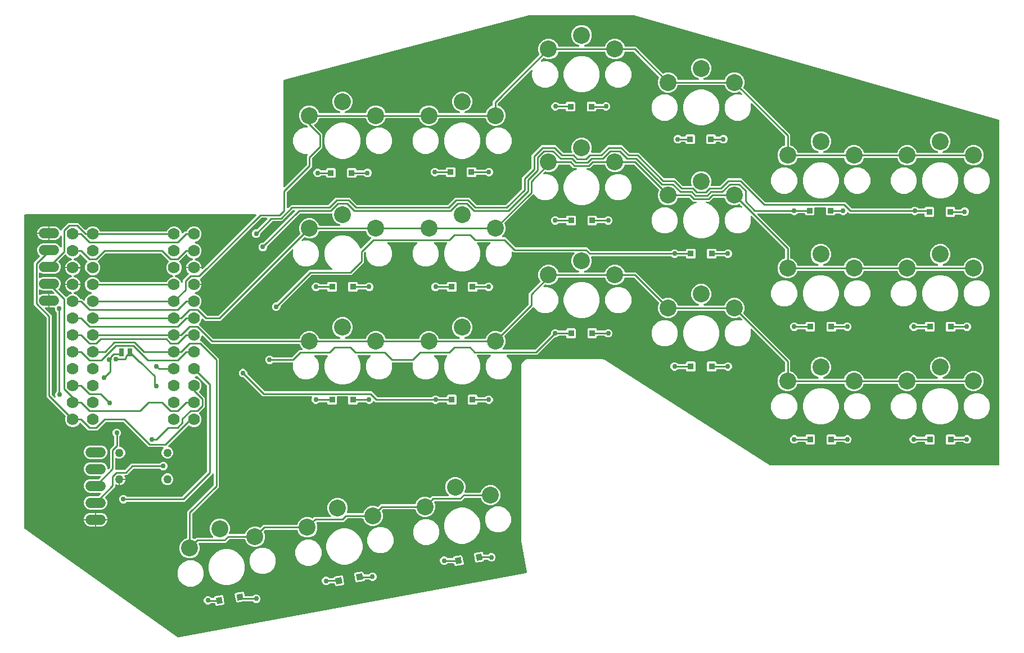
<source format=gbr>
G04 EAGLE Gerber RS-274X export*
G75*
%MOMM*%
%FSLAX34Y34*%
%LPD*%
%INTop Copper*%
%IPPOS*%
%AMOC8*
5,1,8,0,0,1.08239X$1,22.5*%
G01*
G04 Define Apertures*
%ADD10C,2.540000*%
%ADD11C,1.778000*%
%ADD12C,1.524000*%
%ADD13R,0.635000X1.270000*%
%ADD14C,1.260000*%
%ADD15R,0.900000X0.950000*%
%ADD16C,0.254000*%
%ADD17C,0.756400*%
G36*
X-83764Y-581441D02*
X-606924Y-678323D01*
X-607427Y-678315D01*
X-607890Y-678110D01*
X-838542Y-514732D01*
X-838977Y-514191D01*
X-839078Y-513695D01*
X-839078Y-42192D01*
X-838993Y-41734D01*
X-838720Y-41308D01*
X-838303Y-41023D01*
X-837808Y-40922D01*
X-491276Y-40922D01*
X-490837Y-41000D01*
X-490407Y-41266D01*
X-490115Y-41678D01*
X-490006Y-42172D01*
X-490099Y-42669D01*
X-490378Y-43090D01*
X-570202Y-122914D01*
X-570568Y-123169D01*
X-571060Y-123285D01*
X-571558Y-123200D01*
X-571984Y-122928D01*
X-572269Y-122511D01*
X-572370Y-122016D01*
X-572370Y-121862D01*
X-595230Y-121862D01*
X-595230Y-123374D01*
X-593490Y-127575D01*
X-591755Y-129310D01*
X-591491Y-129694D01*
X-591383Y-130188D01*
X-591476Y-130685D01*
X-591755Y-131106D01*
X-600310Y-139661D01*
X-600310Y-142815D01*
X-600385Y-143244D01*
X-600647Y-143677D01*
X-601057Y-143972D01*
X-601550Y-144085D01*
X-602047Y-143996D01*
X-602471Y-143720D01*
X-602753Y-143301D01*
X-604110Y-140025D01*
X-607325Y-136810D01*
X-611760Y-134973D01*
X-612135Y-134733D01*
X-612431Y-134323D01*
X-612543Y-133830D01*
X-612455Y-133333D01*
X-612179Y-132909D01*
X-611760Y-132627D01*
X-607325Y-130790D01*
X-604110Y-127575D01*
X-602370Y-123374D01*
X-602370Y-118826D01*
X-604110Y-114625D01*
X-605845Y-112890D01*
X-606109Y-112506D01*
X-606217Y-112012D01*
X-606125Y-111516D01*
X-605845Y-111094D01*
X-595840Y-101089D01*
X-595465Y-100830D01*
X-594973Y-100717D01*
X-594475Y-100806D01*
X-594051Y-101082D01*
X-593769Y-101501D01*
X-593490Y-102175D01*
X-590275Y-105390D01*
X-585840Y-107227D01*
X-585465Y-107467D01*
X-585169Y-107877D01*
X-585057Y-108370D01*
X-585145Y-108867D01*
X-585421Y-109291D01*
X-585840Y-109573D01*
X-590275Y-111410D01*
X-593490Y-114625D01*
X-595230Y-118826D01*
X-595230Y-120338D01*
X-572370Y-120338D01*
X-572370Y-118826D01*
X-574110Y-114625D01*
X-577325Y-111410D01*
X-581760Y-109573D01*
X-582135Y-109333D01*
X-582431Y-108923D01*
X-582543Y-108430D01*
X-582455Y-107933D01*
X-582179Y-107509D01*
X-581760Y-107227D01*
X-577325Y-105390D01*
X-574110Y-102175D01*
X-572370Y-97974D01*
X-572370Y-93426D01*
X-574110Y-89225D01*
X-577325Y-86010D01*
X-581760Y-84173D01*
X-582135Y-83933D01*
X-582431Y-83523D01*
X-582543Y-83030D01*
X-582455Y-82533D01*
X-582179Y-82109D01*
X-581760Y-81827D01*
X-577325Y-79990D01*
X-574110Y-76775D01*
X-572370Y-72574D01*
X-572370Y-68026D01*
X-574110Y-63825D01*
X-577325Y-60610D01*
X-581526Y-58870D01*
X-586074Y-58870D01*
X-590275Y-60610D01*
X-593490Y-63825D01*
X-594269Y-65706D01*
X-594530Y-66104D01*
X-594947Y-66389D01*
X-595442Y-66490D01*
X-597418Y-66490D01*
X-600202Y-69274D01*
X-600568Y-69529D01*
X-601060Y-69646D01*
X-601558Y-69561D01*
X-601984Y-69289D01*
X-602269Y-68872D01*
X-602370Y-68376D01*
X-602370Y-68026D01*
X-604110Y-63825D01*
X-607325Y-60610D01*
X-611526Y-58870D01*
X-616074Y-58870D01*
X-620275Y-60610D01*
X-623490Y-63825D01*
X-624269Y-65706D01*
X-624530Y-66104D01*
X-624947Y-66389D01*
X-625442Y-66490D01*
X-724558Y-66490D01*
X-725025Y-66401D01*
X-725449Y-66125D01*
X-725731Y-65706D01*
X-726510Y-63825D01*
X-729725Y-60610D01*
X-733926Y-58870D01*
X-738474Y-58870D01*
X-742675Y-60610D01*
X-746033Y-63969D01*
X-746046Y-63989D01*
X-746458Y-64281D01*
X-746952Y-64390D01*
X-747449Y-64297D01*
X-747870Y-64018D01*
X-758098Y-53790D01*
X-773039Y-53790D01*
X-782710Y-63461D01*
X-782710Y-64198D01*
X-782785Y-64628D01*
X-783047Y-65060D01*
X-783457Y-65356D01*
X-783950Y-65468D01*
X-784447Y-65379D01*
X-784871Y-65104D01*
X-785153Y-64684D01*
X-785667Y-63445D01*
X-788525Y-60587D01*
X-792259Y-59040D01*
X-801138Y-59040D01*
X-801138Y-79360D01*
X-792259Y-79360D01*
X-788525Y-77813D01*
X-785667Y-74955D01*
X-785153Y-73716D01*
X-784920Y-73348D01*
X-784512Y-73049D01*
X-784020Y-72932D01*
X-783522Y-73017D01*
X-783096Y-73289D01*
X-782811Y-73706D01*
X-782710Y-74202D01*
X-782710Y-89598D01*
X-782785Y-90028D01*
X-783047Y-90460D01*
X-783457Y-90756D01*
X-783950Y-90868D01*
X-784447Y-90779D01*
X-784871Y-90504D01*
X-785153Y-90084D01*
X-785667Y-88845D01*
X-788525Y-85987D01*
X-792259Y-84440D01*
X-811541Y-84440D01*
X-815275Y-85987D01*
X-818133Y-88845D01*
X-819680Y-92579D01*
X-819680Y-96621D01*
X-818133Y-100355D01*
X-815679Y-102810D01*
X-815415Y-103194D01*
X-815307Y-103688D01*
X-815399Y-104185D01*
X-815679Y-104606D01*
X-824760Y-113687D01*
X-824760Y-177113D01*
X-806082Y-195791D01*
X-805811Y-196193D01*
X-805710Y-196689D01*
X-805710Y-315578D01*
X-777126Y-344162D01*
X-776859Y-344555D01*
X-776754Y-345050D01*
X-776851Y-345546D01*
X-777630Y-347426D01*
X-777630Y-351974D01*
X-775890Y-356175D01*
X-772675Y-359390D01*
X-768474Y-361130D01*
X-763926Y-361130D01*
X-759725Y-359390D01*
X-756510Y-356175D01*
X-756231Y-355501D01*
X-755984Y-355118D01*
X-755572Y-354826D01*
X-755078Y-354717D01*
X-754581Y-354810D01*
X-754160Y-355089D01*
X-743039Y-366210D01*
X-729361Y-366210D01*
X-717033Y-353882D01*
X-716631Y-353611D01*
X-716135Y-353510D01*
X-690733Y-353510D01*
X-690256Y-353603D01*
X-689835Y-353882D01*
X-652315Y-391402D01*
X-630770Y-391402D01*
X-630331Y-391480D01*
X-629901Y-391746D01*
X-629608Y-392158D01*
X-629500Y-392652D01*
X-629593Y-393149D01*
X-629872Y-393570D01*
X-631294Y-394993D01*
X-632640Y-398242D01*
X-632640Y-401758D01*
X-631294Y-405007D01*
X-628807Y-407494D01*
X-625558Y-408840D01*
X-622042Y-408840D01*
X-618793Y-407494D01*
X-616306Y-405007D01*
X-614960Y-401758D01*
X-614960Y-398242D01*
X-616306Y-394993D01*
X-618793Y-392506D01*
X-622184Y-391101D01*
X-622567Y-390854D01*
X-622860Y-390441D01*
X-622968Y-389948D01*
X-622876Y-389451D01*
X-622597Y-389029D01*
X-592514Y-358947D01*
X-592130Y-358683D01*
X-591636Y-358575D01*
X-591139Y-358668D01*
X-590718Y-358947D01*
X-590275Y-359390D01*
X-586074Y-361130D01*
X-581526Y-361130D01*
X-577325Y-359390D01*
X-574110Y-356175D01*
X-572370Y-351974D01*
X-572370Y-347426D01*
X-574110Y-343225D01*
X-575845Y-341490D01*
X-576109Y-341106D01*
X-576217Y-340612D01*
X-576125Y-340116D01*
X-575845Y-339694D01*
X-567290Y-331139D01*
X-567290Y-317461D01*
X-569894Y-314857D01*
X-575845Y-308906D01*
X-576109Y-308522D01*
X-576217Y-308028D01*
X-576125Y-307531D01*
X-575845Y-307110D01*
X-574110Y-305375D01*
X-572370Y-301174D01*
X-572370Y-296626D01*
X-574110Y-292425D01*
X-577325Y-289210D01*
X-581760Y-287373D01*
X-582135Y-287133D01*
X-582431Y-286723D01*
X-582543Y-286230D01*
X-582455Y-285733D01*
X-582179Y-285309D01*
X-581760Y-285027D01*
X-579646Y-284151D01*
X-579180Y-284055D01*
X-578683Y-284147D01*
X-578262Y-284426D01*
X-564182Y-298506D01*
X-563911Y-298909D01*
X-563810Y-299404D01*
X-563810Y-427896D01*
X-563903Y-428372D01*
X-564182Y-428794D01*
X-601206Y-465818D01*
X-601609Y-466089D01*
X-602104Y-466190D01*
X-684343Y-466190D01*
X-684820Y-466097D01*
X-685241Y-465818D01*
X-686419Y-464640D01*
X-688742Y-463678D01*
X-691258Y-463678D01*
X-693581Y-464640D01*
X-695360Y-466419D01*
X-696322Y-468742D01*
X-696322Y-471258D01*
X-695360Y-473581D01*
X-693581Y-475360D01*
X-691258Y-476322D01*
X-688742Y-476322D01*
X-686419Y-475360D01*
X-685241Y-474182D01*
X-684839Y-473911D01*
X-684343Y-473810D01*
X-598422Y-473810D01*
X-555978Y-431366D01*
X-555612Y-431111D01*
X-555120Y-430995D01*
X-554622Y-431080D01*
X-554196Y-431352D01*
X-553911Y-431769D01*
X-553810Y-432264D01*
X-553810Y-447896D01*
X-553903Y-448372D01*
X-554182Y-448794D01*
X-594180Y-488792D01*
X-594180Y-528007D01*
X-594269Y-528474D01*
X-594545Y-528898D01*
X-594964Y-529180D01*
X-599003Y-530853D01*
X-603290Y-535140D01*
X-605610Y-540742D01*
X-605610Y-546805D01*
X-603290Y-552406D01*
X-599003Y-556693D01*
X-593401Y-559013D01*
X-587338Y-559013D01*
X-581737Y-556693D01*
X-577450Y-552406D01*
X-575130Y-546805D01*
X-575130Y-540742D01*
X-576505Y-537422D01*
X-576601Y-536977D01*
X-576516Y-536479D01*
X-576244Y-536053D01*
X-575827Y-535767D01*
X-575331Y-535666D01*
X-535971Y-535666D01*
X-530895Y-530590D01*
X-530492Y-530319D01*
X-529997Y-530218D01*
X-507655Y-530218D01*
X-507188Y-530307D01*
X-506764Y-530583D01*
X-506482Y-531002D01*
X-504809Y-535041D01*
X-500522Y-539328D01*
X-494921Y-541648D01*
X-488858Y-541648D01*
X-483256Y-539328D01*
X-478969Y-535041D01*
X-476649Y-529440D01*
X-476649Y-523377D01*
X-478322Y-519338D01*
X-478418Y-518872D01*
X-478326Y-518375D01*
X-478047Y-517954D01*
X-476791Y-516698D01*
X-476388Y-516427D01*
X-475893Y-516326D01*
X-428871Y-516326D01*
X-428403Y-516415D01*
X-427980Y-516691D01*
X-427697Y-517110D01*
X-426024Y-521149D01*
X-421737Y-525436D01*
X-416136Y-527756D01*
X-410073Y-527756D01*
X-404472Y-525436D01*
X-400185Y-521149D01*
X-397864Y-515548D01*
X-397864Y-509485D01*
X-399239Y-506166D01*
X-399335Y-505720D01*
X-399251Y-505222D01*
X-398978Y-504796D01*
X-398561Y-504510D01*
X-398066Y-504410D01*
X-358706Y-504410D01*
X-353630Y-499334D01*
X-353227Y-499062D01*
X-352732Y-498962D01*
X-330390Y-498962D01*
X-329922Y-499051D01*
X-329499Y-499326D01*
X-329216Y-499746D01*
X-327544Y-503784D01*
X-323256Y-508071D01*
X-317655Y-510392D01*
X-311592Y-510392D01*
X-305991Y-508071D01*
X-301704Y-503784D01*
X-299384Y-498183D01*
X-299384Y-492120D01*
X-301057Y-488081D01*
X-301153Y-487616D01*
X-301060Y-487119D01*
X-300781Y-486697D01*
X-299526Y-485442D01*
X-299123Y-485170D01*
X-298628Y-485070D01*
X-251605Y-485070D01*
X-251138Y-485159D01*
X-250714Y-485435D01*
X-250432Y-485854D01*
X-248759Y-489892D01*
X-244472Y-494180D01*
X-238870Y-496500D01*
X-232808Y-496500D01*
X-227206Y-494180D01*
X-222919Y-489892D01*
X-220599Y-484291D01*
X-220599Y-478228D01*
X-221974Y-474909D01*
X-222070Y-474463D01*
X-221985Y-473965D01*
X-221713Y-473539D01*
X-221296Y-473254D01*
X-220801Y-473153D01*
X-181440Y-473153D01*
X-176364Y-468077D01*
X-175962Y-467805D01*
X-175466Y-467705D01*
X-153124Y-467705D01*
X-152657Y-467794D01*
X-152233Y-468070D01*
X-151951Y-468489D01*
X-150278Y-472528D01*
X-145991Y-476815D01*
X-140390Y-479135D01*
X-134327Y-479135D01*
X-128726Y-476815D01*
X-124438Y-472528D01*
X-122118Y-466926D01*
X-122118Y-460863D01*
X-124438Y-455262D01*
X-128726Y-450975D01*
X-134327Y-448655D01*
X-140390Y-448655D01*
X-145991Y-450975D01*
X-150278Y-455262D01*
X-151951Y-459301D01*
X-152212Y-459698D01*
X-152629Y-459984D01*
X-153124Y-460085D01*
X-175241Y-460085D01*
X-175689Y-460003D01*
X-176117Y-459734D01*
X-176406Y-459320D01*
X-176511Y-458825D01*
X-176414Y-458329D01*
X-175005Y-454928D01*
X-175005Y-448865D01*
X-177325Y-443264D01*
X-181613Y-438976D01*
X-187214Y-436656D01*
X-193277Y-436656D01*
X-198878Y-438976D01*
X-203165Y-443264D01*
X-205485Y-448865D01*
X-205485Y-454928D01*
X-203165Y-460529D01*
X-200329Y-463365D01*
X-200074Y-463731D01*
X-199958Y-464223D01*
X-200043Y-464721D01*
X-200315Y-465147D01*
X-200732Y-465432D01*
X-201227Y-465533D01*
X-225500Y-465533D01*
X-227385Y-467417D01*
X-227778Y-467685D01*
X-228273Y-467789D01*
X-228769Y-467693D01*
X-232808Y-466020D01*
X-238870Y-466020D01*
X-244472Y-468340D01*
X-248759Y-472627D01*
X-250432Y-476666D01*
X-250693Y-477063D01*
X-251110Y-477349D01*
X-251605Y-477450D01*
X-302310Y-477450D01*
X-306169Y-481309D01*
X-306563Y-481577D01*
X-307057Y-481681D01*
X-307553Y-481584D01*
X-311592Y-479912D01*
X-317655Y-479912D01*
X-323256Y-482232D01*
X-327544Y-486519D01*
X-329216Y-490558D01*
X-329478Y-490955D01*
X-329894Y-491241D01*
X-330390Y-491342D01*
X-352506Y-491342D01*
X-352954Y-491260D01*
X-353382Y-490991D01*
X-353672Y-490576D01*
X-353776Y-490082D01*
X-353679Y-489586D01*
X-352271Y-486184D01*
X-352271Y-480122D01*
X-354591Y-474520D01*
X-358878Y-470233D01*
X-364479Y-467913D01*
X-370542Y-467913D01*
X-376143Y-470233D01*
X-380431Y-474520D01*
X-382751Y-480122D01*
X-382751Y-486184D01*
X-380431Y-491786D01*
X-377595Y-494622D01*
X-377340Y-494987D01*
X-377223Y-495479D01*
X-377308Y-495978D01*
X-377580Y-496403D01*
X-377997Y-496689D01*
X-378493Y-496790D01*
X-402766Y-496790D01*
X-404650Y-498674D01*
X-405044Y-498941D01*
X-405538Y-499046D01*
X-406034Y-498949D01*
X-410073Y-497276D01*
X-416136Y-497276D01*
X-421737Y-499597D01*
X-426024Y-503884D01*
X-427697Y-507922D01*
X-427958Y-508320D01*
X-428375Y-508606D01*
X-428871Y-508706D01*
X-479575Y-508706D01*
X-483435Y-512566D01*
X-483828Y-512833D01*
X-484323Y-512938D01*
X-484819Y-512841D01*
X-488858Y-511168D01*
X-494921Y-511168D01*
X-500522Y-513488D01*
X-504809Y-517776D01*
X-506482Y-521814D01*
X-506743Y-522212D01*
X-507160Y-522498D01*
X-507655Y-522598D01*
X-529772Y-522598D01*
X-530220Y-522516D01*
X-530648Y-522248D01*
X-530937Y-521833D01*
X-531041Y-521338D01*
X-530945Y-520842D01*
X-529536Y-517441D01*
X-529536Y-511378D01*
X-531856Y-505777D01*
X-536143Y-501490D01*
X-541745Y-499170D01*
X-547808Y-499170D01*
X-553409Y-501490D01*
X-557696Y-505777D01*
X-560016Y-511378D01*
X-560016Y-517441D01*
X-557696Y-523042D01*
X-554860Y-525878D01*
X-554605Y-526244D01*
X-554489Y-526736D01*
X-554573Y-527234D01*
X-554846Y-527660D01*
X-555263Y-527946D01*
X-555758Y-528046D01*
X-580031Y-528046D01*
X-581916Y-529931D01*
X-582309Y-530198D01*
X-582804Y-530303D01*
X-583300Y-530206D01*
X-585776Y-529180D01*
X-586173Y-528919D01*
X-586459Y-528502D01*
X-586560Y-528007D01*
X-586560Y-492474D01*
X-586467Y-491997D01*
X-586188Y-491576D01*
X-546190Y-451578D01*
X-546190Y-258422D01*
X-573022Y-231590D01*
X-573460Y-231590D01*
X-573898Y-231512D01*
X-574328Y-231246D01*
X-574621Y-230834D01*
X-574729Y-230340D01*
X-574637Y-229843D01*
X-574358Y-229422D01*
X-574110Y-229175D01*
X-572370Y-224974D01*
X-572370Y-224624D01*
X-572292Y-224185D01*
X-572026Y-223755D01*
X-571614Y-223462D01*
X-571120Y-223354D01*
X-570623Y-223447D01*
X-570202Y-223726D01*
X-558118Y-235810D01*
X-425766Y-235810D01*
X-425299Y-235899D01*
X-424875Y-236175D01*
X-424593Y-236594D01*
X-422920Y-240633D01*
X-420461Y-243092D01*
X-420206Y-243458D01*
X-420089Y-243950D01*
X-420174Y-244448D01*
X-420446Y-244874D01*
X-420863Y-245159D01*
X-421359Y-245260D01*
X-425248Y-245260D01*
X-435806Y-255818D01*
X-436208Y-256089D01*
X-436704Y-256190D01*
X-464343Y-256190D01*
X-464820Y-256097D01*
X-465241Y-255818D01*
X-466419Y-254640D01*
X-468742Y-253678D01*
X-471258Y-253678D01*
X-473581Y-254640D01*
X-475360Y-256419D01*
X-476322Y-258742D01*
X-476322Y-261258D01*
X-475360Y-263581D01*
X-473581Y-265360D01*
X-471258Y-266322D01*
X-468742Y-266322D01*
X-466419Y-265360D01*
X-465241Y-264182D01*
X-464839Y-263911D01*
X-464343Y-263810D01*
X-435617Y-263810D01*
X-435168Y-263892D01*
X-434740Y-264161D01*
X-434451Y-264575D01*
X-434347Y-265070D01*
X-434443Y-265566D01*
X-434660Y-266089D01*
X-434660Y-273911D01*
X-431667Y-281136D01*
X-426136Y-286667D01*
X-418911Y-289660D01*
X-411089Y-289660D01*
X-403864Y-286667D01*
X-398333Y-281136D01*
X-395340Y-273911D01*
X-395340Y-266089D01*
X-398333Y-258864D01*
X-402149Y-255048D01*
X-402404Y-254682D01*
X-402520Y-254190D01*
X-402435Y-253692D01*
X-402163Y-253266D01*
X-401746Y-252981D01*
X-401251Y-252880D01*
X-383677Y-252880D01*
X-383078Y-253030D01*
X-382688Y-253353D01*
X-382456Y-253802D01*
X-382417Y-254306D01*
X-382577Y-254785D01*
X-385309Y-259517D01*
X-387160Y-266424D01*
X-387160Y-273576D01*
X-385309Y-280483D01*
X-381733Y-286677D01*
X-376677Y-291733D01*
X-370483Y-295309D01*
X-363576Y-297160D01*
X-356424Y-297160D01*
X-349517Y-295309D01*
X-343323Y-291733D01*
X-338267Y-286677D01*
X-334691Y-280483D01*
X-332840Y-273576D01*
X-332840Y-266424D01*
X-334691Y-259517D01*
X-337423Y-254785D01*
X-337592Y-254190D01*
X-337508Y-253692D01*
X-337235Y-253266D01*
X-336818Y-252981D01*
X-336323Y-252880D01*
X-318750Y-252880D01*
X-318311Y-252958D01*
X-317881Y-253224D01*
X-317588Y-253636D01*
X-317480Y-254130D01*
X-317572Y-254627D01*
X-317851Y-255048D01*
X-321667Y-258864D01*
X-324660Y-266089D01*
X-324660Y-273911D01*
X-321667Y-281136D01*
X-316136Y-286667D01*
X-308911Y-289660D01*
X-301089Y-289660D01*
X-293864Y-286667D01*
X-288333Y-281136D01*
X-285340Y-273911D01*
X-285340Y-266089D01*
X-285557Y-265566D01*
X-285653Y-265120D01*
X-285568Y-264622D01*
X-285296Y-264196D01*
X-284879Y-263911D01*
X-284383Y-263810D01*
X-255617Y-263810D01*
X-255168Y-263892D01*
X-254740Y-264161D01*
X-254451Y-264575D01*
X-254347Y-265070D01*
X-254443Y-265566D01*
X-254660Y-266089D01*
X-254660Y-273911D01*
X-251667Y-281136D01*
X-246136Y-286667D01*
X-238911Y-289660D01*
X-231089Y-289660D01*
X-223864Y-286667D01*
X-218333Y-281136D01*
X-215340Y-273911D01*
X-215340Y-266089D01*
X-218333Y-258864D01*
X-222149Y-255048D01*
X-222404Y-254682D01*
X-222520Y-254190D01*
X-222435Y-253692D01*
X-222163Y-253266D01*
X-221746Y-252981D01*
X-221251Y-252880D01*
X-203677Y-252880D01*
X-203078Y-253030D01*
X-202688Y-253353D01*
X-202456Y-253802D01*
X-202417Y-254306D01*
X-202577Y-254785D01*
X-205309Y-259517D01*
X-207160Y-266424D01*
X-207160Y-273576D01*
X-205309Y-280483D01*
X-201733Y-286677D01*
X-196677Y-291733D01*
X-190483Y-295309D01*
X-183576Y-297160D01*
X-176424Y-297160D01*
X-169517Y-295309D01*
X-163323Y-291733D01*
X-158267Y-286677D01*
X-154691Y-280483D01*
X-152840Y-273576D01*
X-152840Y-266424D01*
X-154691Y-259517D01*
X-157746Y-254225D01*
X-157916Y-253630D01*
X-157831Y-253132D01*
X-157558Y-252706D01*
X-157142Y-252421D01*
X-156646Y-252320D01*
X-138190Y-252320D01*
X-137751Y-252398D01*
X-137321Y-252664D01*
X-137028Y-253076D01*
X-136920Y-253570D01*
X-137012Y-254067D01*
X-137291Y-254488D01*
X-141667Y-258864D01*
X-144660Y-266089D01*
X-144660Y-273911D01*
X-141667Y-281136D01*
X-136136Y-286667D01*
X-128911Y-289660D01*
X-121089Y-289660D01*
X-113864Y-286667D01*
X-108333Y-281136D01*
X-105340Y-273911D01*
X-105340Y-266089D01*
X-108333Y-258864D01*
X-112709Y-254488D01*
X-112964Y-254122D01*
X-113080Y-253630D01*
X-112995Y-253132D01*
X-112723Y-252706D01*
X-112306Y-252421D01*
X-111811Y-252320D01*
X-66932Y-252320D01*
X-41306Y-226694D01*
X-40903Y-226423D01*
X-40408Y-226322D01*
X-38742Y-226322D01*
X-36419Y-225360D01*
X-35241Y-224182D01*
X-34839Y-223911D01*
X-34343Y-223810D01*
X-24060Y-223810D01*
X-23602Y-223895D01*
X-23176Y-224168D01*
X-22891Y-224585D01*
X-22790Y-225080D01*
X-22790Y-225802D01*
X-21302Y-227290D01*
X-10198Y-227290D01*
X-8710Y-225802D01*
X-8710Y-214198D01*
X-10198Y-212710D01*
X-21302Y-212710D01*
X-22790Y-214198D01*
X-22790Y-214920D01*
X-22875Y-215378D01*
X-23148Y-215804D01*
X-23565Y-216089D01*
X-24060Y-216190D01*
X-34343Y-216190D01*
X-34820Y-216097D01*
X-35241Y-215818D01*
X-36419Y-214640D01*
X-38742Y-213678D01*
X-41258Y-213678D01*
X-43581Y-214640D01*
X-45360Y-216419D01*
X-46322Y-218742D01*
X-46322Y-220408D01*
X-46415Y-220884D01*
X-46694Y-221306D01*
X-69716Y-244328D01*
X-70119Y-244599D01*
X-70614Y-244700D01*
X-118081Y-244700D01*
X-118520Y-244622D01*
X-118950Y-244356D01*
X-119243Y-243944D01*
X-119351Y-243450D01*
X-119259Y-242953D01*
X-118979Y-242532D01*
X-117080Y-240633D01*
X-114760Y-235031D01*
X-114760Y-228969D01*
X-116433Y-224930D01*
X-116529Y-224464D01*
X-116437Y-223967D01*
X-116158Y-223546D01*
X-73606Y-180994D01*
X-73222Y-180731D01*
X-72728Y-180622D01*
X-72231Y-180715D01*
X-71810Y-180994D01*
X-66136Y-186667D01*
X-58911Y-189660D01*
X-51089Y-189660D01*
X-43864Y-186667D01*
X-38333Y-181136D01*
X-35340Y-173911D01*
X-35340Y-166089D01*
X-38333Y-158864D01*
X-43864Y-153333D01*
X-51089Y-150340D01*
X-56485Y-150340D01*
X-56924Y-150262D01*
X-57354Y-149996D01*
X-57647Y-149584D01*
X-57755Y-149090D01*
X-57662Y-148593D01*
X-57383Y-148172D01*
X-56050Y-146838D01*
X-55656Y-146571D01*
X-55162Y-146466D01*
X-54666Y-146563D01*
X-53031Y-147240D01*
X-46969Y-147240D01*
X-41367Y-144920D01*
X-37080Y-140633D01*
X-35407Y-136594D01*
X-35146Y-136196D01*
X-34729Y-135911D01*
X-34234Y-135810D01*
X34234Y-135810D01*
X34701Y-135899D01*
X35125Y-136175D01*
X35407Y-136594D01*
X37080Y-140633D01*
X41367Y-144920D01*
X46969Y-147240D01*
X53031Y-147240D01*
X58633Y-144920D01*
X62920Y-140633D01*
X64593Y-136594D01*
X64854Y-136196D01*
X65271Y-135911D01*
X65766Y-135810D01*
X77896Y-135810D01*
X78372Y-135903D01*
X78794Y-136182D01*
X116158Y-173546D01*
X116425Y-173939D01*
X116530Y-174434D01*
X116433Y-174930D01*
X114760Y-178969D01*
X114760Y-185031D01*
X117080Y-190633D01*
X121367Y-194920D01*
X126969Y-197240D01*
X133031Y-197240D01*
X138633Y-194920D01*
X142920Y-190633D01*
X144593Y-186594D01*
X144854Y-186196D01*
X145271Y-185911D01*
X145766Y-185810D01*
X214234Y-185810D01*
X214701Y-185899D01*
X215125Y-186175D01*
X215407Y-186594D01*
X217080Y-190633D01*
X221367Y-194920D01*
X226969Y-197240D01*
X233031Y-197240D01*
X237070Y-195567D01*
X237536Y-195471D01*
X238033Y-195563D01*
X238454Y-195842D01*
X241295Y-198683D01*
X241545Y-199039D01*
X241666Y-199530D01*
X241585Y-200029D01*
X241316Y-200457D01*
X240901Y-200746D01*
X240407Y-200851D01*
X239911Y-200754D01*
X238911Y-200340D01*
X231089Y-200340D01*
X223864Y-203333D01*
X218333Y-208864D01*
X215340Y-216089D01*
X215340Y-223911D01*
X218333Y-231136D01*
X223864Y-236667D01*
X231089Y-239660D01*
X238911Y-239660D01*
X246136Y-236667D01*
X251667Y-231136D01*
X254660Y-223911D01*
X254660Y-216089D01*
X254246Y-215089D01*
X254151Y-214664D01*
X254227Y-214164D01*
X254493Y-213734D01*
X254905Y-213442D01*
X255399Y-213333D01*
X255896Y-213426D01*
X256317Y-213705D01*
X305818Y-263206D01*
X306089Y-263609D01*
X306190Y-264104D01*
X306190Y-276234D01*
X306101Y-276701D01*
X305825Y-277125D01*
X305406Y-277407D01*
X301367Y-279080D01*
X297080Y-283367D01*
X294760Y-288969D01*
X294760Y-295031D01*
X297080Y-300633D01*
X301367Y-304920D01*
X306969Y-307240D01*
X313031Y-307240D01*
X318633Y-304920D01*
X322920Y-300633D01*
X324593Y-296594D01*
X324854Y-296196D01*
X325271Y-295911D01*
X325766Y-295810D01*
X394234Y-295810D01*
X394701Y-295899D01*
X395125Y-296175D01*
X395407Y-296594D01*
X397080Y-300633D01*
X401367Y-304920D01*
X406969Y-307240D01*
X413031Y-307240D01*
X418633Y-304920D01*
X422920Y-300633D01*
X424593Y-296594D01*
X424854Y-296196D01*
X425271Y-295911D01*
X425766Y-295810D01*
X474234Y-295810D01*
X474701Y-295899D01*
X475125Y-296175D01*
X475407Y-296594D01*
X477080Y-300633D01*
X481367Y-304920D01*
X486969Y-307240D01*
X493031Y-307240D01*
X498633Y-304920D01*
X502920Y-300633D01*
X504593Y-296594D01*
X504854Y-296196D01*
X505271Y-295911D01*
X505766Y-295810D01*
X574234Y-295810D01*
X574701Y-295899D01*
X575125Y-296175D01*
X575407Y-296594D01*
X577080Y-300633D01*
X581367Y-304920D01*
X586969Y-307240D01*
X593031Y-307240D01*
X598633Y-304920D01*
X602920Y-300633D01*
X605240Y-295031D01*
X605240Y-288969D01*
X602920Y-283367D01*
X598633Y-279080D01*
X593031Y-276760D01*
X586969Y-276760D01*
X581367Y-279080D01*
X577080Y-283367D01*
X575407Y-287406D01*
X575146Y-287804D01*
X574729Y-288089D01*
X574234Y-288190D01*
X544708Y-288190D01*
X544279Y-288115D01*
X543847Y-287853D01*
X543551Y-287443D01*
X543439Y-286950D01*
X543527Y-286453D01*
X543803Y-286029D01*
X544222Y-285747D01*
X548633Y-283920D01*
X552920Y-279633D01*
X555240Y-274031D01*
X555240Y-267969D01*
X552920Y-262367D01*
X548633Y-258080D01*
X543031Y-255760D01*
X536969Y-255760D01*
X531367Y-258080D01*
X527080Y-262367D01*
X524760Y-267969D01*
X524760Y-274031D01*
X527080Y-279633D01*
X531367Y-283920D01*
X535778Y-285747D01*
X536146Y-285980D01*
X536445Y-286388D01*
X536561Y-286880D01*
X536476Y-287378D01*
X536204Y-287804D01*
X535787Y-288089D01*
X535292Y-288190D01*
X505766Y-288190D01*
X505299Y-288101D01*
X504875Y-287825D01*
X504593Y-287406D01*
X502920Y-283367D01*
X498633Y-279080D01*
X493031Y-276760D01*
X486969Y-276760D01*
X481367Y-279080D01*
X477080Y-283367D01*
X475407Y-287406D01*
X475146Y-287804D01*
X474729Y-288089D01*
X474234Y-288190D01*
X425766Y-288190D01*
X425299Y-288101D01*
X424875Y-287825D01*
X424593Y-287406D01*
X422920Y-283367D01*
X418633Y-279080D01*
X413031Y-276760D01*
X406969Y-276760D01*
X401367Y-279080D01*
X397080Y-283367D01*
X395407Y-287406D01*
X395146Y-287804D01*
X394729Y-288089D01*
X394234Y-288190D01*
X364708Y-288190D01*
X364279Y-288115D01*
X363847Y-287853D01*
X363551Y-287443D01*
X363439Y-286950D01*
X363527Y-286453D01*
X363803Y-286029D01*
X364222Y-285747D01*
X368633Y-283920D01*
X372920Y-279633D01*
X375240Y-274031D01*
X375240Y-267969D01*
X372920Y-262367D01*
X368633Y-258080D01*
X363031Y-255760D01*
X356969Y-255760D01*
X351367Y-258080D01*
X347080Y-262367D01*
X344760Y-267969D01*
X344760Y-274031D01*
X347080Y-279633D01*
X351367Y-283920D01*
X355778Y-285747D01*
X356146Y-285980D01*
X356445Y-286388D01*
X356561Y-286880D01*
X356476Y-287378D01*
X356204Y-287804D01*
X355787Y-288089D01*
X355292Y-288190D01*
X325766Y-288190D01*
X325299Y-288101D01*
X324875Y-287825D01*
X324593Y-287406D01*
X322920Y-283367D01*
X318633Y-279080D01*
X314594Y-277407D01*
X314196Y-277146D01*
X313911Y-276729D01*
X313810Y-276234D01*
X313810Y-260422D01*
X243842Y-190454D01*
X243575Y-190061D01*
X243470Y-189566D01*
X243567Y-189070D01*
X245240Y-185031D01*
X245240Y-178969D01*
X242920Y-173367D01*
X238633Y-169080D01*
X233031Y-166760D01*
X226969Y-166760D01*
X221367Y-169080D01*
X217080Y-173367D01*
X215407Y-177406D01*
X215146Y-177804D01*
X214729Y-178089D01*
X214234Y-178190D01*
X184708Y-178190D01*
X184279Y-178115D01*
X183847Y-177853D01*
X183551Y-177443D01*
X183439Y-176950D01*
X183527Y-176453D01*
X183803Y-176029D01*
X184222Y-175747D01*
X188633Y-173920D01*
X192920Y-169633D01*
X195240Y-164031D01*
X195240Y-157969D01*
X192920Y-152367D01*
X188633Y-148080D01*
X183031Y-145760D01*
X176969Y-145760D01*
X171367Y-148080D01*
X167080Y-152367D01*
X164760Y-157969D01*
X164760Y-164031D01*
X167080Y-169633D01*
X171367Y-173920D01*
X175778Y-175747D01*
X176146Y-175980D01*
X176445Y-176388D01*
X176561Y-176880D01*
X176476Y-177378D01*
X176204Y-177804D01*
X175787Y-178089D01*
X175292Y-178190D01*
X145766Y-178190D01*
X145299Y-178101D01*
X144875Y-177825D01*
X144593Y-177406D01*
X142920Y-173367D01*
X138633Y-169080D01*
X133031Y-166760D01*
X126969Y-166760D01*
X122930Y-168433D01*
X122464Y-168529D01*
X121967Y-168437D01*
X121546Y-168158D01*
X81578Y-128190D01*
X65766Y-128190D01*
X65299Y-128101D01*
X64875Y-127825D01*
X64593Y-127406D01*
X62920Y-123367D01*
X58633Y-119080D01*
X53031Y-116760D01*
X46969Y-116760D01*
X41367Y-119080D01*
X37080Y-123367D01*
X35407Y-127406D01*
X35146Y-127804D01*
X34729Y-128089D01*
X34234Y-128190D01*
X4708Y-128190D01*
X4279Y-128115D01*
X3847Y-127853D01*
X3551Y-127443D01*
X3439Y-126950D01*
X3527Y-126453D01*
X3803Y-126029D01*
X4222Y-125747D01*
X8633Y-123920D01*
X12920Y-119633D01*
X15240Y-114031D01*
X15240Y-107969D01*
X14245Y-105566D01*
X14149Y-105120D01*
X14234Y-104622D01*
X14506Y-104196D01*
X14923Y-103911D01*
X15418Y-103810D01*
X134343Y-103810D01*
X134820Y-103903D01*
X135241Y-104182D01*
X136419Y-105360D01*
X138742Y-106322D01*
X141258Y-106322D01*
X143581Y-105360D01*
X144759Y-104182D01*
X145161Y-103911D01*
X145657Y-103810D01*
X155940Y-103810D01*
X156398Y-103895D01*
X156824Y-104168D01*
X157109Y-104585D01*
X157210Y-105080D01*
X157210Y-105802D01*
X158698Y-107290D01*
X169802Y-107290D01*
X171290Y-105802D01*
X171290Y-94198D01*
X169802Y-92710D01*
X158698Y-92710D01*
X157210Y-94198D01*
X157210Y-94920D01*
X157125Y-95378D01*
X156852Y-95804D01*
X156435Y-96089D01*
X155940Y-96190D01*
X145657Y-96190D01*
X145180Y-96097D01*
X144759Y-95818D01*
X143581Y-94640D01*
X141258Y-93678D01*
X138742Y-93678D01*
X136419Y-94640D01*
X135241Y-95818D01*
X134839Y-96089D01*
X134343Y-96190D01*
X14453Y-96190D01*
X13976Y-96097D01*
X13555Y-95818D01*
X8417Y-90680D01*
X-98806Y-90680D01*
X-99283Y-90587D01*
X-99704Y-90308D01*
X-114752Y-75260D01*
X-118641Y-75260D01*
X-119080Y-75182D01*
X-119510Y-74916D01*
X-119803Y-74504D01*
X-119911Y-74010D01*
X-119819Y-73513D01*
X-119539Y-73092D01*
X-117080Y-70633D01*
X-114760Y-65031D01*
X-114760Y-58969D01*
X-116433Y-54930D01*
X-116529Y-54464D01*
X-116437Y-53967D01*
X-116158Y-53546D01*
X-73606Y-10994D01*
X-73222Y-10731D01*
X-72728Y-10622D01*
X-72231Y-10715D01*
X-71810Y-10994D01*
X-66136Y-16667D01*
X-58911Y-19660D01*
X-51089Y-19660D01*
X-43864Y-16667D01*
X-38333Y-11136D01*
X-35340Y-3911D01*
X-35340Y3911D01*
X-38333Y11136D01*
X-43864Y16667D01*
X-51089Y19660D01*
X-56485Y19660D01*
X-56924Y19738D01*
X-57354Y20004D01*
X-57647Y20416D01*
X-57755Y20910D01*
X-57662Y21407D01*
X-57383Y21828D01*
X-56050Y23162D01*
X-55656Y23429D01*
X-55162Y23534D01*
X-54666Y23437D01*
X-53031Y22760D01*
X-46969Y22760D01*
X-41367Y25080D01*
X-37080Y29367D01*
X-35407Y33406D01*
X-35146Y33804D01*
X-34729Y34089D01*
X-34234Y34190D01*
X-18821Y34190D01*
X-18345Y34097D01*
X-17923Y33818D01*
X-12625Y28520D01*
X-8147Y28520D01*
X-7565Y28379D01*
X-7171Y28063D01*
X-6931Y27618D01*
X-6884Y27114D01*
X-7037Y26633D01*
X-7366Y26249D01*
X-7818Y26023D01*
X-10483Y25309D01*
X-16677Y21733D01*
X-21733Y16677D01*
X-25309Y10483D01*
X-27160Y3576D01*
X-27160Y-3576D01*
X-25309Y-10483D01*
X-21733Y-16677D01*
X-16677Y-21733D01*
X-10483Y-25309D01*
X-3576Y-27160D01*
X3576Y-27160D01*
X10483Y-25309D01*
X16677Y-21733D01*
X21733Y-16677D01*
X25309Y-10483D01*
X27160Y-3576D01*
X27160Y3576D01*
X25309Y10483D01*
X21733Y16677D01*
X16677Y21733D01*
X10483Y25309D01*
X7818Y26023D01*
X7293Y26310D01*
X6994Y26718D01*
X6877Y27210D01*
X6962Y27708D01*
X7234Y28134D01*
X7651Y28419D01*
X8147Y28520D01*
X12625Y28520D01*
X17923Y33818D01*
X18326Y34089D01*
X18821Y34190D01*
X34234Y34190D01*
X34701Y34101D01*
X35125Y33825D01*
X35407Y33406D01*
X37080Y29367D01*
X41367Y25080D01*
X46969Y22760D01*
X53031Y22760D01*
X58633Y25080D01*
X62920Y29367D01*
X64593Y33406D01*
X64854Y33804D01*
X65271Y34089D01*
X65766Y34190D01*
X77896Y34190D01*
X78372Y34097D01*
X78794Y33818D01*
X116158Y-3546D01*
X116425Y-3939D01*
X116530Y-4434D01*
X116433Y-4930D01*
X114760Y-8969D01*
X114760Y-15031D01*
X117080Y-20633D01*
X121367Y-24920D01*
X126969Y-27240D01*
X133031Y-27240D01*
X138633Y-24920D01*
X142920Y-20633D01*
X144593Y-16594D01*
X144854Y-16196D01*
X145271Y-15911D01*
X145766Y-15810D01*
X161179Y-15810D01*
X161655Y-15903D01*
X162077Y-16182D01*
X167375Y-21480D01*
X171853Y-21480D01*
X172435Y-21621D01*
X172829Y-21937D01*
X173069Y-22382D01*
X173116Y-22886D01*
X172963Y-23367D01*
X172634Y-23751D01*
X172182Y-23977D01*
X169517Y-24691D01*
X163323Y-28267D01*
X158267Y-33323D01*
X154691Y-39517D01*
X152840Y-46424D01*
X152840Y-53576D01*
X154691Y-60483D01*
X158267Y-66677D01*
X163323Y-71733D01*
X169517Y-75309D01*
X176424Y-77160D01*
X183576Y-77160D01*
X190483Y-75309D01*
X196677Y-71733D01*
X201733Y-66677D01*
X205309Y-60483D01*
X207160Y-53576D01*
X207160Y-46424D01*
X205309Y-39517D01*
X201733Y-33323D01*
X196677Y-28267D01*
X190483Y-24691D01*
X187818Y-23977D01*
X187293Y-23690D01*
X186994Y-23282D01*
X186877Y-22790D01*
X186962Y-22292D01*
X187234Y-21866D01*
X187651Y-21581D01*
X188147Y-21480D01*
X192625Y-21480D01*
X197923Y-16182D01*
X198326Y-15911D01*
X198821Y-15810D01*
X214234Y-15810D01*
X214701Y-15899D01*
X215125Y-16175D01*
X215407Y-16594D01*
X217080Y-20633D01*
X221367Y-24920D01*
X226969Y-27240D01*
X233031Y-27240D01*
X237070Y-25567D01*
X237536Y-25471D01*
X238033Y-25563D01*
X238454Y-25842D01*
X241295Y-28683D01*
X241545Y-29039D01*
X241666Y-29530D01*
X241585Y-30029D01*
X241316Y-30457D01*
X240901Y-30746D01*
X240407Y-30851D01*
X239911Y-30754D01*
X238911Y-30340D01*
X231089Y-30340D01*
X223864Y-33333D01*
X218333Y-38864D01*
X215340Y-46089D01*
X215340Y-53911D01*
X218333Y-61136D01*
X223864Y-66667D01*
X231089Y-69660D01*
X238911Y-69660D01*
X246136Y-66667D01*
X251667Y-61136D01*
X254660Y-53911D01*
X254660Y-46089D01*
X254246Y-45089D01*
X254151Y-44664D01*
X254227Y-44164D01*
X254493Y-43734D01*
X254905Y-43442D01*
X255399Y-43333D01*
X255896Y-43426D01*
X256317Y-43705D01*
X305818Y-93206D01*
X306089Y-93609D01*
X306190Y-94104D01*
X306190Y-106234D01*
X306101Y-106701D01*
X305825Y-107125D01*
X305406Y-107407D01*
X301367Y-109080D01*
X297080Y-113367D01*
X294760Y-118969D01*
X294760Y-125031D01*
X297080Y-130633D01*
X301367Y-134920D01*
X306969Y-137240D01*
X313031Y-137240D01*
X318633Y-134920D01*
X322920Y-130633D01*
X324593Y-126594D01*
X324854Y-126196D01*
X325271Y-125911D01*
X325766Y-125810D01*
X394234Y-125810D01*
X394701Y-125899D01*
X395125Y-126175D01*
X395407Y-126594D01*
X397080Y-130633D01*
X401367Y-134920D01*
X406969Y-137240D01*
X413031Y-137240D01*
X418633Y-134920D01*
X422920Y-130633D01*
X424593Y-126594D01*
X424854Y-126196D01*
X425271Y-125911D01*
X425766Y-125810D01*
X474234Y-125810D01*
X474701Y-125899D01*
X475125Y-126175D01*
X475407Y-126594D01*
X477080Y-130633D01*
X481367Y-134920D01*
X486969Y-137240D01*
X493031Y-137240D01*
X498633Y-134920D01*
X502920Y-130633D01*
X504593Y-126594D01*
X504854Y-126196D01*
X505271Y-125911D01*
X505766Y-125810D01*
X574234Y-125810D01*
X574701Y-125899D01*
X575125Y-126175D01*
X575407Y-126594D01*
X577080Y-130633D01*
X581367Y-134920D01*
X586969Y-137240D01*
X593031Y-137240D01*
X598633Y-134920D01*
X602920Y-130633D01*
X605240Y-125031D01*
X605240Y-118969D01*
X602920Y-113367D01*
X598633Y-109080D01*
X593031Y-106760D01*
X586969Y-106760D01*
X581367Y-109080D01*
X577080Y-113367D01*
X575407Y-117406D01*
X575146Y-117804D01*
X574729Y-118089D01*
X574234Y-118190D01*
X544708Y-118190D01*
X544279Y-118115D01*
X543847Y-117853D01*
X543551Y-117443D01*
X543439Y-116950D01*
X543527Y-116453D01*
X543803Y-116029D01*
X544222Y-115747D01*
X548633Y-113920D01*
X552920Y-109633D01*
X555240Y-104031D01*
X555240Y-97969D01*
X552920Y-92367D01*
X548633Y-88080D01*
X543031Y-85760D01*
X536969Y-85760D01*
X531367Y-88080D01*
X527080Y-92367D01*
X524760Y-97969D01*
X524760Y-104031D01*
X527080Y-109633D01*
X531367Y-113920D01*
X535778Y-115747D01*
X536146Y-115980D01*
X536445Y-116388D01*
X536561Y-116880D01*
X536476Y-117378D01*
X536204Y-117804D01*
X535787Y-118089D01*
X535292Y-118190D01*
X505766Y-118190D01*
X505299Y-118101D01*
X504875Y-117825D01*
X504593Y-117406D01*
X502920Y-113367D01*
X498633Y-109080D01*
X493031Y-106760D01*
X486969Y-106760D01*
X481367Y-109080D01*
X477080Y-113367D01*
X475407Y-117406D01*
X475146Y-117804D01*
X474729Y-118089D01*
X474234Y-118190D01*
X425766Y-118190D01*
X425299Y-118101D01*
X424875Y-117825D01*
X424593Y-117406D01*
X422920Y-113367D01*
X418633Y-109080D01*
X413031Y-106760D01*
X406969Y-106760D01*
X401367Y-109080D01*
X397080Y-113367D01*
X395407Y-117406D01*
X395146Y-117804D01*
X394729Y-118089D01*
X394234Y-118190D01*
X364708Y-118190D01*
X364279Y-118115D01*
X363847Y-117853D01*
X363551Y-117443D01*
X363439Y-116950D01*
X363527Y-116453D01*
X363803Y-116029D01*
X364222Y-115747D01*
X368633Y-113920D01*
X372920Y-109633D01*
X375240Y-104031D01*
X375240Y-97969D01*
X372920Y-92367D01*
X368633Y-88080D01*
X363031Y-85760D01*
X356969Y-85760D01*
X351367Y-88080D01*
X347080Y-92367D01*
X344760Y-97969D01*
X344760Y-104031D01*
X347080Y-109633D01*
X351367Y-113920D01*
X355778Y-115747D01*
X356146Y-115980D01*
X356445Y-116388D01*
X356561Y-116880D01*
X356476Y-117378D01*
X356204Y-117804D01*
X355787Y-118089D01*
X355292Y-118190D01*
X325766Y-118190D01*
X325299Y-118101D01*
X324875Y-117825D01*
X324593Y-117406D01*
X322920Y-113367D01*
X318633Y-109080D01*
X314594Y-107407D01*
X314196Y-107146D01*
X313911Y-106729D01*
X313810Y-106234D01*
X313810Y-90422D01*
X264926Y-41538D01*
X264671Y-41172D01*
X264555Y-40680D01*
X264640Y-40182D01*
X264912Y-39756D01*
X265329Y-39471D01*
X265824Y-39370D01*
X314383Y-39370D01*
X314860Y-39463D01*
X315281Y-39742D01*
X316459Y-40920D01*
X318782Y-41882D01*
X321298Y-41882D01*
X323621Y-40920D01*
X325279Y-39262D01*
X325681Y-38991D01*
X326177Y-38890D01*
X335010Y-38890D01*
X335468Y-38975D01*
X335894Y-39248D01*
X336179Y-39665D01*
X336280Y-40160D01*
X336280Y-40882D01*
X337768Y-42370D01*
X348872Y-42370D01*
X350360Y-40882D01*
X350360Y-31600D01*
X350445Y-31142D01*
X350718Y-30716D01*
X351135Y-30431D01*
X351630Y-30330D01*
X366510Y-30330D01*
X366968Y-30415D01*
X367394Y-30688D01*
X367679Y-31105D01*
X367780Y-31600D01*
X367780Y-40882D01*
X369268Y-42370D01*
X380372Y-42370D01*
X381860Y-40882D01*
X381860Y-40640D01*
X381945Y-40182D01*
X382218Y-39756D01*
X382635Y-39471D01*
X383130Y-39370D01*
X388043Y-39370D01*
X388520Y-39463D01*
X388941Y-39742D01*
X390119Y-40920D01*
X392442Y-41882D01*
X394958Y-41882D01*
X397281Y-40920D01*
X399060Y-39141D01*
X399378Y-38373D01*
X399625Y-37990D01*
X400037Y-37697D01*
X400531Y-37589D01*
X401028Y-37682D01*
X401449Y-37961D01*
X402859Y-39370D01*
X495993Y-39370D01*
X496470Y-39463D01*
X496891Y-39742D01*
X498069Y-40920D01*
X500392Y-41882D01*
X502908Y-41882D01*
X505231Y-40920D01*
X506409Y-39742D01*
X506811Y-39471D01*
X507307Y-39370D01*
X515260Y-39370D01*
X515718Y-39455D01*
X516144Y-39728D01*
X516429Y-40145D01*
X516530Y-40640D01*
X516530Y-42942D01*
X518018Y-44430D01*
X529122Y-44430D01*
X530610Y-42942D01*
X530610Y-31338D01*
X529122Y-29850D01*
X518018Y-29850D01*
X516490Y-31378D01*
X516087Y-31649D01*
X515592Y-31750D01*
X507307Y-31750D01*
X506830Y-31657D01*
X506409Y-31378D01*
X505231Y-30200D01*
X502908Y-29238D01*
X500392Y-29238D01*
X498069Y-30200D01*
X496891Y-31378D01*
X496489Y-31649D01*
X495993Y-31750D01*
X406541Y-31750D01*
X406064Y-31657D01*
X405643Y-31378D01*
X396975Y-22710D01*
X277157Y-22710D01*
X276681Y-22617D01*
X276259Y-22338D01*
X240521Y13400D01*
X219479Y13400D01*
X208421Y2342D01*
X208018Y2071D01*
X207523Y1970D01*
X195484Y1970D01*
X195036Y2052D01*
X194608Y2321D01*
X194319Y2735D01*
X194214Y3230D01*
X194311Y3726D01*
X195240Y5969D01*
X195240Y12031D01*
X192920Y17633D01*
X188633Y21920D01*
X183031Y24240D01*
X176969Y24240D01*
X171367Y21920D01*
X167080Y17633D01*
X164760Y12031D01*
X164760Y5969D01*
X165689Y3726D01*
X165785Y3280D01*
X165700Y2782D01*
X165428Y2356D01*
X165011Y2071D01*
X164516Y1970D01*
X152477Y1970D01*
X152001Y2063D01*
X151579Y2342D01*
X140521Y13400D01*
X124883Y13400D01*
X124406Y13493D01*
X123985Y13772D01*
X85787Y51970D01*
X72477Y51970D01*
X72001Y52063D01*
X71579Y52342D01*
X60521Y63400D01*
X39479Y63400D01*
X28421Y52342D01*
X28018Y52071D01*
X27523Y51970D01*
X15484Y51970D01*
X15036Y52052D01*
X14608Y52321D01*
X14319Y52735D01*
X14214Y53230D01*
X14311Y53726D01*
X15240Y55969D01*
X15240Y62031D01*
X12920Y67633D01*
X8633Y71920D01*
X3031Y74240D01*
X-3031Y74240D01*
X-8633Y71920D01*
X-12920Y67633D01*
X-15240Y62031D01*
X-15240Y55969D01*
X-14311Y53726D01*
X-14215Y53280D01*
X-14300Y52782D01*
X-14572Y52356D01*
X-14989Y52071D01*
X-15484Y51970D01*
X-27523Y51970D01*
X-27999Y52063D01*
X-28421Y52342D01*
X-39479Y63400D01*
X-60521Y63400D01*
X-75400Y48521D01*
X-75400Y29482D01*
X-75493Y29006D01*
X-75772Y28584D01*
X-89900Y14456D01*
X-89900Y-1617D01*
X-89993Y-2094D01*
X-90272Y-2515D01*
X-114055Y-26298D01*
X-114457Y-26569D01*
X-114953Y-26670D01*
X-157883Y-26670D01*
X-158359Y-26577D01*
X-158781Y-26298D01*
X-169479Y-15600D01*
X-190521Y-15600D01*
X-201219Y-26298D01*
X-201622Y-26569D01*
X-202117Y-26670D01*
X-337883Y-26670D01*
X-338359Y-26577D01*
X-338781Y-26298D01*
X-349479Y-15600D01*
X-370521Y-15600D01*
X-381219Y-26298D01*
X-381622Y-26569D01*
X-382117Y-26670D01*
X-437632Y-26670D01*
X-441830Y-30868D01*
X-442196Y-31123D01*
X-442688Y-31240D01*
X-443186Y-31155D01*
X-443612Y-30882D01*
X-443897Y-30466D01*
X-443998Y-29970D01*
X-443998Y-8012D01*
X-443905Y-7536D01*
X-443626Y-7114D01*
X-406190Y30322D01*
X-406190Y43296D01*
X-406097Y43773D01*
X-405818Y44194D01*
X-390260Y59752D01*
X-390260Y80248D01*
X-402657Y92645D01*
X-402917Y93020D01*
X-403029Y93513D01*
X-402940Y94010D01*
X-402665Y94434D01*
X-402245Y94716D01*
X-401367Y95080D01*
X-397080Y99367D01*
X-395407Y103406D01*
X-395146Y103804D01*
X-394729Y104089D01*
X-394234Y104190D01*
X-325766Y104190D01*
X-325299Y104101D01*
X-324875Y103825D01*
X-324593Y103406D01*
X-322920Y99367D01*
X-318633Y95080D01*
X-313031Y92760D01*
X-306969Y92760D01*
X-301367Y95080D01*
X-297080Y99367D01*
X-295407Y103406D01*
X-295146Y103804D01*
X-294729Y104089D01*
X-294234Y104190D01*
X-245766Y104190D01*
X-245299Y104101D01*
X-244875Y103825D01*
X-244593Y103406D01*
X-242920Y99367D01*
X-238633Y95080D01*
X-233031Y92760D01*
X-226969Y92760D01*
X-221367Y95080D01*
X-217080Y99367D01*
X-215407Y103406D01*
X-215146Y103804D01*
X-214729Y104089D01*
X-214234Y104190D01*
X-145766Y104190D01*
X-145299Y104101D01*
X-144875Y103825D01*
X-144593Y103406D01*
X-142920Y99367D01*
X-138633Y95080D01*
X-133031Y92760D01*
X-126969Y92760D01*
X-121367Y95080D01*
X-117080Y99367D01*
X-114760Y104969D01*
X-114760Y111031D01*
X-117080Y116633D01*
X-121367Y120920D01*
X-125406Y122593D01*
X-125804Y122854D01*
X-126089Y123271D01*
X-126190Y123766D01*
X-126190Y125896D01*
X-126097Y126372D01*
X-125818Y126794D01*
X-76317Y176295D01*
X-75961Y176545D01*
X-75470Y176666D01*
X-74971Y176585D01*
X-74543Y176316D01*
X-74254Y175901D01*
X-74149Y175407D01*
X-74246Y174911D01*
X-74660Y173911D01*
X-74660Y166089D01*
X-71667Y158864D01*
X-66136Y153333D01*
X-58911Y150340D01*
X-51089Y150340D01*
X-43864Y153333D01*
X-38333Y158864D01*
X-35340Y166089D01*
X-35340Y173911D01*
X-38333Y181136D01*
X-43864Y186667D01*
X-51089Y189660D01*
X-58911Y189660D01*
X-59911Y189246D01*
X-60336Y189151D01*
X-60836Y189227D01*
X-61266Y189493D01*
X-61558Y189905D01*
X-61667Y190399D01*
X-61574Y190896D01*
X-61295Y191317D01*
X-58454Y194158D01*
X-58061Y194425D01*
X-57566Y194530D01*
X-57070Y194433D01*
X-53031Y192760D01*
X-46969Y192760D01*
X-41367Y195080D01*
X-37080Y199367D01*
X-35407Y203406D01*
X-35146Y203804D01*
X-34729Y204089D01*
X-34234Y204190D01*
X34234Y204190D01*
X34701Y204101D01*
X35125Y203825D01*
X35407Y203406D01*
X37080Y199367D01*
X41367Y195080D01*
X46969Y192760D01*
X53031Y192760D01*
X58633Y195080D01*
X62920Y199367D01*
X64593Y203406D01*
X64854Y203804D01*
X65271Y204089D01*
X65766Y204190D01*
X77896Y204190D01*
X78372Y204097D01*
X78794Y203818D01*
X116158Y166454D01*
X116425Y166061D01*
X116530Y165566D01*
X116433Y165070D01*
X114760Y161031D01*
X114760Y154969D01*
X117080Y149367D01*
X121367Y145080D01*
X126969Y142760D01*
X133031Y142760D01*
X138633Y145080D01*
X142920Y149367D01*
X144593Y153406D01*
X144854Y153804D01*
X145271Y154089D01*
X145766Y154190D01*
X214234Y154190D01*
X214701Y154101D01*
X215125Y153825D01*
X215407Y153406D01*
X217080Y149367D01*
X221367Y145080D01*
X226969Y142760D01*
X233031Y142760D01*
X237070Y144433D01*
X237536Y144529D01*
X238033Y144437D01*
X238454Y144158D01*
X241295Y141317D01*
X241545Y140961D01*
X241666Y140470D01*
X241585Y139971D01*
X241316Y139543D01*
X240901Y139254D01*
X240407Y139149D01*
X239911Y139246D01*
X238911Y139660D01*
X231089Y139660D01*
X223864Y136667D01*
X218333Y131136D01*
X215340Y123911D01*
X215340Y116089D01*
X218333Y108864D01*
X223864Y103333D01*
X231089Y100340D01*
X238911Y100340D01*
X246136Y103333D01*
X251667Y108864D01*
X254660Y116089D01*
X254660Y123911D01*
X254246Y124911D01*
X254151Y125336D01*
X254227Y125836D01*
X254493Y126266D01*
X254905Y126558D01*
X255399Y126667D01*
X255896Y126574D01*
X256317Y126295D01*
X305818Y76794D01*
X306089Y76391D01*
X306190Y75896D01*
X306190Y63766D01*
X306101Y63299D01*
X305825Y62875D01*
X305406Y62593D01*
X301367Y60920D01*
X297080Y56633D01*
X294760Y51031D01*
X294760Y44969D01*
X297080Y39367D01*
X301367Y35080D01*
X306969Y32760D01*
X313031Y32760D01*
X318633Y35080D01*
X322920Y39367D01*
X324593Y43406D01*
X324854Y43804D01*
X325271Y44089D01*
X325766Y44190D01*
X394234Y44190D01*
X394701Y44101D01*
X395125Y43825D01*
X395407Y43406D01*
X397080Y39367D01*
X401367Y35080D01*
X406969Y32760D01*
X413031Y32760D01*
X418633Y35080D01*
X422920Y39367D01*
X424593Y43406D01*
X424854Y43804D01*
X425271Y44089D01*
X425766Y44190D01*
X474234Y44190D01*
X474701Y44101D01*
X475125Y43825D01*
X475407Y43406D01*
X477080Y39367D01*
X481367Y35080D01*
X486969Y32760D01*
X493031Y32760D01*
X498633Y35080D01*
X502920Y39367D01*
X504593Y43406D01*
X504854Y43804D01*
X505271Y44089D01*
X505766Y44190D01*
X574234Y44190D01*
X574701Y44101D01*
X575125Y43825D01*
X575407Y43406D01*
X577080Y39367D01*
X581367Y35080D01*
X586969Y32760D01*
X593031Y32760D01*
X598633Y35080D01*
X602920Y39367D01*
X605240Y44969D01*
X605240Y51031D01*
X602920Y56633D01*
X598633Y60920D01*
X593031Y63240D01*
X586969Y63240D01*
X581367Y60920D01*
X577080Y56633D01*
X575407Y52594D01*
X575146Y52196D01*
X574729Y51911D01*
X574234Y51810D01*
X544708Y51810D01*
X544279Y51885D01*
X543847Y52147D01*
X543551Y52557D01*
X543439Y53050D01*
X543527Y53547D01*
X543803Y53971D01*
X544222Y54253D01*
X548633Y56080D01*
X552920Y60367D01*
X555240Y65969D01*
X555240Y72031D01*
X552920Y77633D01*
X548633Y81920D01*
X543031Y84240D01*
X536969Y84240D01*
X531367Y81920D01*
X527080Y77633D01*
X524760Y72031D01*
X524760Y65969D01*
X527080Y60367D01*
X531367Y56080D01*
X535778Y54253D01*
X536146Y54020D01*
X536445Y53612D01*
X536561Y53120D01*
X536476Y52622D01*
X536204Y52196D01*
X535787Y51911D01*
X535292Y51810D01*
X505766Y51810D01*
X505299Y51899D01*
X504875Y52175D01*
X504593Y52594D01*
X502920Y56633D01*
X498633Y60920D01*
X493031Y63240D01*
X486969Y63240D01*
X481367Y60920D01*
X477080Y56633D01*
X475407Y52594D01*
X475146Y52196D01*
X474729Y51911D01*
X474234Y51810D01*
X425766Y51810D01*
X425299Y51899D01*
X424875Y52175D01*
X424593Y52594D01*
X422920Y56633D01*
X418633Y60920D01*
X413031Y63240D01*
X406969Y63240D01*
X401367Y60920D01*
X397080Y56633D01*
X395407Y52594D01*
X395146Y52196D01*
X394729Y51911D01*
X394234Y51810D01*
X364708Y51810D01*
X364279Y51885D01*
X363847Y52147D01*
X363551Y52557D01*
X363439Y53050D01*
X363527Y53547D01*
X363803Y53971D01*
X364222Y54253D01*
X368633Y56080D01*
X372920Y60367D01*
X375240Y65969D01*
X375240Y72031D01*
X372920Y77633D01*
X368633Y81920D01*
X363031Y84240D01*
X356969Y84240D01*
X351367Y81920D01*
X347080Y77633D01*
X344760Y72031D01*
X344760Y65969D01*
X347080Y60367D01*
X351367Y56080D01*
X355778Y54253D01*
X356146Y54020D01*
X356445Y53612D01*
X356561Y53120D01*
X356476Y52622D01*
X356204Y52196D01*
X355787Y51911D01*
X355292Y51810D01*
X325766Y51810D01*
X325299Y51899D01*
X324875Y52175D01*
X324593Y52594D01*
X322920Y56633D01*
X318633Y60920D01*
X314594Y62593D01*
X314196Y62854D01*
X313911Y63271D01*
X313810Y63766D01*
X313810Y79578D01*
X243842Y149546D01*
X243575Y149939D01*
X243470Y150434D01*
X243567Y150930D01*
X245240Y154969D01*
X245240Y161031D01*
X242920Y166633D01*
X238633Y170920D01*
X233031Y173240D01*
X226969Y173240D01*
X221367Y170920D01*
X217080Y166633D01*
X215407Y162594D01*
X215146Y162196D01*
X214729Y161911D01*
X214234Y161810D01*
X184708Y161810D01*
X184279Y161885D01*
X183847Y162147D01*
X183551Y162557D01*
X183439Y163050D01*
X183527Y163547D01*
X183803Y163971D01*
X184222Y164253D01*
X188633Y166080D01*
X192920Y170367D01*
X195240Y175969D01*
X195240Y182031D01*
X192920Y187633D01*
X188633Y191920D01*
X183031Y194240D01*
X176969Y194240D01*
X171367Y191920D01*
X167080Y187633D01*
X164760Y182031D01*
X164760Y175969D01*
X167080Y170367D01*
X171367Y166080D01*
X175778Y164253D01*
X176146Y164020D01*
X176445Y163612D01*
X176561Y163120D01*
X176476Y162622D01*
X176204Y162196D01*
X175787Y161911D01*
X175292Y161810D01*
X145766Y161810D01*
X145299Y161899D01*
X144875Y162175D01*
X144593Y162594D01*
X142920Y166633D01*
X138633Y170920D01*
X133031Y173240D01*
X126969Y173240D01*
X122930Y171567D01*
X122464Y171471D01*
X121967Y171563D01*
X121546Y171842D01*
X81578Y211810D01*
X65766Y211810D01*
X65299Y211899D01*
X64875Y212175D01*
X64593Y212594D01*
X62920Y216633D01*
X58633Y220920D01*
X53031Y223240D01*
X46969Y223240D01*
X41367Y220920D01*
X37080Y216633D01*
X35407Y212594D01*
X35146Y212196D01*
X34729Y211911D01*
X34234Y211810D01*
X4708Y211810D01*
X4279Y211885D01*
X3847Y212147D01*
X3551Y212557D01*
X3439Y213050D01*
X3527Y213547D01*
X3803Y213971D01*
X4222Y214253D01*
X8633Y216080D01*
X12920Y220367D01*
X15240Y225969D01*
X15240Y232031D01*
X12920Y237633D01*
X8633Y241920D01*
X3031Y244240D01*
X-3031Y244240D01*
X-8633Y241920D01*
X-12920Y237633D01*
X-15240Y232031D01*
X-15240Y225969D01*
X-12920Y220367D01*
X-8633Y216080D01*
X-4222Y214253D01*
X-3854Y214020D01*
X-3555Y213612D01*
X-3439Y213120D01*
X-3524Y212622D01*
X-3796Y212196D01*
X-4213Y211911D01*
X-4708Y211810D01*
X-34234Y211810D01*
X-34701Y211899D01*
X-35125Y212175D01*
X-35407Y212594D01*
X-37080Y216633D01*
X-41367Y220920D01*
X-46969Y223240D01*
X-53031Y223240D01*
X-58633Y220920D01*
X-62920Y216633D01*
X-65240Y211031D01*
X-65240Y204969D01*
X-63567Y200930D01*
X-63471Y200464D01*
X-63563Y199967D01*
X-63842Y199546D01*
X-133810Y129578D01*
X-133810Y123766D01*
X-133899Y123299D01*
X-134175Y122875D01*
X-134594Y122593D01*
X-138633Y120920D01*
X-142920Y116633D01*
X-144593Y112594D01*
X-144854Y112196D01*
X-145271Y111911D01*
X-145766Y111810D01*
X-175292Y111810D01*
X-175721Y111885D01*
X-176153Y112147D01*
X-176449Y112557D01*
X-176561Y113050D01*
X-176473Y113547D01*
X-176197Y113971D01*
X-175778Y114253D01*
X-171367Y116080D01*
X-167080Y120367D01*
X-164760Y125969D01*
X-164760Y132031D01*
X-167080Y137633D01*
X-171367Y141920D01*
X-176969Y144240D01*
X-183031Y144240D01*
X-188633Y141920D01*
X-192920Y137633D01*
X-195240Y132031D01*
X-195240Y125969D01*
X-192920Y120367D01*
X-188633Y116080D01*
X-184222Y114253D01*
X-183854Y114020D01*
X-183555Y113612D01*
X-183439Y113120D01*
X-183524Y112622D01*
X-183796Y112196D01*
X-184213Y111911D01*
X-184708Y111810D01*
X-214234Y111810D01*
X-214701Y111899D01*
X-215125Y112175D01*
X-215407Y112594D01*
X-217080Y116633D01*
X-221367Y120920D01*
X-226969Y123240D01*
X-233031Y123240D01*
X-238633Y120920D01*
X-242920Y116633D01*
X-244593Y112594D01*
X-244854Y112196D01*
X-245271Y111911D01*
X-245766Y111810D01*
X-294234Y111810D01*
X-294701Y111899D01*
X-295125Y112175D01*
X-295407Y112594D01*
X-297080Y116633D01*
X-301367Y120920D01*
X-306969Y123240D01*
X-313031Y123240D01*
X-318633Y120920D01*
X-322920Y116633D01*
X-324593Y112594D01*
X-324854Y112196D01*
X-325271Y111911D01*
X-325766Y111810D01*
X-355292Y111810D01*
X-355721Y111885D01*
X-356153Y112147D01*
X-356449Y112557D01*
X-356561Y113050D01*
X-356473Y113547D01*
X-356197Y113971D01*
X-355778Y114253D01*
X-351367Y116080D01*
X-347080Y120367D01*
X-344760Y125969D01*
X-344760Y132031D01*
X-347080Y137633D01*
X-351367Y141920D01*
X-356969Y144240D01*
X-363031Y144240D01*
X-368633Y141920D01*
X-372920Y137633D01*
X-375240Y132031D01*
X-375240Y125969D01*
X-372920Y120367D01*
X-368633Y116080D01*
X-364222Y114253D01*
X-363854Y114020D01*
X-363555Y113612D01*
X-363439Y113120D01*
X-363524Y112622D01*
X-363796Y112196D01*
X-364213Y111911D01*
X-364708Y111810D01*
X-394234Y111810D01*
X-394701Y111899D01*
X-395125Y112175D01*
X-395407Y112594D01*
X-397080Y116633D01*
X-401367Y120920D01*
X-406969Y123240D01*
X-413031Y123240D01*
X-418633Y120920D01*
X-422920Y116633D01*
X-425240Y111031D01*
X-425240Y104969D01*
X-422920Y99367D01*
X-418633Y95080D01*
X-414148Y93222D01*
X-413736Y92947D01*
X-412617Y91828D01*
X-412362Y91462D01*
X-412245Y90970D01*
X-412330Y90472D01*
X-412603Y90046D01*
X-413019Y89761D01*
X-413515Y89660D01*
X-418911Y89660D01*
X-426136Y86667D01*
X-431667Y81136D01*
X-434660Y73911D01*
X-434660Y66089D01*
X-431667Y58864D01*
X-426136Y53333D01*
X-418911Y50340D01*
X-413515Y50340D01*
X-413076Y50262D01*
X-412646Y49996D01*
X-412353Y49584D01*
X-412245Y49090D01*
X-412338Y48593D01*
X-412617Y48172D01*
X-413810Y46979D01*
X-413810Y34004D01*
X-413903Y33528D01*
X-414182Y33106D01*
X-446910Y378D01*
X-447276Y123D01*
X-447768Y7D01*
X-448266Y92D01*
X-448692Y364D01*
X-448977Y781D01*
X-449078Y1276D01*
X-449078Y160601D01*
X-448915Y161224D01*
X-448585Y161606D01*
X-448131Y161830D01*
X-78746Y259036D01*
X-78423Y259078D01*
X78293Y259078D01*
X78641Y259029D01*
X628157Y102025D01*
X628692Y101716D01*
X628977Y101299D01*
X629078Y100804D01*
X629078Y-417808D01*
X628993Y-418266D01*
X628720Y-418692D01*
X628303Y-418977D01*
X627808Y-419078D01*
X283567Y-419078D01*
X282883Y-418878D01*
X37001Y-261514D01*
X36788Y-261342D01*
X36187Y-260741D01*
X35177Y-260322D01*
X34978Y-260219D01*
X34058Y-259630D01*
X33221Y-259480D01*
X32958Y-259403D01*
X32173Y-259078D01*
X31079Y-259078D01*
X30856Y-259058D01*
X29780Y-258866D01*
X28950Y-259048D01*
X28678Y-259078D01*
X-82173Y-259078D01*
X-86187Y-260741D01*
X-89259Y-263813D01*
X-90922Y-267827D01*
X-90922Y-528607D01*
X-90955Y-528893D01*
X-91131Y-529653D01*
X-90939Y-530800D01*
X-90922Y-531009D01*
X-90922Y-532173D01*
X-90624Y-532893D01*
X-90544Y-533170D01*
X-82742Y-579984D01*
X-82747Y-580427D01*
X-82937Y-580895D01*
X-83295Y-581252D01*
X-83764Y-581441D01*
G37*
%LPC*%
G36*
X-3576Y142840D02*
X3576Y142840D01*
X10483Y144691D01*
X16677Y148267D01*
X21733Y153323D01*
X25309Y159517D01*
X27160Y166424D01*
X27160Y173576D01*
X25309Y180483D01*
X21733Y186677D01*
X16677Y191733D01*
X10483Y195309D01*
X3576Y197160D01*
X-3576Y197160D01*
X-10483Y195309D01*
X-16677Y191733D01*
X-21733Y186677D01*
X-25309Y180483D01*
X-27160Y173576D01*
X-27160Y166424D01*
X-25309Y159517D01*
X-21733Y153323D01*
X-16677Y148267D01*
X-10483Y144691D01*
X-3576Y142840D01*
G37*
G36*
X51089Y150340D02*
X58911Y150340D01*
X66136Y153333D01*
X71667Y158864D01*
X74660Y166089D01*
X74660Y173911D01*
X71667Y181136D01*
X66136Y186667D01*
X58911Y189660D01*
X51089Y189660D01*
X43864Y186667D01*
X38333Y181136D01*
X35340Y173911D01*
X35340Y166089D01*
X38333Y158864D01*
X43864Y153333D01*
X51089Y150340D01*
G37*
G36*
X176424Y92840D02*
X183576Y92840D01*
X190483Y94691D01*
X196677Y98267D01*
X201733Y103323D01*
X205309Y109517D01*
X207160Y116424D01*
X207160Y123576D01*
X205309Y130483D01*
X201733Y136677D01*
X196677Y141733D01*
X190483Y145309D01*
X183576Y147160D01*
X176424Y147160D01*
X169517Y145309D01*
X163323Y141733D01*
X158267Y136677D01*
X154691Y130483D01*
X152840Y123576D01*
X152840Y116424D01*
X154691Y109517D01*
X158267Y103323D01*
X163323Y98267D01*
X169517Y94691D01*
X176424Y92840D01*
G37*
G36*
X121089Y100340D02*
X128911Y100340D01*
X136136Y103333D01*
X141667Y108864D01*
X144660Y116089D01*
X144660Y123911D01*
X141667Y131136D01*
X136136Y136667D01*
X128911Y139660D01*
X121089Y139660D01*
X113864Y136667D01*
X108333Y131136D01*
X105340Y123911D01*
X105340Y116089D01*
X108333Y108864D01*
X113864Y103333D01*
X121089Y100340D01*
G37*
G36*
X-22252Y114010D02*
X-11148Y114010D01*
X-9660Y115498D01*
X-9660Y127102D01*
X-11148Y128590D01*
X-22252Y128590D01*
X-23740Y127102D01*
X-23740Y127000D01*
X-23825Y126542D01*
X-24098Y126116D01*
X-24515Y125831D01*
X-25010Y125730D01*
X-33713Y125730D01*
X-34190Y125823D01*
X-34611Y126102D01*
X-35789Y127280D01*
X-38112Y128242D01*
X-40628Y128242D01*
X-42951Y127280D01*
X-44730Y125501D01*
X-45692Y123178D01*
X-45692Y120662D01*
X-44730Y118339D01*
X-42951Y116560D01*
X-40628Y115598D01*
X-38112Y115598D01*
X-35789Y116560D01*
X-34611Y117738D01*
X-34209Y118009D01*
X-33713Y118110D01*
X-25010Y118110D01*
X-24552Y118025D01*
X-24126Y117752D01*
X-23841Y117335D01*
X-23740Y116840D01*
X-23740Y115498D01*
X-22252Y114010D01*
G37*
G36*
X9248Y114010D02*
X20352Y114010D01*
X21840Y115498D01*
X21840Y116220D01*
X21925Y116678D01*
X22198Y117104D01*
X22615Y117389D01*
X23110Y117490D01*
X31793Y117490D01*
X32270Y117397D01*
X32691Y117118D01*
X33249Y116560D01*
X35572Y115598D01*
X38088Y115598D01*
X40411Y116560D01*
X42190Y118339D01*
X43152Y120662D01*
X43152Y123178D01*
X42190Y125501D01*
X40411Y127280D01*
X38088Y128242D01*
X35572Y128242D01*
X33249Y127280D01*
X31451Y125482D01*
X31049Y125211D01*
X30553Y125110D01*
X23110Y125110D01*
X22652Y125195D01*
X22226Y125468D01*
X21941Y125885D01*
X21840Y126380D01*
X21840Y127102D01*
X20352Y128590D01*
X9248Y128590D01*
X7760Y127102D01*
X7760Y115498D01*
X9248Y114010D01*
G37*
G36*
X-363576Y42840D02*
X-356424Y42840D01*
X-349517Y44691D01*
X-343323Y48267D01*
X-338267Y53323D01*
X-334691Y59517D01*
X-332840Y66424D01*
X-332840Y73576D01*
X-334691Y80483D01*
X-338267Y86677D01*
X-343323Y91733D01*
X-349517Y95309D01*
X-356424Y97160D01*
X-363576Y97160D01*
X-370483Y95309D01*
X-376677Y91733D01*
X-381733Y86677D01*
X-385309Y80483D01*
X-387160Y73576D01*
X-387160Y66424D01*
X-385309Y59517D01*
X-381733Y53323D01*
X-376677Y48267D01*
X-370483Y44691D01*
X-363576Y42840D01*
G37*
G36*
X-183576Y42840D02*
X-176424Y42840D01*
X-169517Y44691D01*
X-163323Y48267D01*
X-158267Y53323D01*
X-154691Y59517D01*
X-152840Y66424D01*
X-152840Y73576D01*
X-154691Y80483D01*
X-158267Y86677D01*
X-163323Y91733D01*
X-169517Y95309D01*
X-176424Y97160D01*
X-183576Y97160D01*
X-190483Y95309D01*
X-196677Y91733D01*
X-201733Y86677D01*
X-205309Y80483D01*
X-207160Y73576D01*
X-207160Y66424D01*
X-205309Y59517D01*
X-201733Y53323D01*
X-196677Y48267D01*
X-190483Y44691D01*
X-183576Y42840D01*
G37*
G36*
X-128911Y50340D02*
X-121089Y50340D01*
X-113864Y53333D01*
X-108333Y58864D01*
X-105340Y66089D01*
X-105340Y73911D01*
X-108333Y81136D01*
X-113864Y86667D01*
X-121089Y89660D01*
X-128911Y89660D01*
X-136136Y86667D01*
X-141667Y81136D01*
X-144660Y73911D01*
X-144660Y66089D01*
X-141667Y58864D01*
X-136136Y53333D01*
X-128911Y50340D01*
G37*
G36*
X-238911Y50340D02*
X-231089Y50340D01*
X-223864Y53333D01*
X-218333Y58864D01*
X-215340Y66089D01*
X-215340Y73911D01*
X-218333Y81136D01*
X-223864Y86667D01*
X-231089Y89660D01*
X-238911Y89660D01*
X-246136Y86667D01*
X-251667Y81136D01*
X-254660Y73911D01*
X-254660Y66089D01*
X-251667Y58864D01*
X-246136Y53333D01*
X-238911Y50340D01*
G37*
G36*
X-308911Y50340D02*
X-301089Y50340D01*
X-293864Y53333D01*
X-288333Y58864D01*
X-285340Y66089D01*
X-285340Y73911D01*
X-288333Y81136D01*
X-293864Y86667D01*
X-301089Y89660D01*
X-308911Y89660D01*
X-316136Y86667D01*
X-321667Y81136D01*
X-324660Y73911D01*
X-324660Y66089D01*
X-321667Y58864D01*
X-316136Y53333D01*
X-308911Y50340D01*
G37*
G36*
X189268Y65100D02*
X200372Y65100D01*
X201860Y66588D01*
X201860Y67310D01*
X201945Y67768D01*
X202218Y68194D01*
X202635Y68479D01*
X203130Y68580D01*
X207703Y68580D01*
X208180Y68487D01*
X208601Y68208D01*
X209779Y67030D01*
X212102Y66068D01*
X214618Y66068D01*
X216941Y67030D01*
X218720Y68809D01*
X219682Y71132D01*
X219682Y73648D01*
X218720Y75971D01*
X216941Y77750D01*
X214618Y78712D01*
X212102Y78712D01*
X209779Y77750D01*
X208601Y76572D01*
X208199Y76301D01*
X207703Y76200D01*
X203130Y76200D01*
X202672Y76285D01*
X202246Y76558D01*
X201961Y76975D01*
X201860Y77470D01*
X201860Y78192D01*
X200372Y79680D01*
X189268Y79680D01*
X187780Y78192D01*
X187780Y66588D01*
X189268Y65100D01*
G37*
G36*
X157768Y65100D02*
X168872Y65100D01*
X170360Y66588D01*
X170360Y78192D01*
X168872Y79680D01*
X157768Y79680D01*
X156280Y78192D01*
X156280Y77470D01*
X156195Y77012D01*
X155922Y76586D01*
X155505Y76301D01*
X155010Y76200D01*
X150437Y76200D01*
X149960Y76293D01*
X149539Y76572D01*
X148361Y77750D01*
X146038Y78712D01*
X143522Y78712D01*
X141199Y77750D01*
X139420Y75971D01*
X138458Y73648D01*
X138458Y71132D01*
X139420Y68809D01*
X141199Y67030D01*
X143522Y66068D01*
X146038Y66068D01*
X148361Y67030D01*
X149539Y68208D01*
X149941Y68479D01*
X150437Y68580D01*
X155010Y68580D01*
X155468Y68495D01*
X155894Y68222D01*
X156179Y67805D01*
X156280Y67310D01*
X156280Y66588D01*
X157768Y65100D01*
G37*
G36*
X536424Y-17160D02*
X543576Y-17160D01*
X550483Y-15309D01*
X556677Y-11733D01*
X561733Y-6677D01*
X565309Y-483D01*
X567160Y6424D01*
X567160Y13576D01*
X565309Y20483D01*
X561733Y26677D01*
X556677Y31733D01*
X550483Y35309D01*
X543576Y37160D01*
X536424Y37160D01*
X529517Y35309D01*
X523323Y31733D01*
X518267Y26677D01*
X514691Y20483D01*
X512840Y13576D01*
X512840Y6424D01*
X514691Y-483D01*
X518267Y-6677D01*
X523323Y-11733D01*
X529517Y-15309D01*
X536424Y-17160D01*
G37*
G36*
X356424Y-17160D02*
X363576Y-17160D01*
X370483Y-15309D01*
X376677Y-11733D01*
X381733Y-6677D01*
X385309Y-483D01*
X387160Y6424D01*
X387160Y13576D01*
X385309Y20483D01*
X381733Y26677D01*
X376677Y31733D01*
X370483Y35309D01*
X363576Y37160D01*
X356424Y37160D01*
X349517Y35309D01*
X343323Y31733D01*
X338267Y26677D01*
X334691Y20483D01*
X332840Y13576D01*
X332840Y6424D01*
X334691Y-483D01*
X338267Y-6677D01*
X343323Y-11733D01*
X349517Y-15309D01*
X356424Y-17160D01*
G37*
G36*
X-202912Y15570D02*
X-191808Y15570D01*
X-190320Y17058D01*
X-190320Y28662D01*
X-191808Y30150D01*
X-202912Y30150D01*
X-204400Y28662D01*
X-204400Y27940D01*
X-204485Y27482D01*
X-204758Y27056D01*
X-205175Y26771D01*
X-205670Y26670D01*
X-215323Y26670D01*
X-215800Y26763D01*
X-216221Y27042D01*
X-217399Y28220D01*
X-219722Y29182D01*
X-222238Y29182D01*
X-224561Y28220D01*
X-226340Y26441D01*
X-227302Y24118D01*
X-227302Y21602D01*
X-226340Y19279D01*
X-224561Y17500D01*
X-222238Y16538D01*
X-219722Y16538D01*
X-217399Y17500D01*
X-216221Y18678D01*
X-215819Y18949D01*
X-215323Y19050D01*
X-205670Y19050D01*
X-205212Y18965D01*
X-204786Y18692D01*
X-204501Y18275D01*
X-204400Y17780D01*
X-204400Y17058D01*
X-202912Y15570D01*
G37*
G36*
X-171412Y15570D02*
X-160308Y15570D01*
X-158820Y17058D01*
X-158820Y17780D01*
X-158735Y18238D01*
X-158462Y18664D01*
X-158045Y18949D01*
X-157550Y19050D01*
X-145357Y19050D01*
X-144880Y18957D01*
X-144459Y18678D01*
X-143281Y17500D01*
X-140958Y16538D01*
X-138442Y16538D01*
X-136119Y17500D01*
X-134340Y19279D01*
X-133378Y21602D01*
X-133378Y24118D01*
X-134340Y26441D01*
X-136119Y28220D01*
X-138442Y29182D01*
X-140958Y29182D01*
X-143281Y28220D01*
X-144459Y27042D01*
X-144861Y26771D01*
X-145357Y26670D01*
X-157550Y26670D01*
X-158008Y26755D01*
X-158434Y27028D01*
X-158719Y27445D01*
X-158820Y27940D01*
X-158820Y28662D01*
X-160308Y30150D01*
X-171412Y30150D01*
X-172900Y28662D01*
X-172900Y17058D01*
X-171412Y15570D01*
G37*
G36*
X301089Y-9660D02*
X308911Y-9660D01*
X316136Y-6667D01*
X321667Y-1136D01*
X324660Y6089D01*
X324660Y13911D01*
X321667Y21136D01*
X316136Y26667D01*
X308911Y29660D01*
X301089Y29660D01*
X293864Y26667D01*
X288333Y21136D01*
X285340Y13911D01*
X285340Y6089D01*
X288333Y-1136D01*
X293864Y-6667D01*
X301089Y-9660D01*
G37*
G36*
X481089Y-9660D02*
X488911Y-9660D01*
X496136Y-6667D01*
X501667Y-1136D01*
X504660Y6089D01*
X504660Y13911D01*
X501667Y21136D01*
X496136Y26667D01*
X488911Y29660D01*
X481089Y29660D01*
X473864Y26667D01*
X468333Y21136D01*
X465340Y13911D01*
X465340Y6089D01*
X468333Y-1136D01*
X473864Y-6667D01*
X481089Y-9660D01*
G37*
G36*
X591089Y-9660D02*
X598911Y-9660D01*
X606136Y-6667D01*
X611667Y-1136D01*
X614660Y6089D01*
X614660Y13911D01*
X611667Y21136D01*
X606136Y26667D01*
X598911Y29660D01*
X591089Y29660D01*
X583864Y26667D01*
X578333Y21136D01*
X575340Y13911D01*
X575340Y6089D01*
X578333Y-1136D01*
X583864Y-6667D01*
X591089Y-9660D01*
G37*
G36*
X411089Y-9660D02*
X418911Y-9660D01*
X426136Y-6667D01*
X431667Y-1136D01*
X434660Y6089D01*
X434660Y13911D01*
X431667Y21136D01*
X426136Y26667D01*
X418911Y29660D01*
X411089Y29660D01*
X403864Y26667D01*
X398333Y21136D01*
X395340Y13911D01*
X395340Y6089D01*
X398333Y-1136D01*
X403864Y-6667D01*
X411089Y-9660D01*
G37*
G36*
X-351752Y14300D02*
X-340648Y14300D01*
X-339160Y15788D01*
X-339160Y16510D01*
X-339075Y16968D01*
X-338802Y17394D01*
X-338385Y17679D01*
X-337890Y17780D01*
X-328237Y17780D01*
X-327760Y17687D01*
X-327339Y17408D01*
X-326161Y16230D01*
X-323838Y15268D01*
X-321322Y15268D01*
X-318999Y16230D01*
X-317220Y18009D01*
X-316258Y20332D01*
X-316258Y22848D01*
X-317220Y25171D01*
X-318999Y26950D01*
X-321322Y27912D01*
X-323838Y27912D01*
X-326161Y26950D01*
X-327339Y25772D01*
X-327741Y25501D01*
X-328237Y25400D01*
X-337890Y25400D01*
X-338348Y25485D01*
X-338774Y25758D01*
X-339059Y26175D01*
X-339160Y26670D01*
X-339160Y27392D01*
X-340648Y28880D01*
X-351752Y28880D01*
X-353240Y27392D01*
X-353240Y15788D01*
X-351752Y14300D01*
G37*
G36*
X-383252Y14300D02*
X-372148Y14300D01*
X-370660Y15788D01*
X-370660Y27392D01*
X-372148Y28880D01*
X-383252Y28880D01*
X-384740Y27392D01*
X-384740Y26670D01*
X-384825Y26212D01*
X-385098Y25786D01*
X-385515Y25501D01*
X-386010Y25400D01*
X-391853Y25400D01*
X-392330Y25493D01*
X-392751Y25772D01*
X-393929Y26950D01*
X-396252Y27912D01*
X-398768Y27912D01*
X-401091Y26950D01*
X-402870Y25171D01*
X-403832Y22848D01*
X-403832Y20332D01*
X-402870Y18009D01*
X-401091Y16230D01*
X-398768Y15268D01*
X-396252Y15268D01*
X-393929Y16230D01*
X-392751Y17408D01*
X-392349Y17679D01*
X-391853Y17780D01*
X-386010Y17780D01*
X-385552Y17695D01*
X-385126Y17422D01*
X-384841Y17005D01*
X-384740Y16510D01*
X-384740Y15788D01*
X-383252Y14300D01*
G37*
G36*
X51089Y-19660D02*
X58911Y-19660D01*
X66136Y-16667D01*
X71667Y-11136D01*
X74660Y-3911D01*
X74660Y3911D01*
X71667Y11136D01*
X66136Y16667D01*
X58911Y19660D01*
X51089Y19660D01*
X43864Y16667D01*
X38333Y11136D01*
X35340Y3911D01*
X35340Y-3911D01*
X38333Y-11136D01*
X43864Y-16667D01*
X51089Y-19660D01*
G37*
G36*
X549518Y-44430D02*
X560622Y-44430D01*
X562110Y-42942D01*
X562110Y-42220D01*
X562195Y-41762D01*
X562468Y-41336D01*
X562885Y-41051D01*
X563380Y-40950D01*
X571233Y-40950D01*
X571710Y-41043D01*
X572131Y-41322D01*
X572999Y-42190D01*
X575322Y-43152D01*
X577838Y-43152D01*
X580161Y-42190D01*
X581940Y-40411D01*
X582902Y-38088D01*
X582902Y-35572D01*
X581940Y-33249D01*
X580161Y-31470D01*
X577838Y-30508D01*
X575322Y-30508D01*
X572999Y-31470D01*
X571511Y-32958D01*
X571109Y-33229D01*
X570613Y-33330D01*
X563380Y-33330D01*
X562922Y-33245D01*
X562496Y-32972D01*
X562211Y-32555D01*
X562110Y-32060D01*
X562110Y-31338D01*
X560622Y-29850D01*
X549518Y-29850D01*
X548030Y-31338D01*
X548030Y-42942D01*
X549518Y-44430D01*
G37*
G36*
X121089Y-69660D02*
X128911Y-69660D01*
X136136Y-66667D01*
X141667Y-61136D01*
X144660Y-53911D01*
X144660Y-46089D01*
X141667Y-38864D01*
X136136Y-33333D01*
X128911Y-30340D01*
X121089Y-30340D01*
X113864Y-33333D01*
X108333Y-38864D01*
X105340Y-46089D01*
X105340Y-53911D01*
X108333Y-61136D01*
X113864Y-66667D01*
X121089Y-69660D01*
G37*
G36*
X-21302Y-57290D02*
X-10198Y-57290D01*
X-8710Y-55802D01*
X-8710Y-44198D01*
X-10198Y-42710D01*
X-21302Y-42710D01*
X-22790Y-44198D01*
X-22790Y-44920D01*
X-22875Y-45378D01*
X-23148Y-45804D01*
X-23565Y-46089D01*
X-24060Y-46190D01*
X-34343Y-46190D01*
X-34820Y-46097D01*
X-35241Y-45818D01*
X-36419Y-44640D01*
X-38742Y-43678D01*
X-41258Y-43678D01*
X-43581Y-44640D01*
X-45360Y-46419D01*
X-46322Y-48742D01*
X-46322Y-51258D01*
X-45360Y-53581D01*
X-43581Y-55360D01*
X-41258Y-56322D01*
X-38742Y-56322D01*
X-36419Y-55360D01*
X-35241Y-54182D01*
X-34839Y-53911D01*
X-34343Y-53810D01*
X-24060Y-53810D01*
X-23602Y-53895D01*
X-23176Y-54168D01*
X-22891Y-54585D01*
X-22790Y-55080D01*
X-22790Y-55802D01*
X-21302Y-57290D01*
G37*
G36*
X10198Y-57290D02*
X21302Y-57290D01*
X22790Y-55802D01*
X22790Y-55080D01*
X22875Y-54622D01*
X23148Y-54196D01*
X23565Y-53911D01*
X24060Y-53810D01*
X34343Y-53810D01*
X34820Y-53903D01*
X35241Y-54182D01*
X36419Y-55360D01*
X38742Y-56322D01*
X41258Y-56322D01*
X43581Y-55360D01*
X45360Y-53581D01*
X46322Y-51258D01*
X46322Y-48742D01*
X45360Y-46419D01*
X43581Y-44640D01*
X41258Y-43678D01*
X38742Y-43678D01*
X36419Y-44640D01*
X35241Y-45818D01*
X34839Y-46089D01*
X34343Y-46190D01*
X24060Y-46190D01*
X23602Y-46105D01*
X23176Y-45832D01*
X22891Y-45415D01*
X22790Y-44920D01*
X22790Y-44198D01*
X21302Y-42710D01*
X10198Y-42710D01*
X8710Y-44198D01*
X8710Y-55802D01*
X10198Y-57290D01*
G37*
G36*
X-819680Y-68438D02*
X-802662Y-68438D01*
X-802662Y-59040D01*
X-811541Y-59040D01*
X-815275Y-60587D01*
X-818133Y-63445D01*
X-819680Y-67179D01*
X-819680Y-68438D01*
G37*
G36*
X-811541Y-79360D02*
X-802662Y-79360D01*
X-802662Y-69962D01*
X-819680Y-69962D01*
X-819680Y-71221D01*
X-818133Y-74955D01*
X-815275Y-77813D01*
X-811541Y-79360D01*
G37*
G36*
X190198Y-107290D02*
X201302Y-107290D01*
X202790Y-105802D01*
X202790Y-105080D01*
X202875Y-104622D01*
X203148Y-104196D01*
X203565Y-103911D01*
X204060Y-103810D01*
X214343Y-103810D01*
X214820Y-103903D01*
X215241Y-104182D01*
X216419Y-105360D01*
X218742Y-106322D01*
X221258Y-106322D01*
X223581Y-105360D01*
X225360Y-103581D01*
X226322Y-101258D01*
X226322Y-98742D01*
X225360Y-96419D01*
X223581Y-94640D01*
X221258Y-93678D01*
X218742Y-93678D01*
X216419Y-94640D01*
X215241Y-95818D01*
X214839Y-96089D01*
X214343Y-96190D01*
X204060Y-96190D01*
X203602Y-96105D01*
X203176Y-95832D01*
X202891Y-95415D01*
X202790Y-94920D01*
X202790Y-94198D01*
X201302Y-92710D01*
X190198Y-92710D01*
X188710Y-94198D01*
X188710Y-105802D01*
X190198Y-107290D01*
G37*
G36*
X356424Y-187160D02*
X363576Y-187160D01*
X370483Y-185309D01*
X376677Y-181733D01*
X381733Y-176677D01*
X385309Y-170483D01*
X387160Y-163576D01*
X387160Y-156424D01*
X385309Y-149517D01*
X381733Y-143323D01*
X376677Y-138267D01*
X370483Y-134691D01*
X363576Y-132840D01*
X356424Y-132840D01*
X349517Y-134691D01*
X343323Y-138267D01*
X338267Y-143323D01*
X334691Y-149517D01*
X332840Y-156424D01*
X332840Y-163576D01*
X334691Y-170483D01*
X338267Y-176677D01*
X343323Y-181733D01*
X349517Y-185309D01*
X356424Y-187160D01*
G37*
G36*
X536424Y-187160D02*
X543576Y-187160D01*
X550483Y-185309D01*
X556677Y-181733D01*
X561733Y-176677D01*
X565309Y-170483D01*
X567160Y-163576D01*
X567160Y-156424D01*
X565309Y-149517D01*
X561733Y-143323D01*
X556677Y-138267D01*
X550483Y-134691D01*
X543576Y-132840D01*
X536424Y-132840D01*
X529517Y-134691D01*
X523323Y-138267D01*
X518267Y-143323D01*
X514691Y-149517D01*
X512840Y-156424D01*
X512840Y-163576D01*
X514691Y-170483D01*
X518267Y-176677D01*
X523323Y-181733D01*
X529517Y-185309D01*
X536424Y-187160D01*
G37*
G36*
X591089Y-179660D02*
X598911Y-179660D01*
X606136Y-176667D01*
X611667Y-171136D01*
X614660Y-163911D01*
X614660Y-156089D01*
X611667Y-148864D01*
X606136Y-143333D01*
X598911Y-140340D01*
X591089Y-140340D01*
X583864Y-143333D01*
X578333Y-148864D01*
X575340Y-156089D01*
X575340Y-163911D01*
X578333Y-171136D01*
X583864Y-176667D01*
X591089Y-179660D01*
G37*
G36*
X301089Y-179660D02*
X308911Y-179660D01*
X316136Y-176667D01*
X321667Y-171136D01*
X324660Y-163911D01*
X324660Y-156089D01*
X321667Y-148864D01*
X316136Y-143333D01*
X308911Y-140340D01*
X301089Y-140340D01*
X293864Y-143333D01*
X288333Y-148864D01*
X285340Y-156089D01*
X285340Y-163911D01*
X288333Y-171136D01*
X293864Y-176667D01*
X301089Y-179660D01*
G37*
G36*
X411089Y-179660D02*
X418911Y-179660D01*
X426136Y-176667D01*
X431667Y-171136D01*
X434660Y-163911D01*
X434660Y-156089D01*
X431667Y-148864D01*
X426136Y-143333D01*
X418911Y-140340D01*
X411089Y-140340D01*
X403864Y-143333D01*
X398333Y-148864D01*
X395340Y-156089D01*
X395340Y-163911D01*
X398333Y-171136D01*
X403864Y-176667D01*
X411089Y-179660D01*
G37*
G36*
X481089Y-179660D02*
X488911Y-179660D01*
X496136Y-176667D01*
X501667Y-171136D01*
X504660Y-163911D01*
X504660Y-156089D01*
X501667Y-148864D01*
X496136Y-143333D01*
X488911Y-140340D01*
X481089Y-140340D01*
X473864Y-143333D01*
X468333Y-148864D01*
X465340Y-156089D01*
X465340Y-163911D01*
X468333Y-171136D01*
X473864Y-176667D01*
X481089Y-179660D01*
G37*
G36*
X-3576Y-197160D02*
X3576Y-197160D01*
X10483Y-195309D01*
X16677Y-191733D01*
X21733Y-186677D01*
X25309Y-180483D01*
X27160Y-173576D01*
X27160Y-166424D01*
X25309Y-159517D01*
X21733Y-153323D01*
X16677Y-148267D01*
X10483Y-144691D01*
X3576Y-142840D01*
X-3576Y-142840D01*
X-10483Y-144691D01*
X-16677Y-148267D01*
X-21733Y-153323D01*
X-25309Y-159517D01*
X-27160Y-166424D01*
X-27160Y-173576D01*
X-25309Y-180483D01*
X-21733Y-186677D01*
X-16677Y-191733D01*
X-10483Y-195309D01*
X-3576Y-197160D01*
G37*
G36*
X51089Y-189660D02*
X58911Y-189660D01*
X66136Y-186667D01*
X71667Y-181136D01*
X74660Y-173911D01*
X74660Y-166089D01*
X71667Y-158864D01*
X66136Y-153333D01*
X58911Y-150340D01*
X51089Y-150340D01*
X43864Y-153333D01*
X38333Y-158864D01*
X35340Y-166089D01*
X35340Y-173911D01*
X38333Y-181136D01*
X43864Y-186667D01*
X51089Y-189660D01*
G37*
G36*
X176424Y-247160D02*
X183576Y-247160D01*
X190483Y-245309D01*
X196677Y-241733D01*
X201733Y-236677D01*
X205309Y-230483D01*
X207160Y-223576D01*
X207160Y-216424D01*
X205309Y-209517D01*
X201733Y-203323D01*
X196677Y-198267D01*
X190483Y-194691D01*
X183576Y-192840D01*
X176424Y-192840D01*
X169517Y-194691D01*
X163323Y-198267D01*
X158267Y-203323D01*
X154691Y-209517D01*
X152840Y-216424D01*
X152840Y-223576D01*
X154691Y-230483D01*
X158267Y-236677D01*
X163323Y-241733D01*
X169517Y-245309D01*
X176424Y-247160D01*
G37*
G36*
X121089Y-239660D02*
X128911Y-239660D01*
X136136Y-236667D01*
X141667Y-231136D01*
X144660Y-223911D01*
X144660Y-216089D01*
X141667Y-208864D01*
X136136Y-203333D01*
X128911Y-200340D01*
X121089Y-200340D01*
X113864Y-203333D01*
X108333Y-208864D01*
X105340Y-216089D01*
X105340Y-223911D01*
X108333Y-231136D01*
X113864Y-236667D01*
X121089Y-239660D01*
G37*
G36*
X370198Y-217290D02*
X381302Y-217290D01*
X382790Y-215802D01*
X382790Y-215080D01*
X382875Y-214622D01*
X383148Y-214196D01*
X383565Y-213911D01*
X384060Y-213810D01*
X394343Y-213810D01*
X394820Y-213903D01*
X395241Y-214182D01*
X396419Y-215360D01*
X398742Y-216322D01*
X401258Y-216322D01*
X403581Y-215360D01*
X405360Y-213581D01*
X406322Y-211258D01*
X406322Y-208742D01*
X405360Y-206419D01*
X403581Y-204640D01*
X401258Y-203678D01*
X398742Y-203678D01*
X396419Y-204640D01*
X395241Y-205818D01*
X394839Y-206089D01*
X394343Y-206190D01*
X384060Y-206190D01*
X383602Y-206105D01*
X383176Y-205832D01*
X382891Y-205415D01*
X382790Y-204920D01*
X382790Y-204198D01*
X381302Y-202710D01*
X370198Y-202710D01*
X368710Y-204198D01*
X368710Y-215802D01*
X370198Y-217290D01*
G37*
G36*
X338698Y-217290D02*
X349802Y-217290D01*
X351290Y-215802D01*
X351290Y-204198D01*
X349802Y-202710D01*
X338698Y-202710D01*
X337210Y-204198D01*
X337210Y-204920D01*
X337125Y-205378D01*
X336852Y-205804D01*
X336435Y-206089D01*
X335940Y-206190D01*
X325657Y-206190D01*
X325180Y-206097D01*
X324759Y-205818D01*
X323581Y-204640D01*
X321258Y-203678D01*
X318742Y-203678D01*
X316419Y-204640D01*
X314640Y-206419D01*
X313678Y-208742D01*
X313678Y-211258D01*
X314640Y-213581D01*
X316419Y-215360D01*
X318742Y-216322D01*
X321258Y-216322D01*
X323581Y-215360D01*
X324759Y-214182D01*
X325161Y-213911D01*
X325657Y-213810D01*
X335940Y-213810D01*
X336398Y-213895D01*
X336824Y-214168D01*
X337109Y-214585D01*
X337210Y-215080D01*
X337210Y-215802D01*
X338698Y-217290D01*
G37*
G36*
X518698Y-217290D02*
X529802Y-217290D01*
X531290Y-215802D01*
X531290Y-204198D01*
X529802Y-202710D01*
X518698Y-202710D01*
X517210Y-204198D01*
X517210Y-204920D01*
X517125Y-205378D01*
X516852Y-205804D01*
X516435Y-206089D01*
X515940Y-206190D01*
X505657Y-206190D01*
X505180Y-206097D01*
X504759Y-205818D01*
X503581Y-204640D01*
X501258Y-203678D01*
X498742Y-203678D01*
X496419Y-204640D01*
X494640Y-206419D01*
X493678Y-208742D01*
X493678Y-211258D01*
X494640Y-213581D01*
X496419Y-215360D01*
X498742Y-216322D01*
X501258Y-216322D01*
X503581Y-215360D01*
X504759Y-214182D01*
X505161Y-213911D01*
X505657Y-213810D01*
X515940Y-213810D01*
X516398Y-213895D01*
X516824Y-214168D01*
X517109Y-214585D01*
X517210Y-215080D01*
X517210Y-215802D01*
X518698Y-217290D01*
G37*
G36*
X550198Y-217290D02*
X561302Y-217290D01*
X562790Y-215802D01*
X562790Y-215080D01*
X562875Y-214622D01*
X563148Y-214196D01*
X563565Y-213911D01*
X564060Y-213810D01*
X574343Y-213810D01*
X574820Y-213903D01*
X575241Y-214182D01*
X576419Y-215360D01*
X578742Y-216322D01*
X581258Y-216322D01*
X583581Y-215360D01*
X585360Y-213581D01*
X586322Y-211258D01*
X586322Y-208742D01*
X585360Y-206419D01*
X583581Y-204640D01*
X581258Y-203678D01*
X578742Y-203678D01*
X576419Y-204640D01*
X575241Y-205818D01*
X574839Y-206089D01*
X574343Y-206190D01*
X564060Y-206190D01*
X563602Y-206105D01*
X563176Y-205832D01*
X562891Y-205415D01*
X562790Y-204920D01*
X562790Y-204198D01*
X561302Y-202710D01*
X550198Y-202710D01*
X548710Y-204198D01*
X548710Y-215802D01*
X550198Y-217290D01*
G37*
G36*
X10198Y-227290D02*
X21302Y-227290D01*
X22790Y-225802D01*
X22790Y-225080D01*
X22875Y-224622D01*
X23148Y-224196D01*
X23565Y-223911D01*
X24060Y-223810D01*
X34343Y-223810D01*
X34820Y-223903D01*
X35241Y-224182D01*
X36419Y-225360D01*
X38742Y-226322D01*
X41258Y-226322D01*
X43581Y-225360D01*
X45360Y-223581D01*
X46322Y-221258D01*
X46322Y-218742D01*
X45360Y-216419D01*
X43581Y-214640D01*
X41258Y-213678D01*
X38742Y-213678D01*
X36419Y-214640D01*
X35241Y-215818D01*
X34839Y-216089D01*
X34343Y-216190D01*
X24060Y-216190D01*
X23602Y-216105D01*
X23176Y-215832D01*
X22891Y-215415D01*
X22790Y-214920D01*
X22790Y-214198D01*
X21302Y-212710D01*
X10198Y-212710D01*
X8710Y-214198D01*
X8710Y-225802D01*
X10198Y-227290D01*
G37*
G36*
X158698Y-277290D02*
X169802Y-277290D01*
X171290Y-275802D01*
X171290Y-264198D01*
X169802Y-262710D01*
X158698Y-262710D01*
X157210Y-264198D01*
X157210Y-264920D01*
X157125Y-265378D01*
X156852Y-265804D01*
X156435Y-266089D01*
X155940Y-266190D01*
X145657Y-266190D01*
X145180Y-266097D01*
X144759Y-265818D01*
X143581Y-264640D01*
X141258Y-263678D01*
X138742Y-263678D01*
X136419Y-264640D01*
X134640Y-266419D01*
X133678Y-268742D01*
X133678Y-271258D01*
X134640Y-273581D01*
X136419Y-275360D01*
X138742Y-276322D01*
X141258Y-276322D01*
X143581Y-275360D01*
X144759Y-274182D01*
X145161Y-273911D01*
X145657Y-273810D01*
X155940Y-273810D01*
X156398Y-273895D01*
X156824Y-274168D01*
X157109Y-274585D01*
X157210Y-275080D01*
X157210Y-275802D01*
X158698Y-277290D01*
G37*
G36*
X190198Y-277290D02*
X201302Y-277290D01*
X202790Y-275802D01*
X202790Y-275080D01*
X202875Y-274622D01*
X203148Y-274196D01*
X203565Y-273911D01*
X204060Y-273810D01*
X214343Y-273810D01*
X214820Y-273903D01*
X215241Y-274182D01*
X216419Y-275360D01*
X218742Y-276322D01*
X221258Y-276322D01*
X223581Y-275360D01*
X225360Y-273581D01*
X226322Y-271258D01*
X226322Y-268742D01*
X225360Y-266419D01*
X223581Y-264640D01*
X221258Y-263678D01*
X218742Y-263678D01*
X216419Y-264640D01*
X215241Y-265818D01*
X214839Y-266089D01*
X214343Y-266190D01*
X204060Y-266190D01*
X203602Y-266105D01*
X203176Y-265832D01*
X202891Y-265415D01*
X202790Y-264920D01*
X202790Y-264198D01*
X201302Y-262710D01*
X190198Y-262710D01*
X188710Y-264198D01*
X188710Y-275802D01*
X190198Y-277290D01*
G37*
G36*
X-381302Y-327290D02*
X-370198Y-327290D01*
X-368710Y-325802D01*
X-368710Y-316520D01*
X-368625Y-316062D01*
X-368352Y-315636D01*
X-367935Y-315351D01*
X-367440Y-315250D01*
X-352560Y-315250D01*
X-352102Y-315335D01*
X-351676Y-315608D01*
X-351391Y-316025D01*
X-351290Y-316520D01*
X-351290Y-325802D01*
X-349802Y-327290D01*
X-338698Y-327290D01*
X-337210Y-325802D01*
X-337210Y-325080D01*
X-337125Y-324622D01*
X-336852Y-324196D01*
X-336435Y-323911D01*
X-335940Y-323810D01*
X-325657Y-323810D01*
X-325180Y-323903D01*
X-324759Y-324182D01*
X-323581Y-325360D01*
X-321258Y-326322D01*
X-318742Y-326322D01*
X-316419Y-325360D01*
X-314640Y-323581D01*
X-314322Y-322813D01*
X-314075Y-322430D01*
X-313663Y-322137D01*
X-313169Y-322029D01*
X-312672Y-322122D01*
X-312251Y-322401D01*
X-310841Y-323810D01*
X-225657Y-323810D01*
X-225180Y-323903D01*
X-224759Y-324182D01*
X-223581Y-325360D01*
X-221258Y-326322D01*
X-218742Y-326322D01*
X-216419Y-325360D01*
X-215241Y-324182D01*
X-214839Y-323911D01*
X-214343Y-323810D01*
X-204060Y-323810D01*
X-203602Y-323895D01*
X-203176Y-324168D01*
X-202891Y-324585D01*
X-202790Y-325080D01*
X-202790Y-325802D01*
X-201302Y-327290D01*
X-190198Y-327290D01*
X-188710Y-325802D01*
X-188710Y-314198D01*
X-190198Y-312710D01*
X-201302Y-312710D01*
X-202790Y-314198D01*
X-202790Y-314920D01*
X-202875Y-315378D01*
X-203148Y-315804D01*
X-203565Y-316089D01*
X-204060Y-316190D01*
X-214343Y-316190D01*
X-214820Y-316097D01*
X-215241Y-315818D01*
X-216419Y-314640D01*
X-218742Y-313678D01*
X-221258Y-313678D01*
X-223581Y-314640D01*
X-224759Y-315818D01*
X-225161Y-316089D01*
X-225657Y-316190D01*
X-307159Y-316190D01*
X-307636Y-316097D01*
X-308057Y-315818D01*
X-316245Y-307630D01*
X-476456Y-307630D01*
X-476932Y-307537D01*
X-477354Y-307258D01*
X-503306Y-281306D01*
X-503577Y-280903D01*
X-503678Y-280408D01*
X-503678Y-278742D01*
X-504640Y-276419D01*
X-506419Y-274640D01*
X-508742Y-273678D01*
X-511258Y-273678D01*
X-513581Y-274640D01*
X-515360Y-276419D01*
X-516322Y-278742D01*
X-516322Y-281258D01*
X-515360Y-283581D01*
X-513581Y-285360D01*
X-511258Y-286322D01*
X-509592Y-286322D01*
X-509116Y-286415D01*
X-508694Y-286694D01*
X-480138Y-315250D01*
X-406776Y-315250D01*
X-406328Y-315332D01*
X-405900Y-315601D01*
X-405611Y-316015D01*
X-405506Y-316510D01*
X-405603Y-317006D01*
X-406322Y-318742D01*
X-406322Y-321258D01*
X-405360Y-323581D01*
X-403581Y-325360D01*
X-401258Y-326322D01*
X-398742Y-326322D01*
X-396419Y-325360D01*
X-395241Y-324182D01*
X-394839Y-323911D01*
X-394343Y-323810D01*
X-384060Y-323810D01*
X-383602Y-323895D01*
X-383176Y-324168D01*
X-382891Y-324585D01*
X-382790Y-325080D01*
X-382790Y-325802D01*
X-381302Y-327290D01*
G37*
G36*
X536424Y-357160D02*
X543576Y-357160D01*
X550483Y-355309D01*
X556677Y-351733D01*
X561733Y-346677D01*
X565309Y-340483D01*
X567160Y-333576D01*
X567160Y-326424D01*
X565309Y-319517D01*
X561733Y-313323D01*
X556677Y-308267D01*
X550483Y-304691D01*
X543576Y-302840D01*
X536424Y-302840D01*
X529517Y-304691D01*
X523323Y-308267D01*
X518267Y-313323D01*
X514691Y-319517D01*
X512840Y-326424D01*
X512840Y-333576D01*
X514691Y-340483D01*
X518267Y-346677D01*
X523323Y-351733D01*
X529517Y-355309D01*
X536424Y-357160D01*
G37*
G36*
X356424Y-357160D02*
X363576Y-357160D01*
X370483Y-355309D01*
X376677Y-351733D01*
X381733Y-346677D01*
X385309Y-340483D01*
X387160Y-333576D01*
X387160Y-326424D01*
X385309Y-319517D01*
X381733Y-313323D01*
X376677Y-308267D01*
X370483Y-304691D01*
X363576Y-302840D01*
X356424Y-302840D01*
X349517Y-304691D01*
X343323Y-308267D01*
X338267Y-313323D01*
X334691Y-319517D01*
X332840Y-326424D01*
X332840Y-333576D01*
X334691Y-340483D01*
X338267Y-346677D01*
X343323Y-351733D01*
X349517Y-355309D01*
X356424Y-357160D01*
G37*
G36*
X481089Y-349660D02*
X488911Y-349660D01*
X496136Y-346667D01*
X501667Y-341136D01*
X504660Y-333911D01*
X504660Y-326089D01*
X501667Y-318864D01*
X496136Y-313333D01*
X488911Y-310340D01*
X481089Y-310340D01*
X473864Y-313333D01*
X468333Y-318864D01*
X465340Y-326089D01*
X465340Y-333911D01*
X468333Y-341136D01*
X473864Y-346667D01*
X481089Y-349660D01*
G37*
G36*
X411089Y-349660D02*
X418911Y-349660D01*
X426136Y-346667D01*
X431667Y-341136D01*
X434660Y-333911D01*
X434660Y-326089D01*
X431667Y-318864D01*
X426136Y-313333D01*
X418911Y-310340D01*
X411089Y-310340D01*
X403864Y-313333D01*
X398333Y-318864D01*
X395340Y-326089D01*
X395340Y-333911D01*
X398333Y-341136D01*
X403864Y-346667D01*
X411089Y-349660D01*
G37*
G36*
X301089Y-349660D02*
X308911Y-349660D01*
X316136Y-346667D01*
X321667Y-341136D01*
X324660Y-333911D01*
X324660Y-326089D01*
X321667Y-318864D01*
X316136Y-313333D01*
X308911Y-310340D01*
X301089Y-310340D01*
X293864Y-313333D01*
X288333Y-318864D01*
X285340Y-326089D01*
X285340Y-333911D01*
X288333Y-341136D01*
X293864Y-346667D01*
X301089Y-349660D01*
G37*
G36*
X591089Y-349660D02*
X598911Y-349660D01*
X606136Y-346667D01*
X611667Y-341136D01*
X614660Y-333911D01*
X614660Y-326089D01*
X611667Y-318864D01*
X606136Y-313333D01*
X598911Y-310340D01*
X591089Y-310340D01*
X583864Y-313333D01*
X578333Y-318864D01*
X575340Y-326089D01*
X575340Y-333911D01*
X578333Y-341136D01*
X583864Y-346667D01*
X591089Y-349660D01*
G37*
G36*
X-169802Y-327290D02*
X-158698Y-327290D01*
X-157210Y-325802D01*
X-157210Y-325080D01*
X-157125Y-324622D01*
X-156852Y-324196D01*
X-156435Y-323911D01*
X-155940Y-323810D01*
X-145657Y-323810D01*
X-145180Y-323903D01*
X-144759Y-324182D01*
X-143581Y-325360D01*
X-141258Y-326322D01*
X-138742Y-326322D01*
X-136419Y-325360D01*
X-134640Y-323581D01*
X-133678Y-321258D01*
X-133678Y-318742D01*
X-134640Y-316419D01*
X-136419Y-314640D01*
X-138742Y-313678D01*
X-141258Y-313678D01*
X-143581Y-314640D01*
X-144759Y-315818D01*
X-145161Y-316089D01*
X-145657Y-316190D01*
X-155940Y-316190D01*
X-156398Y-316105D01*
X-156824Y-315832D01*
X-157109Y-315415D01*
X-157210Y-314920D01*
X-157210Y-314198D01*
X-158698Y-312710D01*
X-169802Y-312710D01*
X-171290Y-314198D01*
X-171290Y-325802D01*
X-169802Y-327290D01*
G37*
G36*
X-741541Y-485560D02*
X-722259Y-485560D01*
X-718525Y-484013D01*
X-715667Y-481155D01*
X-714120Y-477421D01*
X-714120Y-473379D01*
X-715667Y-469645D01*
X-717314Y-467998D01*
X-717577Y-467614D01*
X-717686Y-467120D01*
X-717593Y-466623D01*
X-717314Y-466202D01*
X-702500Y-451388D01*
X-702500Y-448860D01*
X-702418Y-448411D01*
X-702149Y-447983D01*
X-701735Y-447694D01*
X-701240Y-447590D01*
X-700744Y-447686D01*
X-697958Y-448840D01*
X-696962Y-448840D01*
X-696962Y-439238D01*
X-687360Y-439238D01*
X-687360Y-438242D01*
X-688514Y-435456D01*
X-688610Y-435010D01*
X-688525Y-434512D01*
X-688253Y-434086D01*
X-687836Y-433801D01*
X-687341Y-433700D01*
X-684812Y-433700D01*
X-675294Y-424182D01*
X-674891Y-423911D01*
X-674396Y-423810D01*
X-635657Y-423810D01*
X-635180Y-423903D01*
X-634759Y-424182D01*
X-633581Y-425360D01*
X-631258Y-426322D01*
X-628742Y-426322D01*
X-626419Y-425360D01*
X-624640Y-423581D01*
X-623678Y-421258D01*
X-623678Y-418742D01*
X-624640Y-416419D01*
X-626419Y-414640D01*
X-628742Y-413678D01*
X-631258Y-413678D01*
X-633581Y-414640D01*
X-634759Y-415818D01*
X-635161Y-416089D01*
X-635657Y-416190D01*
X-678078Y-416190D01*
X-687596Y-425708D01*
X-687999Y-425979D01*
X-688494Y-426080D01*
X-701230Y-426080D01*
X-701688Y-425995D01*
X-702114Y-425722D01*
X-702399Y-425305D01*
X-702500Y-424810D01*
X-702500Y-408860D01*
X-702418Y-408411D01*
X-702149Y-407983D01*
X-701735Y-407694D01*
X-701240Y-407590D01*
X-700744Y-407686D01*
X-697958Y-408840D01*
X-694442Y-408840D01*
X-691193Y-407494D01*
X-688706Y-405007D01*
X-687360Y-401758D01*
X-687360Y-398242D01*
X-688706Y-394993D01*
X-691193Y-392506D01*
X-694442Y-391160D01*
X-694920Y-391160D01*
X-695378Y-391075D01*
X-695804Y-390802D01*
X-696089Y-390385D01*
X-696190Y-389890D01*
X-696190Y-375657D01*
X-696097Y-375180D01*
X-695818Y-374759D01*
X-694640Y-373581D01*
X-693678Y-371258D01*
X-693678Y-368742D01*
X-694640Y-366419D01*
X-696419Y-364640D01*
X-698742Y-363678D01*
X-701258Y-363678D01*
X-703581Y-364640D01*
X-705360Y-366419D01*
X-706322Y-368742D01*
X-706322Y-371258D01*
X-705360Y-373581D01*
X-704182Y-374759D01*
X-703911Y-375161D01*
X-703810Y-375657D01*
X-703810Y-387398D01*
X-703903Y-387875D01*
X-704182Y-388296D01*
X-710120Y-394234D01*
X-710120Y-422306D01*
X-710213Y-422782D01*
X-710492Y-423204D01*
X-711952Y-424664D01*
X-712318Y-424919D01*
X-712810Y-425035D01*
X-713308Y-424950D01*
X-713734Y-424678D01*
X-714019Y-424261D01*
X-714120Y-423766D01*
X-714120Y-422579D01*
X-715667Y-418845D01*
X-718525Y-415987D01*
X-722259Y-414440D01*
X-741541Y-414440D01*
X-745275Y-415987D01*
X-748133Y-418845D01*
X-749680Y-422579D01*
X-749680Y-426621D01*
X-748133Y-430355D01*
X-745275Y-433213D01*
X-741541Y-434760D01*
X-725114Y-434760D01*
X-724675Y-434838D01*
X-724245Y-435104D01*
X-723953Y-435516D01*
X-723844Y-436010D01*
X-723937Y-436507D01*
X-724216Y-436928D01*
X-726756Y-439468D01*
X-727159Y-439739D01*
X-727654Y-439840D01*
X-741541Y-439840D01*
X-745275Y-441387D01*
X-748133Y-444245D01*
X-749680Y-447979D01*
X-749680Y-452021D01*
X-748133Y-455755D01*
X-745275Y-458613D01*
X-741541Y-460160D01*
X-725114Y-460160D01*
X-724675Y-460238D01*
X-724245Y-460504D01*
X-723953Y-460916D01*
X-723844Y-461410D01*
X-723937Y-461907D01*
X-724216Y-462328D01*
X-726756Y-464868D01*
X-727159Y-465139D01*
X-727654Y-465240D01*
X-741541Y-465240D01*
X-745275Y-466787D01*
X-748133Y-469645D01*
X-749680Y-473379D01*
X-749680Y-477421D01*
X-748133Y-481155D01*
X-745275Y-484013D01*
X-741541Y-485560D01*
G37*
G36*
X518698Y-387290D02*
X529802Y-387290D01*
X531290Y-385802D01*
X531290Y-374198D01*
X529802Y-372710D01*
X518698Y-372710D01*
X517210Y-374198D01*
X517210Y-374920D01*
X517125Y-375378D01*
X516852Y-375804D01*
X516435Y-376089D01*
X515940Y-376190D01*
X505657Y-376190D01*
X505180Y-376097D01*
X504759Y-375818D01*
X503581Y-374640D01*
X501258Y-373678D01*
X498742Y-373678D01*
X496419Y-374640D01*
X494640Y-376419D01*
X493678Y-378742D01*
X493678Y-381258D01*
X494640Y-383581D01*
X496419Y-385360D01*
X498742Y-386322D01*
X501258Y-386322D01*
X503581Y-385360D01*
X504759Y-384182D01*
X505161Y-383911D01*
X505657Y-383810D01*
X515940Y-383810D01*
X516398Y-383895D01*
X516824Y-384168D01*
X517109Y-384585D01*
X517210Y-385080D01*
X517210Y-385802D01*
X518698Y-387290D01*
G37*
G36*
X338698Y-387290D02*
X349802Y-387290D01*
X351290Y-385802D01*
X351290Y-374198D01*
X349802Y-372710D01*
X338698Y-372710D01*
X337210Y-374198D01*
X337210Y-374920D01*
X337125Y-375378D01*
X336852Y-375804D01*
X336435Y-376089D01*
X335940Y-376190D01*
X325657Y-376190D01*
X325180Y-376097D01*
X324759Y-375818D01*
X323581Y-374640D01*
X321258Y-373678D01*
X318742Y-373678D01*
X316419Y-374640D01*
X314640Y-376419D01*
X313678Y-378742D01*
X313678Y-381258D01*
X314640Y-383581D01*
X316419Y-385360D01*
X318742Y-386322D01*
X321258Y-386322D01*
X323581Y-385360D01*
X324759Y-384182D01*
X325161Y-383911D01*
X325657Y-383810D01*
X335940Y-383810D01*
X336398Y-383895D01*
X336824Y-384168D01*
X337109Y-384585D01*
X337210Y-385080D01*
X337210Y-385802D01*
X338698Y-387290D01*
G37*
G36*
X370198Y-387290D02*
X381302Y-387290D01*
X382790Y-385802D01*
X382790Y-385080D01*
X382875Y-384622D01*
X383148Y-384196D01*
X383565Y-383911D01*
X384060Y-383810D01*
X394343Y-383810D01*
X394820Y-383903D01*
X395241Y-384182D01*
X396419Y-385360D01*
X398742Y-386322D01*
X401258Y-386322D01*
X403581Y-385360D01*
X405360Y-383581D01*
X406322Y-381258D01*
X406322Y-378742D01*
X405360Y-376419D01*
X403581Y-374640D01*
X401258Y-373678D01*
X398742Y-373678D01*
X396419Y-374640D01*
X395241Y-375818D01*
X394839Y-376089D01*
X394343Y-376190D01*
X384060Y-376190D01*
X383602Y-376105D01*
X383176Y-375832D01*
X382891Y-375415D01*
X382790Y-374920D01*
X382790Y-374198D01*
X381302Y-372710D01*
X370198Y-372710D01*
X368710Y-374198D01*
X368710Y-385802D01*
X370198Y-387290D01*
G37*
G36*
X550198Y-387290D02*
X561302Y-387290D01*
X562790Y-385802D01*
X562790Y-385080D01*
X562875Y-384622D01*
X563148Y-384196D01*
X563565Y-383911D01*
X564060Y-383810D01*
X574343Y-383810D01*
X574820Y-383903D01*
X575241Y-384182D01*
X576419Y-385360D01*
X578742Y-386322D01*
X581258Y-386322D01*
X583581Y-385360D01*
X585360Y-383581D01*
X586322Y-381258D01*
X586322Y-378742D01*
X585360Y-376419D01*
X583581Y-374640D01*
X581258Y-373678D01*
X578742Y-373678D01*
X576419Y-374640D01*
X575241Y-375818D01*
X574839Y-376089D01*
X574343Y-376190D01*
X564060Y-376190D01*
X563602Y-376105D01*
X563176Y-375832D01*
X562891Y-375415D01*
X562790Y-374920D01*
X562790Y-374198D01*
X561302Y-372710D01*
X550198Y-372710D01*
X548710Y-374198D01*
X548710Y-385802D01*
X550198Y-387290D01*
G37*
G36*
X-741541Y-409360D02*
X-722259Y-409360D01*
X-718525Y-407813D01*
X-715667Y-404955D01*
X-714120Y-401221D01*
X-714120Y-397179D01*
X-715667Y-393445D01*
X-718525Y-390587D01*
X-722259Y-389040D01*
X-741541Y-389040D01*
X-745275Y-390587D01*
X-748133Y-393445D01*
X-749680Y-397179D01*
X-749680Y-401221D01*
X-748133Y-404955D01*
X-745275Y-407813D01*
X-741541Y-409360D01*
G37*
G36*
X-625558Y-448840D02*
X-622042Y-448840D01*
X-618793Y-447494D01*
X-616306Y-445007D01*
X-614960Y-441758D01*
X-614960Y-438242D01*
X-616306Y-434993D01*
X-618793Y-432506D01*
X-622042Y-431160D01*
X-625558Y-431160D01*
X-628807Y-432506D01*
X-631294Y-434993D01*
X-632640Y-438242D01*
X-632640Y-441758D01*
X-631294Y-445007D01*
X-628807Y-447494D01*
X-625558Y-448840D01*
G37*
G36*
X-695438Y-448840D02*
X-694442Y-448840D01*
X-691193Y-447494D01*
X-688706Y-445007D01*
X-687360Y-441758D01*
X-687360Y-440762D01*
X-695438Y-440762D01*
X-695438Y-448840D01*
G37*
G36*
X-129746Y-520109D02*
X-121925Y-520109D01*
X-114699Y-517116D01*
X-109169Y-511586D01*
X-106176Y-504360D01*
X-106176Y-496539D01*
X-109169Y-489313D01*
X-114699Y-483782D01*
X-121925Y-480789D01*
X-129746Y-480789D01*
X-136972Y-483782D01*
X-142503Y-489313D01*
X-145496Y-496539D01*
X-145496Y-504360D01*
X-142503Y-511586D01*
X-136972Y-517116D01*
X-129746Y-520109D01*
G37*
G36*
X-183576Y-537160D02*
X-176424Y-537160D01*
X-169517Y-535309D01*
X-163323Y-531733D01*
X-158267Y-526677D01*
X-154691Y-520483D01*
X-152840Y-513576D01*
X-152840Y-506424D01*
X-154691Y-499517D01*
X-158267Y-493323D01*
X-163323Y-488267D01*
X-169517Y-484691D01*
X-176424Y-482840D01*
X-183576Y-482840D01*
X-190483Y-484691D01*
X-196677Y-488267D01*
X-201733Y-493323D01*
X-205309Y-499517D01*
X-207160Y-506424D01*
X-207160Y-513576D01*
X-205309Y-520483D01*
X-201733Y-526677D01*
X-196677Y-531733D01*
X-190483Y-535309D01*
X-183576Y-537160D01*
G37*
G36*
X-749680Y-500038D02*
X-732662Y-500038D01*
X-732662Y-490640D01*
X-741541Y-490640D01*
X-745275Y-492187D01*
X-748133Y-495045D01*
X-749680Y-498779D01*
X-749680Y-500038D01*
G37*
G36*
X-731138Y-500038D02*
X-714120Y-500038D01*
X-714120Y-498779D01*
X-715667Y-495045D01*
X-718525Y-492187D01*
X-722259Y-490640D01*
X-731138Y-490640D01*
X-731138Y-500038D01*
G37*
G36*
X-238075Y-539211D02*
X-230254Y-539211D01*
X-223028Y-536218D01*
X-217497Y-530687D01*
X-214504Y-523461D01*
X-214504Y-515640D01*
X-217497Y-508414D01*
X-223028Y-502884D01*
X-230254Y-499891D01*
X-238075Y-499891D01*
X-245301Y-502884D01*
X-250831Y-508414D01*
X-253824Y-515640D01*
X-253824Y-523461D01*
X-250831Y-530687D01*
X-245301Y-536218D01*
X-238075Y-539211D01*
G37*
G36*
X-731138Y-510960D02*
X-722259Y-510960D01*
X-718525Y-509413D01*
X-715667Y-506555D01*
X-714120Y-502821D01*
X-714120Y-501562D01*
X-731138Y-501562D01*
X-731138Y-510960D01*
G37*
G36*
X-741541Y-510960D02*
X-732662Y-510960D01*
X-732662Y-501562D01*
X-749680Y-501562D01*
X-749680Y-502821D01*
X-748133Y-506555D01*
X-745275Y-509413D01*
X-741541Y-510960D01*
G37*
G36*
X-307012Y-551366D02*
X-299190Y-551366D01*
X-291965Y-548373D01*
X-286434Y-542843D01*
X-283441Y-535617D01*
X-283441Y-527795D01*
X-286434Y-520570D01*
X-291965Y-515039D01*
X-299190Y-512046D01*
X-307012Y-512046D01*
X-314237Y-515039D01*
X-319768Y-520570D01*
X-322761Y-527795D01*
X-322761Y-535617D01*
X-319768Y-542843D01*
X-314237Y-548373D01*
X-307012Y-551366D01*
G37*
G36*
X-360841Y-568417D02*
X-353690Y-568417D01*
X-346782Y-566566D01*
X-340589Y-562990D01*
X-335532Y-557933D01*
X-331956Y-551740D01*
X-330105Y-544832D01*
X-330105Y-537681D01*
X-331956Y-530773D01*
X-335532Y-524580D01*
X-340589Y-519523D01*
X-346782Y-515948D01*
X-353690Y-514097D01*
X-360841Y-514097D01*
X-367749Y-515948D01*
X-373942Y-519523D01*
X-378999Y-524580D01*
X-382575Y-530773D01*
X-384425Y-537681D01*
X-384425Y-544832D01*
X-382575Y-551740D01*
X-378999Y-557933D01*
X-373942Y-562990D01*
X-367749Y-566566D01*
X-360841Y-568417D01*
G37*
G36*
X-415341Y-570467D02*
X-407519Y-570467D01*
X-400293Y-567474D01*
X-394763Y-561944D01*
X-391770Y-554718D01*
X-391770Y-546897D01*
X-394763Y-539671D01*
X-400293Y-534140D01*
X-407519Y-531147D01*
X-415341Y-531147D01*
X-422566Y-534140D01*
X-428097Y-539671D01*
X-431090Y-546897D01*
X-431090Y-554718D01*
X-428097Y-561944D01*
X-422566Y-567474D01*
X-415341Y-570467D01*
G37*
G36*
X-484277Y-582623D02*
X-476456Y-582623D01*
X-469230Y-579630D01*
X-463699Y-574099D01*
X-460706Y-566873D01*
X-460706Y-559052D01*
X-463699Y-551826D01*
X-469230Y-546296D01*
X-476456Y-543303D01*
X-484277Y-543303D01*
X-491503Y-546296D01*
X-497033Y-551826D01*
X-500026Y-559052D01*
X-500026Y-566873D01*
X-497033Y-574099D01*
X-491503Y-579630D01*
X-484277Y-582623D01*
G37*
G36*
X-538107Y-599673D02*
X-530955Y-599673D01*
X-524047Y-597822D01*
X-517854Y-594247D01*
X-512797Y-589190D01*
X-509222Y-582997D01*
X-507371Y-576089D01*
X-507371Y-568938D01*
X-509222Y-562030D01*
X-512797Y-555837D01*
X-517854Y-550780D01*
X-524047Y-547204D01*
X-530955Y-545353D01*
X-538107Y-545353D01*
X-545014Y-547204D01*
X-551207Y-550780D01*
X-556264Y-555837D01*
X-559840Y-562030D01*
X-561691Y-568938D01*
X-561691Y-576089D01*
X-559840Y-582997D01*
X-556264Y-589190D01*
X-551207Y-594247D01*
X-545014Y-597822D01*
X-538107Y-599673D01*
G37*
G36*
X-160415Y-564202D02*
X-158691Y-565408D01*
X-147756Y-563480D01*
X-146451Y-561617D01*
X-145906Y-561176D01*
X-145410Y-561075D01*
X-141812Y-561075D01*
X-141335Y-561168D01*
X-140914Y-561447D01*
X-139471Y-562890D01*
X-137148Y-563852D01*
X-134632Y-563852D01*
X-132309Y-562890D01*
X-130530Y-561111D01*
X-129568Y-558788D01*
X-129568Y-556272D01*
X-130530Y-553949D01*
X-132309Y-552170D01*
X-134632Y-551208D01*
X-137148Y-551208D01*
X-139471Y-552170D01*
X-140384Y-553083D01*
X-140786Y-553354D01*
X-141282Y-553455D01*
X-146947Y-553455D01*
X-147659Y-553237D01*
X-148012Y-552876D01*
X-148198Y-552406D01*
X-148564Y-550329D01*
X-150287Y-549122D01*
X-161223Y-551050D01*
X-162430Y-552774D01*
X-160415Y-564202D01*
G37*
G36*
X-191436Y-569671D02*
X-189713Y-570878D01*
X-178777Y-568950D01*
X-177570Y-567226D01*
X-179585Y-555798D01*
X-181309Y-554592D01*
X-192244Y-556520D01*
X-193549Y-558383D01*
X-194094Y-558824D01*
X-194590Y-558925D01*
X-201228Y-558925D01*
X-201705Y-558832D01*
X-202126Y-558553D01*
X-203429Y-557250D01*
X-205752Y-556288D01*
X-208268Y-556288D01*
X-210591Y-557250D01*
X-212370Y-559029D01*
X-213332Y-561352D01*
X-213332Y-563868D01*
X-212370Y-566191D01*
X-210591Y-567970D01*
X-208268Y-568932D01*
X-205752Y-568932D01*
X-203429Y-567970D01*
X-202376Y-566917D01*
X-201974Y-566646D01*
X-201478Y-566545D01*
X-193053Y-566545D01*
X-192341Y-566763D01*
X-191988Y-567124D01*
X-191802Y-567594D01*
X-191436Y-569671D01*
G37*
G36*
X-592606Y-601724D02*
X-584785Y-601724D01*
X-577559Y-598731D01*
X-572028Y-593200D01*
X-569035Y-585975D01*
X-569035Y-578153D01*
X-572028Y-570928D01*
X-577559Y-565397D01*
X-584785Y-562404D01*
X-592606Y-562404D01*
X-599832Y-565397D01*
X-605362Y-570928D01*
X-608355Y-578153D01*
X-608355Y-585975D01*
X-605362Y-593200D01*
X-599832Y-598731D01*
X-592606Y-601724D01*
G37*
G36*
X-340415Y-594202D02*
X-338691Y-595408D01*
X-327756Y-593480D01*
X-326451Y-591617D01*
X-325906Y-591176D01*
X-325410Y-591075D01*
X-320092Y-591075D01*
X-319615Y-591168D01*
X-319194Y-591447D01*
X-318541Y-592100D01*
X-316218Y-593062D01*
X-313702Y-593062D01*
X-311379Y-592100D01*
X-309600Y-590321D01*
X-308638Y-587998D01*
X-308638Y-585482D01*
X-309600Y-583159D01*
X-311379Y-581380D01*
X-313702Y-580418D01*
X-316218Y-580418D01*
X-318541Y-581380D01*
X-320244Y-583083D01*
X-320646Y-583354D01*
X-321142Y-583455D01*
X-326947Y-583455D01*
X-327659Y-583237D01*
X-328012Y-582876D01*
X-328198Y-582406D01*
X-328564Y-580329D01*
X-330287Y-579122D01*
X-341223Y-581050D01*
X-342430Y-582774D01*
X-340415Y-594202D01*
G37*
G36*
X-371436Y-599671D02*
X-369713Y-600878D01*
X-358777Y-598950D01*
X-357570Y-597226D01*
X-359585Y-585798D01*
X-361309Y-584592D01*
X-372244Y-586520D01*
X-373549Y-588383D01*
X-374094Y-588824D01*
X-374590Y-588925D01*
X-379508Y-588925D01*
X-379985Y-588832D01*
X-380406Y-588553D01*
X-381229Y-587730D01*
X-383552Y-586768D01*
X-386068Y-586768D01*
X-388391Y-587730D01*
X-390170Y-589509D01*
X-391132Y-591832D01*
X-391132Y-594348D01*
X-390170Y-596671D01*
X-388391Y-598450D01*
X-386068Y-599412D01*
X-383552Y-599412D01*
X-381229Y-598450D01*
X-379696Y-596917D01*
X-379294Y-596646D01*
X-378798Y-596545D01*
X-373053Y-596545D01*
X-372341Y-596763D01*
X-371988Y-597124D01*
X-371802Y-597594D01*
X-371436Y-599671D01*
G37*
G36*
X-491258Y-626322D02*
X-488742Y-626322D01*
X-486419Y-625360D01*
X-484640Y-623581D01*
X-483678Y-621258D01*
X-483678Y-618742D01*
X-484640Y-616419D01*
X-486419Y-614640D01*
X-488742Y-613678D01*
X-491258Y-613678D01*
X-493581Y-614640D01*
X-494759Y-615818D01*
X-495161Y-616089D01*
X-495657Y-616190D01*
X-506465Y-616190D01*
X-507176Y-615972D01*
X-507530Y-615611D01*
X-507715Y-615141D01*
X-508564Y-610329D01*
X-510287Y-609122D01*
X-521223Y-611050D01*
X-522430Y-612774D01*
X-520415Y-624202D01*
X-518691Y-625408D01*
X-509736Y-623829D01*
X-509515Y-623810D01*
X-495657Y-623810D01*
X-495180Y-623903D01*
X-494759Y-624182D01*
X-493581Y-625360D01*
X-491258Y-626322D01*
G37*
G36*
X-551436Y-629671D02*
X-549713Y-630878D01*
X-538777Y-628950D01*
X-537570Y-627226D01*
X-539585Y-615798D01*
X-541309Y-614592D01*
X-552244Y-616520D01*
X-553549Y-618383D01*
X-554094Y-618824D01*
X-554590Y-618925D01*
X-556518Y-618925D01*
X-556995Y-618832D01*
X-557416Y-618553D01*
X-559029Y-616940D01*
X-561352Y-615978D01*
X-563868Y-615978D01*
X-566191Y-616940D01*
X-567970Y-618719D01*
X-568932Y-621042D01*
X-568932Y-623558D01*
X-567970Y-625881D01*
X-566191Y-627660D01*
X-563868Y-628622D01*
X-561352Y-628622D01*
X-559029Y-627660D01*
X-558286Y-626917D01*
X-557884Y-626646D01*
X-557388Y-626545D01*
X-553053Y-626545D01*
X-552341Y-626763D01*
X-551988Y-627124D01*
X-551802Y-627594D01*
X-551436Y-629671D01*
G37*
%LPD*%
G36*
X-546909Y-193389D02*
X-547404Y-193490D01*
X-563735Y-193490D01*
X-564212Y-193397D01*
X-564633Y-193118D01*
X-575845Y-181906D01*
X-576109Y-181522D01*
X-576217Y-181028D01*
X-576125Y-180531D01*
X-575845Y-180110D01*
X-574110Y-178375D01*
X-572370Y-174174D01*
X-572370Y-169626D01*
X-574110Y-165425D01*
X-577325Y-162210D01*
X-581760Y-160373D01*
X-582135Y-160133D01*
X-582431Y-159723D01*
X-582543Y-159230D01*
X-582455Y-158733D01*
X-582179Y-158309D01*
X-581760Y-158027D01*
X-577325Y-156190D01*
X-574110Y-152975D01*
X-572370Y-148774D01*
X-572370Y-147262D01*
X-584562Y-147262D01*
X-584562Y-145738D01*
X-572370Y-145738D01*
X-572370Y-144226D01*
X-574110Y-140026D01*
X-574426Y-139710D01*
X-574689Y-139326D01*
X-574798Y-138832D01*
X-574705Y-138335D01*
X-574426Y-137914D01*
X-482886Y-46374D01*
X-482483Y-46103D01*
X-481988Y-46002D01*
X-474456Y-46002D01*
X-474017Y-46080D01*
X-473587Y-46346D01*
X-473295Y-46758D01*
X-473186Y-47252D01*
X-473279Y-47749D01*
X-473558Y-48170D01*
X-488694Y-63306D01*
X-489097Y-63577D01*
X-489592Y-63678D01*
X-491258Y-63678D01*
X-493581Y-64640D01*
X-495360Y-66419D01*
X-496322Y-68742D01*
X-496322Y-71258D01*
X-495360Y-73581D01*
X-493581Y-75360D01*
X-491258Y-76322D01*
X-488742Y-76322D01*
X-486419Y-75360D01*
X-484640Y-73581D01*
X-483678Y-71258D01*
X-483678Y-69592D01*
X-483585Y-69116D01*
X-483306Y-68694D01*
X-466066Y-51454D01*
X-465663Y-51183D01*
X-465168Y-51082D01*
X-451267Y-51082D01*
X-434847Y-34662D01*
X-434445Y-34391D01*
X-433949Y-34290D01*
X-432744Y-34290D01*
X-432305Y-34368D01*
X-431875Y-34634D01*
X-431583Y-35046D01*
X-431474Y-35540D01*
X-431567Y-36037D01*
X-431846Y-36458D01*
X-478694Y-83306D01*
X-479097Y-83577D01*
X-479592Y-83678D01*
X-481258Y-83678D01*
X-483581Y-84640D01*
X-485360Y-86419D01*
X-486322Y-88742D01*
X-486322Y-91258D01*
X-485360Y-93581D01*
X-483581Y-95360D01*
X-481258Y-96322D01*
X-478742Y-96322D01*
X-476419Y-95360D01*
X-474640Y-93581D01*
X-473678Y-91258D01*
X-473678Y-89592D01*
X-473585Y-89116D01*
X-473306Y-88694D01*
X-424354Y-39742D01*
X-423951Y-39471D01*
X-423456Y-39370D01*
X-376510Y-39370D01*
X-376052Y-39455D01*
X-375626Y-39728D01*
X-375341Y-40145D01*
X-375240Y-40640D01*
X-375240Y-44031D01*
X-372920Y-49633D01*
X-368633Y-53920D01*
X-364222Y-55747D01*
X-363854Y-55980D01*
X-363555Y-56388D01*
X-363439Y-56880D01*
X-363524Y-57378D01*
X-363796Y-57804D01*
X-364213Y-58089D01*
X-364708Y-58190D01*
X-394234Y-58190D01*
X-394701Y-58101D01*
X-395125Y-57825D01*
X-395407Y-57406D01*
X-397080Y-53367D01*
X-401367Y-49080D01*
X-406969Y-46760D01*
X-413031Y-46760D01*
X-418633Y-49080D01*
X-422920Y-53367D01*
X-425240Y-58969D01*
X-425240Y-65031D01*
X-423567Y-69070D01*
X-423471Y-69536D01*
X-423563Y-70033D01*
X-423842Y-70454D01*
X-546506Y-193118D01*
X-546909Y-193389D01*
G37*
G36*
X-425271Y-228089D02*
X-425766Y-228190D01*
X-554435Y-228190D01*
X-554912Y-228097D01*
X-555333Y-227818D01*
X-574357Y-208794D01*
X-575845Y-207306D01*
X-576109Y-206922D01*
X-576217Y-206428D01*
X-576125Y-205931D01*
X-575845Y-205510D01*
X-574110Y-203775D01*
X-572370Y-199574D01*
X-572370Y-199224D01*
X-572292Y-198785D01*
X-572026Y-198355D01*
X-571614Y-198062D01*
X-571120Y-197954D01*
X-570623Y-198047D01*
X-570202Y-198326D01*
X-567418Y-201110D01*
X-543722Y-201110D01*
X-436317Y-93705D01*
X-435961Y-93455D01*
X-435470Y-93334D01*
X-434971Y-93415D01*
X-434543Y-93684D01*
X-434254Y-94099D01*
X-434149Y-94593D01*
X-434246Y-95089D01*
X-434660Y-96089D01*
X-434660Y-103911D01*
X-431667Y-111136D01*
X-426136Y-116667D01*
X-418911Y-119660D01*
X-411089Y-119660D01*
X-403864Y-116667D01*
X-398333Y-111136D01*
X-395340Y-103911D01*
X-395340Y-96089D01*
X-398333Y-88864D01*
X-403864Y-83333D01*
X-411089Y-80340D01*
X-418911Y-80340D01*
X-419911Y-80754D01*
X-420336Y-80849D01*
X-420836Y-80773D01*
X-421266Y-80507D01*
X-421558Y-80095D01*
X-421667Y-79601D01*
X-421574Y-79104D01*
X-421295Y-78683D01*
X-418454Y-75842D01*
X-418061Y-75575D01*
X-417566Y-75470D01*
X-417070Y-75567D01*
X-413031Y-77240D01*
X-406969Y-77240D01*
X-401367Y-74920D01*
X-397080Y-70633D01*
X-395407Y-66594D01*
X-395146Y-66196D01*
X-394729Y-65911D01*
X-394234Y-65810D01*
X-325766Y-65810D01*
X-325299Y-65899D01*
X-324875Y-66175D01*
X-324593Y-66594D01*
X-322920Y-70633D01*
X-318633Y-74920D01*
X-317755Y-75284D01*
X-317372Y-75531D01*
X-317079Y-75943D01*
X-316971Y-76437D01*
X-317063Y-76934D01*
X-317343Y-77355D01*
X-332039Y-92052D01*
X-332570Y-92369D01*
X-333073Y-92417D01*
X-333555Y-92264D01*
X-333939Y-91935D01*
X-334164Y-91482D01*
X-334691Y-89517D01*
X-338267Y-83323D01*
X-343323Y-78267D01*
X-349517Y-74691D01*
X-356424Y-72840D01*
X-363576Y-72840D01*
X-370483Y-74691D01*
X-376677Y-78267D01*
X-381733Y-83323D01*
X-385309Y-89517D01*
X-387160Y-96424D01*
X-387160Y-103576D01*
X-385309Y-110483D01*
X-381733Y-116677D01*
X-376677Y-121733D01*
X-375782Y-122250D01*
X-375563Y-122410D01*
X-375264Y-122818D01*
X-375147Y-123310D01*
X-375232Y-123808D01*
X-375504Y-124234D01*
X-375921Y-124519D01*
X-376417Y-124620D01*
X-410008Y-124620D01*
X-458694Y-173306D01*
X-459097Y-173577D01*
X-459592Y-173678D01*
X-461258Y-173678D01*
X-463581Y-174640D01*
X-465360Y-176419D01*
X-466322Y-178742D01*
X-466322Y-181258D01*
X-465360Y-183581D01*
X-463581Y-185360D01*
X-461258Y-186322D01*
X-458742Y-186322D01*
X-456419Y-185360D01*
X-454640Y-183581D01*
X-453678Y-181258D01*
X-453678Y-179592D01*
X-453585Y-179116D01*
X-453306Y-178694D01*
X-407224Y-132612D01*
X-406821Y-132341D01*
X-406326Y-132240D01*
X-346646Y-132240D01*
X-327760Y-113354D01*
X-327760Y-99075D01*
X-327667Y-98598D01*
X-327388Y-98177D01*
X-326828Y-97617D01*
X-326462Y-97362D01*
X-325970Y-97245D01*
X-325472Y-97330D01*
X-325046Y-97603D01*
X-324761Y-98019D01*
X-324660Y-98515D01*
X-324660Y-103911D01*
X-321667Y-111136D01*
X-316136Y-116667D01*
X-308911Y-119660D01*
X-301089Y-119660D01*
X-293864Y-116667D01*
X-288333Y-111136D01*
X-285340Y-103911D01*
X-285340Y-96089D01*
X-288333Y-88864D01*
X-292149Y-85048D01*
X-292404Y-84682D01*
X-292520Y-84190D01*
X-292435Y-83692D01*
X-292163Y-83266D01*
X-291746Y-82981D01*
X-291251Y-82880D01*
X-248750Y-82880D01*
X-248311Y-82958D01*
X-247881Y-83224D01*
X-247588Y-83636D01*
X-247480Y-84130D01*
X-247572Y-84627D01*
X-247851Y-85048D01*
X-251667Y-88864D01*
X-254660Y-96089D01*
X-254660Y-103911D01*
X-251667Y-111136D01*
X-246136Y-116667D01*
X-238911Y-119660D01*
X-231089Y-119660D01*
X-223864Y-116667D01*
X-218333Y-111136D01*
X-215340Y-103911D01*
X-215340Y-96089D01*
X-218333Y-88864D01*
X-222149Y-85048D01*
X-222404Y-84682D01*
X-222520Y-84190D01*
X-222435Y-83692D01*
X-222163Y-83266D01*
X-221746Y-82981D01*
X-221251Y-82880D01*
X-203677Y-82880D01*
X-203078Y-83030D01*
X-202688Y-83353D01*
X-202456Y-83802D01*
X-202417Y-84306D01*
X-202577Y-84785D01*
X-205309Y-89517D01*
X-207160Y-96424D01*
X-207160Y-103576D01*
X-205309Y-110483D01*
X-201733Y-116677D01*
X-196677Y-121733D01*
X-190483Y-125309D01*
X-183576Y-127160D01*
X-176424Y-127160D01*
X-169517Y-125309D01*
X-163323Y-121733D01*
X-158267Y-116677D01*
X-154691Y-110483D01*
X-152840Y-103576D01*
X-152840Y-96424D01*
X-154691Y-89517D01*
X-157423Y-84785D01*
X-157592Y-84190D01*
X-157508Y-83692D01*
X-157235Y-83266D01*
X-156818Y-82981D01*
X-156323Y-82880D01*
X-138750Y-82880D01*
X-138311Y-82958D01*
X-137881Y-83224D01*
X-137588Y-83636D01*
X-137480Y-84130D01*
X-137572Y-84627D01*
X-137851Y-85048D01*
X-141667Y-88864D01*
X-144660Y-96089D01*
X-144660Y-103911D01*
X-141667Y-111136D01*
X-136136Y-116667D01*
X-128911Y-119660D01*
X-121089Y-119660D01*
X-113864Y-116667D01*
X-108333Y-111136D01*
X-105340Y-103911D01*
X-105340Y-98515D01*
X-105262Y-98076D01*
X-104996Y-97646D01*
X-104584Y-97353D01*
X-104090Y-97245D01*
X-103593Y-97338D01*
X-103172Y-97617D01*
X-102489Y-98300D01*
X-11919Y-98300D01*
X-11480Y-98378D01*
X-11050Y-98644D01*
X-10757Y-99056D01*
X-10649Y-99550D01*
X-10742Y-100047D01*
X-11021Y-100468D01*
X-12920Y-102367D01*
X-15240Y-107969D01*
X-15240Y-114031D01*
X-12920Y-119633D01*
X-8633Y-123920D01*
X-4222Y-125747D01*
X-3854Y-125980D01*
X-3555Y-126388D01*
X-3439Y-126880D01*
X-3524Y-127378D01*
X-3796Y-127804D01*
X-4213Y-128089D01*
X-4708Y-128190D01*
X-34234Y-128190D01*
X-34701Y-128101D01*
X-35125Y-127825D01*
X-35407Y-127406D01*
X-37080Y-123367D01*
X-41367Y-119080D01*
X-46969Y-116760D01*
X-53031Y-116760D01*
X-58633Y-119080D01*
X-62920Y-123367D01*
X-65240Y-128969D01*
X-65240Y-135031D01*
X-62920Y-140633D01*
X-62668Y-140884D01*
X-62405Y-141269D01*
X-62296Y-141762D01*
X-62389Y-142259D01*
X-62668Y-142681D01*
X-79740Y-159752D01*
X-79740Y-175826D01*
X-79833Y-176302D01*
X-80112Y-176724D01*
X-121546Y-218158D01*
X-121939Y-218425D01*
X-122434Y-218530D01*
X-122930Y-218433D01*
X-126969Y-216760D01*
X-133031Y-216760D01*
X-138633Y-219080D01*
X-142920Y-223367D01*
X-144593Y-227406D01*
X-144854Y-227804D01*
X-145271Y-228089D01*
X-145766Y-228190D01*
X-175292Y-228190D01*
X-175721Y-228115D01*
X-176153Y-227853D01*
X-176449Y-227443D01*
X-176561Y-226950D01*
X-176473Y-226453D01*
X-176197Y-226029D01*
X-175778Y-225747D01*
X-171367Y-223920D01*
X-167080Y-219633D01*
X-164760Y-214031D01*
X-164760Y-207969D01*
X-167080Y-202367D01*
X-171367Y-198080D01*
X-176969Y-195760D01*
X-183031Y-195760D01*
X-188633Y-198080D01*
X-192920Y-202367D01*
X-195240Y-207969D01*
X-195240Y-214031D01*
X-192920Y-219633D01*
X-188633Y-223920D01*
X-184222Y-225747D01*
X-183854Y-225980D01*
X-183555Y-226388D01*
X-183439Y-226880D01*
X-183524Y-227378D01*
X-183796Y-227804D01*
X-184213Y-228089D01*
X-184708Y-228190D01*
X-214234Y-228190D01*
X-214701Y-228101D01*
X-215125Y-227825D01*
X-215407Y-227406D01*
X-217080Y-223367D01*
X-221367Y-219080D01*
X-226969Y-216760D01*
X-233031Y-216760D01*
X-238633Y-219080D01*
X-242920Y-223367D01*
X-244593Y-227406D01*
X-244854Y-227804D01*
X-245271Y-228089D01*
X-245766Y-228190D01*
X-294234Y-228190D01*
X-294701Y-228101D01*
X-295125Y-227825D01*
X-295407Y-227406D01*
X-297080Y-223367D01*
X-301367Y-219080D01*
X-306969Y-216760D01*
X-313031Y-216760D01*
X-318633Y-219080D01*
X-322920Y-223367D01*
X-324593Y-227406D01*
X-324854Y-227804D01*
X-325271Y-228089D01*
X-325766Y-228190D01*
X-355292Y-228190D01*
X-355721Y-228115D01*
X-356153Y-227853D01*
X-356449Y-227443D01*
X-356561Y-226950D01*
X-356473Y-226453D01*
X-356197Y-226029D01*
X-355778Y-225747D01*
X-351367Y-223920D01*
X-347080Y-219633D01*
X-344760Y-214031D01*
X-344760Y-207969D01*
X-347080Y-202367D01*
X-351367Y-198080D01*
X-356969Y-195760D01*
X-363031Y-195760D01*
X-368633Y-198080D01*
X-372920Y-202367D01*
X-375240Y-207969D01*
X-375240Y-214031D01*
X-372920Y-219633D01*
X-368633Y-223920D01*
X-364222Y-225747D01*
X-363854Y-225980D01*
X-363555Y-226388D01*
X-363439Y-226880D01*
X-363524Y-227378D01*
X-363796Y-227804D01*
X-364213Y-228089D01*
X-364708Y-228190D01*
X-394234Y-228190D01*
X-394701Y-228101D01*
X-395125Y-227825D01*
X-395407Y-227406D01*
X-397080Y-223367D01*
X-401367Y-219080D01*
X-406969Y-216760D01*
X-413031Y-216760D01*
X-418633Y-219080D01*
X-422920Y-223367D01*
X-424593Y-227406D01*
X-424854Y-227804D01*
X-425271Y-228089D01*
G37*
%LPC*%
G36*
X-169802Y-157290D02*
X-158698Y-157290D01*
X-157210Y-155802D01*
X-157210Y-155080D01*
X-157125Y-154622D01*
X-156852Y-154196D01*
X-156435Y-153911D01*
X-155940Y-153810D01*
X-145657Y-153810D01*
X-145180Y-153903D01*
X-144759Y-154182D01*
X-143581Y-155360D01*
X-141258Y-156322D01*
X-138742Y-156322D01*
X-136419Y-155360D01*
X-134640Y-153581D01*
X-133678Y-151258D01*
X-133678Y-148742D01*
X-134640Y-146419D01*
X-136419Y-144640D01*
X-138742Y-143678D01*
X-141258Y-143678D01*
X-143581Y-144640D01*
X-144759Y-145818D01*
X-145161Y-146089D01*
X-145657Y-146190D01*
X-155940Y-146190D01*
X-156398Y-146105D01*
X-156824Y-145832D01*
X-157109Y-145415D01*
X-157210Y-144920D01*
X-157210Y-144198D01*
X-158698Y-142710D01*
X-169802Y-142710D01*
X-171290Y-144198D01*
X-171290Y-155802D01*
X-169802Y-157290D01*
G37*
G36*
X-381302Y-157290D02*
X-370198Y-157290D01*
X-368710Y-155802D01*
X-368710Y-144198D01*
X-370198Y-142710D01*
X-381302Y-142710D01*
X-382790Y-144198D01*
X-382790Y-144920D01*
X-382875Y-145378D01*
X-383148Y-145804D01*
X-383565Y-146089D01*
X-384060Y-146190D01*
X-394343Y-146190D01*
X-394820Y-146097D01*
X-395241Y-145818D01*
X-396419Y-144640D01*
X-398742Y-143678D01*
X-401258Y-143678D01*
X-403581Y-144640D01*
X-405360Y-146419D01*
X-406322Y-148742D01*
X-406322Y-151258D01*
X-405360Y-153581D01*
X-403581Y-155360D01*
X-401258Y-156322D01*
X-398742Y-156322D01*
X-396419Y-155360D01*
X-395241Y-154182D01*
X-394839Y-153911D01*
X-394343Y-153810D01*
X-384060Y-153810D01*
X-383602Y-153895D01*
X-383176Y-154168D01*
X-382891Y-154585D01*
X-382790Y-155080D01*
X-382790Y-155802D01*
X-381302Y-157290D01*
G37*
G36*
X-349802Y-157290D02*
X-338698Y-157290D01*
X-337210Y-155802D01*
X-337210Y-155080D01*
X-337125Y-154622D01*
X-336852Y-154196D01*
X-336435Y-153911D01*
X-335940Y-153810D01*
X-325657Y-153810D01*
X-325180Y-153903D01*
X-324759Y-154182D01*
X-323581Y-155360D01*
X-321258Y-156322D01*
X-318742Y-156322D01*
X-316419Y-155360D01*
X-314640Y-153581D01*
X-313678Y-151258D01*
X-313678Y-148742D01*
X-314640Y-146419D01*
X-316419Y-144640D01*
X-318742Y-143678D01*
X-321258Y-143678D01*
X-323581Y-144640D01*
X-324759Y-145818D01*
X-325161Y-146089D01*
X-325657Y-146190D01*
X-335940Y-146190D01*
X-336398Y-146105D01*
X-336824Y-145832D01*
X-337109Y-145415D01*
X-337210Y-144920D01*
X-337210Y-144198D01*
X-338698Y-142710D01*
X-349802Y-142710D01*
X-351290Y-144198D01*
X-351290Y-155802D01*
X-349802Y-157290D01*
G37*
G36*
X-201302Y-157290D02*
X-190198Y-157290D01*
X-188710Y-155802D01*
X-188710Y-144198D01*
X-190198Y-142710D01*
X-201302Y-142710D01*
X-202790Y-144198D01*
X-202790Y-144920D01*
X-202875Y-145378D01*
X-203148Y-145804D01*
X-203565Y-146089D01*
X-204060Y-146190D01*
X-214343Y-146190D01*
X-214820Y-146097D01*
X-215241Y-145818D01*
X-216419Y-144640D01*
X-218742Y-143678D01*
X-221258Y-143678D01*
X-223581Y-144640D01*
X-225360Y-146419D01*
X-226322Y-148742D01*
X-226322Y-151258D01*
X-225360Y-153581D01*
X-223581Y-155360D01*
X-221258Y-156322D01*
X-218742Y-156322D01*
X-216419Y-155360D01*
X-215241Y-154182D01*
X-214839Y-153911D01*
X-214343Y-153810D01*
X-204060Y-153810D01*
X-203602Y-153895D01*
X-203176Y-154168D01*
X-202891Y-154585D01*
X-202790Y-155080D01*
X-202790Y-155802D01*
X-201302Y-157290D01*
G37*
%LPD*%
G36*
X-624947Y-142589D02*
X-625442Y-142690D01*
X-724558Y-142690D01*
X-725025Y-142601D01*
X-725449Y-142325D01*
X-725731Y-141906D01*
X-726510Y-140025D01*
X-729725Y-136810D01*
X-734160Y-134973D01*
X-734535Y-134733D01*
X-734831Y-134323D01*
X-734943Y-133830D01*
X-734855Y-133333D01*
X-734579Y-132909D01*
X-734160Y-132627D01*
X-729725Y-130790D01*
X-726510Y-127575D01*
X-724770Y-123374D01*
X-724770Y-118826D01*
X-726510Y-114625D01*
X-728245Y-112890D01*
X-728509Y-112506D01*
X-728617Y-112012D01*
X-728525Y-111516D01*
X-728245Y-111094D01*
X-717033Y-99882D01*
X-716631Y-99611D01*
X-716135Y-99510D01*
X-633865Y-99510D01*
X-633388Y-99603D01*
X-632967Y-99882D01*
X-621755Y-111094D01*
X-621491Y-111478D01*
X-621383Y-111972D01*
X-621476Y-112469D01*
X-621755Y-112890D01*
X-623490Y-114625D01*
X-625230Y-118826D01*
X-625230Y-123374D01*
X-623490Y-127575D01*
X-620275Y-130790D01*
X-615840Y-132627D01*
X-615465Y-132867D01*
X-615169Y-133277D01*
X-615057Y-133770D01*
X-615145Y-134267D01*
X-615421Y-134691D01*
X-615840Y-134973D01*
X-620275Y-136810D01*
X-623490Y-140025D01*
X-624269Y-141906D01*
X-624530Y-142304D01*
X-624947Y-142589D01*
G37*
G36*
X-748386Y-171138D02*
X-748880Y-171246D01*
X-749377Y-171154D01*
X-749798Y-170874D01*
X-752582Y-168090D01*
X-754558Y-168090D01*
X-755025Y-168001D01*
X-755449Y-167725D01*
X-755731Y-167306D01*
X-756510Y-165425D01*
X-759725Y-162210D01*
X-764160Y-160373D01*
X-764535Y-160133D01*
X-764831Y-159723D01*
X-764943Y-159230D01*
X-764855Y-158733D01*
X-764579Y-158309D01*
X-764160Y-158027D01*
X-759725Y-156190D01*
X-756510Y-152975D01*
X-754770Y-148774D01*
X-754770Y-147262D01*
X-777630Y-147262D01*
X-777630Y-148774D01*
X-775890Y-152975D01*
X-772675Y-156190D01*
X-768240Y-158027D01*
X-767865Y-158267D01*
X-767569Y-158677D01*
X-767457Y-159170D01*
X-767545Y-159667D01*
X-767821Y-160091D01*
X-768240Y-160373D01*
X-772675Y-162210D01*
X-775290Y-164826D01*
X-775674Y-165089D01*
X-776168Y-165198D01*
X-776665Y-165105D01*
X-777086Y-164826D01*
X-777694Y-164218D01*
X-787314Y-154598D01*
X-787577Y-154214D01*
X-787686Y-153720D01*
X-787593Y-153224D01*
X-787314Y-152802D01*
X-785667Y-151155D01*
X-784120Y-147421D01*
X-784120Y-143379D01*
X-785667Y-139645D01*
X-788525Y-136787D01*
X-792259Y-135240D01*
X-811541Y-135240D01*
X-815384Y-136832D01*
X-815830Y-136928D01*
X-816328Y-136843D01*
X-816754Y-136571D01*
X-817039Y-136154D01*
X-817140Y-135659D01*
X-817140Y-129741D01*
X-817058Y-129293D01*
X-816789Y-128865D01*
X-816375Y-128576D01*
X-815880Y-128472D01*
X-815384Y-128568D01*
X-811541Y-130160D01*
X-792259Y-130160D01*
X-788525Y-128613D01*
X-785667Y-125755D01*
X-784120Y-122021D01*
X-784120Y-117979D01*
X-785667Y-114245D01*
X-787314Y-112598D01*
X-787577Y-112214D01*
X-787686Y-111720D01*
X-787593Y-111223D01*
X-787314Y-110802D01*
X-778053Y-101541D01*
X-777678Y-101282D01*
X-777185Y-101170D01*
X-776688Y-101258D01*
X-776264Y-101534D01*
X-775982Y-101953D01*
X-775890Y-102175D01*
X-772675Y-105390D01*
X-768240Y-107227D01*
X-767865Y-107467D01*
X-767569Y-107877D01*
X-767457Y-108370D01*
X-767545Y-108867D01*
X-767821Y-109291D01*
X-768240Y-109573D01*
X-772675Y-111410D01*
X-775890Y-114625D01*
X-777630Y-118826D01*
X-777630Y-120338D01*
X-754770Y-120338D01*
X-754770Y-118826D01*
X-756510Y-114625D01*
X-759725Y-111410D01*
X-764160Y-109573D01*
X-764535Y-109333D01*
X-764831Y-108923D01*
X-764943Y-108430D01*
X-764855Y-107933D01*
X-764579Y-107509D01*
X-764160Y-107227D01*
X-759725Y-105390D01*
X-756510Y-102175D01*
X-756231Y-101501D01*
X-755984Y-101118D01*
X-755572Y-100826D01*
X-755078Y-100717D01*
X-754581Y-100810D01*
X-754160Y-101089D01*
X-744155Y-111094D01*
X-743891Y-111478D01*
X-743783Y-111972D01*
X-743876Y-112469D01*
X-744155Y-112890D01*
X-745890Y-114625D01*
X-747630Y-118826D01*
X-747630Y-123374D01*
X-745890Y-127575D01*
X-742675Y-130790D01*
X-738240Y-132627D01*
X-737865Y-132867D01*
X-737569Y-133277D01*
X-737457Y-133770D01*
X-737545Y-134267D01*
X-737821Y-134691D01*
X-738240Y-134973D01*
X-742675Y-136810D01*
X-745890Y-140025D01*
X-747630Y-144226D01*
X-747630Y-148774D01*
X-745890Y-152975D01*
X-742675Y-156190D01*
X-738240Y-158027D01*
X-737865Y-158267D01*
X-737569Y-158677D01*
X-737457Y-159170D01*
X-737545Y-159667D01*
X-737821Y-160091D01*
X-738240Y-160373D01*
X-742675Y-162210D01*
X-745890Y-165425D01*
X-747630Y-169626D01*
X-747630Y-169976D01*
X-747708Y-170415D01*
X-747974Y-170845D01*
X-748386Y-171138D01*
G37*
%LPC*%
G36*
X-777630Y-145738D02*
X-754770Y-145738D01*
X-754770Y-144226D01*
X-756510Y-140025D01*
X-759725Y-136810D01*
X-764160Y-134973D01*
X-764535Y-134733D01*
X-764831Y-134323D01*
X-764943Y-133830D01*
X-764855Y-133333D01*
X-764579Y-132909D01*
X-764160Y-132627D01*
X-759725Y-130790D01*
X-756510Y-127575D01*
X-754770Y-123374D01*
X-754770Y-121862D01*
X-777630Y-121862D01*
X-777630Y-123374D01*
X-775890Y-127575D01*
X-772675Y-130790D01*
X-768240Y-132627D01*
X-767865Y-132867D01*
X-767569Y-133277D01*
X-767457Y-133770D01*
X-767545Y-134267D01*
X-767821Y-134691D01*
X-768240Y-134973D01*
X-772675Y-136810D01*
X-775890Y-140025D01*
X-777630Y-144226D01*
X-777630Y-145738D01*
G37*
%LPD*%
G36*
X-792456Y-316907D02*
X-792950Y-317016D01*
X-793447Y-316923D01*
X-793868Y-316644D01*
X-797718Y-312794D01*
X-797989Y-312391D01*
X-798090Y-311896D01*
X-798090Y-193006D01*
X-807968Y-183128D01*
X-808223Y-182762D01*
X-808340Y-182270D01*
X-808255Y-181772D01*
X-807983Y-181346D01*
X-807566Y-181061D01*
X-807070Y-180960D01*
X-802662Y-180960D01*
X-802662Y-160640D01*
X-811541Y-160640D01*
X-815384Y-162232D01*
X-815830Y-162328D01*
X-816328Y-162243D01*
X-816754Y-161971D01*
X-817039Y-161554D01*
X-817140Y-161059D01*
X-817140Y-155141D01*
X-817058Y-154693D01*
X-816789Y-154265D01*
X-816375Y-153976D01*
X-815880Y-153872D01*
X-815384Y-153968D01*
X-811541Y-155560D01*
X-797654Y-155560D01*
X-797178Y-155653D01*
X-796756Y-155932D01*
X-794216Y-158472D01*
X-793961Y-158838D01*
X-793845Y-159330D01*
X-793930Y-159828D01*
X-794202Y-160254D01*
X-794619Y-160539D01*
X-795114Y-160640D01*
X-801138Y-160640D01*
X-801138Y-180960D01*
X-794474Y-180960D01*
X-794016Y-181045D01*
X-793590Y-181318D01*
X-793304Y-181735D01*
X-793204Y-182230D01*
X-793204Y-184376D01*
X-792241Y-186700D01*
X-791063Y-187877D01*
X-790792Y-188280D01*
X-790692Y-188775D01*
X-790692Y-307515D01*
X-790784Y-307991D01*
X-791063Y-308413D01*
X-791490Y-308839D01*
X-792452Y-311162D01*
X-792452Y-313678D01*
X-791797Y-315260D01*
X-791701Y-315685D01*
X-791778Y-316185D01*
X-792044Y-316615D01*
X-792456Y-316907D01*
G37*
D10*
X540000Y-101000D03*
X590000Y-122000D03*
X490000Y-122000D03*
X540000Y-271000D03*
X590000Y-292000D03*
X490000Y-292000D03*
X360000Y-101000D03*
X410000Y-122000D03*
X310000Y-122000D03*
X360000Y-271000D03*
X410000Y-292000D03*
X310000Y-292000D03*
X180000Y9000D03*
X230000Y-12000D03*
X130000Y-12000D03*
X180000Y-161000D03*
X230000Y-182000D03*
X130000Y-182000D03*
X0Y59000D03*
X50000Y38000D03*
X-50000Y38000D03*
X0Y-111000D03*
X50000Y-132000D03*
X-50000Y-132000D03*
X-180000Y-41000D03*
X-130000Y-62000D03*
X-230000Y-62000D03*
X-180000Y-211000D03*
X-130000Y-232000D03*
X-230000Y-232000D03*
X-360000Y-41000D03*
X-310000Y-62000D03*
X-410000Y-62000D03*
X-360000Y-211000D03*
X-310000Y-232000D03*
X-410000Y-232000D03*
X-190245Y-451896D03*
X-137358Y-463895D03*
X-235839Y-481260D03*
X-367511Y-483153D03*
X-314624Y-495152D03*
X-413104Y-512516D03*
X-544776Y-514410D03*
X-491889Y-526408D03*
X-590370Y-543773D03*
D11*
X-766200Y-70300D03*
X-766200Y-95700D03*
X-766200Y-121100D03*
X-766200Y-146500D03*
X-766200Y-171900D03*
X-766200Y-197300D03*
X-766200Y-222700D03*
X-766200Y-248100D03*
X-766200Y-273500D03*
X-766200Y-298900D03*
X-766200Y-324300D03*
X-766200Y-349700D03*
X-613800Y-70300D03*
X-613800Y-95700D03*
X-613800Y-121100D03*
X-613800Y-146500D03*
X-613800Y-171900D03*
X-613800Y-197300D03*
X-613800Y-222700D03*
X-613800Y-248100D03*
X-613800Y-273500D03*
X-613800Y-298900D03*
X-613800Y-324300D03*
X-613800Y-349700D03*
X-583800Y-70300D03*
X-583800Y-95700D03*
X-583800Y-121100D03*
X-583800Y-146500D03*
X-583800Y-171900D03*
X-583800Y-197300D03*
X-583800Y-222700D03*
X-583800Y-248100D03*
X-583800Y-273500D03*
X-583800Y-298900D03*
X-583800Y-324300D03*
X-583800Y-349700D03*
X-736200Y-70300D03*
X-736200Y-95700D03*
X-736200Y-121100D03*
X-736200Y-146500D03*
X-736200Y-171900D03*
X-736200Y-197300D03*
X-736200Y-222700D03*
X-736200Y-248100D03*
X-736200Y-273500D03*
X-736200Y-298900D03*
X-736200Y-324300D03*
X-736200Y-349700D03*
D12*
X-794280Y-170800D02*
X-809520Y-170800D01*
X-809520Y-145400D02*
X-794280Y-145400D01*
X-794280Y-120000D02*
X-809520Y-120000D01*
X-809520Y-94600D02*
X-794280Y-94600D01*
X-794280Y-69200D02*
X-809520Y-69200D01*
X-739520Y-500800D02*
X-724280Y-500800D01*
X-724280Y-475400D02*
X-739520Y-475400D01*
X-739520Y-450000D02*
X-724280Y-450000D01*
X-724280Y-424600D02*
X-739520Y-424600D01*
X-739520Y-399200D02*
X-724280Y-399200D01*
D13*
X-692700Y-249200D03*
X-680000Y-249200D03*
D14*
X-696200Y-400000D03*
X-623800Y-400000D03*
X-696200Y-440000D03*
X-623800Y-440000D03*
D15*
X555750Y-210000D03*
X524250Y-210000D03*
X555750Y-380000D03*
X524250Y-380000D03*
X375750Y-210000D03*
X344250Y-210000D03*
X375750Y-380000D03*
X344250Y-380000D03*
X195750Y-100000D03*
X164250Y-100000D03*
X195750Y-270000D03*
X164250Y-270000D03*
X15750Y-50000D03*
X-15750Y-50000D03*
X15750Y-220000D03*
X-15750Y-220000D03*
X-164250Y-150000D03*
X-195750Y-150000D03*
X-164250Y-320000D03*
X-195750Y-320000D03*
X-344250Y-150000D03*
X-375750Y-150000D03*
X-344250Y-320000D03*
X-375750Y-320000D03*
G36*
X-149233Y-561161D02*
X-158095Y-562724D01*
X-159745Y-553369D01*
X-150883Y-551806D01*
X-149233Y-561161D01*
G37*
G36*
X-180255Y-566631D02*
X-189117Y-568194D01*
X-190767Y-558839D01*
X-181905Y-557276D01*
X-180255Y-566631D01*
G37*
G36*
X-329233Y-591161D02*
X-338095Y-592724D01*
X-339745Y-583369D01*
X-330883Y-581806D01*
X-329233Y-591161D01*
G37*
G36*
X-360255Y-596631D02*
X-369117Y-598194D01*
X-370767Y-588839D01*
X-361905Y-587276D01*
X-360255Y-596631D01*
G37*
G36*
X-509233Y-621161D02*
X-518095Y-622724D01*
X-519745Y-613369D01*
X-510883Y-611806D01*
X-509233Y-621161D01*
G37*
G36*
X-540255Y-626631D02*
X-549117Y-628194D01*
X-550767Y-618839D01*
X-541905Y-617276D01*
X-540255Y-626631D01*
G37*
D10*
X540000Y69000D03*
X590000Y48000D03*
X490000Y48000D03*
D15*
X555070Y-37140D03*
X523570Y-37140D03*
D10*
X360000Y69000D03*
X410000Y48000D03*
X310000Y48000D03*
D15*
X374820Y-35080D03*
X343320Y-35080D03*
D10*
X180000Y179000D03*
X230000Y158000D03*
X130000Y158000D03*
D15*
X194820Y72390D03*
X163320Y72390D03*
D10*
X0Y229000D03*
X50000Y208000D03*
X-50000Y208000D03*
D15*
X14800Y121300D03*
X-16700Y121300D03*
D10*
X-180000Y129000D03*
X-130000Y108000D03*
X-230000Y108000D03*
D15*
X-165860Y22860D03*
X-197360Y22860D03*
D10*
X-360000Y129000D03*
X-310000Y108000D03*
X-410000Y108000D03*
D15*
X-346200Y21590D03*
X-377700Y21590D03*
D16*
X555750Y-210000D02*
X580000Y-210000D01*
D17*
X580000Y-210000D03*
D16*
X-310000Y-62000D02*
X-410000Y-62000D01*
X-310000Y-62000D02*
X-230000Y-62000D01*
X-130000Y-62000D01*
X-75930Y-7930D01*
X-75930Y8670D01*
X-50000Y34600D02*
X-50000Y38000D01*
X-50000Y34600D02*
X-75930Y8670D01*
X50000Y38000D02*
X80000Y38000D01*
X130000Y-12000D01*
X230000Y-12000D02*
X310000Y-92000D01*
X310000Y-122000D01*
X410000Y-122000D01*
X490000Y-122000D01*
X590000Y-122000D01*
X-613800Y-197300D02*
X-736200Y-197300D01*
X-545300Y-197300D02*
X-410000Y-62000D01*
X-603024Y-197300D02*
X-613800Y-197300D01*
X-565839Y-197300D02*
X-545300Y-197300D01*
X-565839Y-197300D02*
X-578539Y-184600D01*
X-590324Y-184600D01*
X-603024Y-197300D01*
X196717Y-12000D02*
X230000Y-12000D01*
X196717Y-12000D02*
X191047Y-17670D01*
X168953Y-17670D01*
X163283Y-12000D01*
X130000Y-12000D01*
X50000Y38000D02*
X16717Y38000D01*
X11047Y32330D01*
X-11047Y32330D01*
X-16717Y38000D01*
X-50000Y38000D01*
D17*
X-220980Y22860D03*
D16*
X-197360Y22860D01*
D17*
X-220000Y-150000D03*
D16*
X-195750Y-150000D01*
X-195750Y-320000D02*
X-220000Y-320000D01*
D17*
X-220000Y-320000D03*
X-510000Y-280000D03*
D16*
X-309263Y-320000D02*
X-220000Y-320000D01*
X-478560Y-311440D02*
X-510000Y-280000D01*
X-317823Y-311440D02*
X-309263Y-320000D01*
X-317823Y-311440D02*
X-478560Y-311440D01*
X-384455Y-592735D02*
X-365511Y-592735D01*
X-384455Y-592735D02*
X-384810Y-593090D01*
D17*
X-384810Y-593090D03*
D16*
X-560000Y-297300D02*
X-583800Y-273500D01*
X-560000Y-297300D02*
X-560000Y-430000D01*
X-600000Y-470000D01*
X-690000Y-470000D01*
D17*
X-690000Y-470000D03*
D16*
X555750Y-380000D02*
X580000Y-380000D01*
D17*
X580000Y-380000D03*
D16*
X-310000Y-232000D02*
X-410000Y-232000D01*
X-310000Y-232000D02*
X-230000Y-232000D01*
X-130000Y-232000D01*
X-75930Y-177930D01*
X-75930Y-161331D01*
X-50000Y-135401D02*
X-50000Y-132000D01*
X-50000Y-135401D02*
X-75930Y-161331D01*
X-50000Y-132000D02*
X50000Y-132000D01*
X80000Y-132000D01*
X130000Y-182000D01*
X230000Y-182000D01*
X310000Y-262000D01*
X310000Y-292000D01*
X410000Y-292000D01*
X490000Y-292000D01*
X590000Y-292000D01*
X-613800Y-222700D02*
X-736200Y-222700D01*
X-556539Y-232000D02*
X-410000Y-232000D01*
X-603024Y-222700D02*
X-613800Y-222700D01*
X-578539Y-210000D02*
X-556539Y-232000D01*
X-578539Y-210000D02*
X-590324Y-210000D01*
X-603024Y-222700D01*
X375750Y-210000D02*
X400000Y-210000D01*
D17*
X400000Y-210000D03*
X-40000Y-220000D03*
D16*
X-15750Y-220000D01*
X-15750Y-50000D02*
X-40000Y-50000D01*
D17*
X-40000Y-50000D03*
X-39370Y121920D03*
D16*
X-17320Y121920D01*
X-16700Y121300D01*
X-754161Y-248100D02*
X-766200Y-248100D01*
X-595839Y-248100D02*
X-583800Y-248100D01*
X-741461Y-260800D02*
X-754161Y-248100D01*
X-608539Y-260800D02*
X-595839Y-248100D01*
X-653487Y-260800D02*
X-675247Y-239040D01*
X-653487Y-260800D02*
X-608539Y-260800D01*
D17*
X-470000Y-260000D03*
D16*
X-191776Y-241570D02*
X-168224Y-241570D01*
X-243670Y-249070D02*
X-254600Y-260000D01*
X-285401Y-260000D01*
X-296331Y-249070D01*
X-348224Y-241570D02*
X-371776Y-241570D01*
X-423670Y-249070D02*
X-434600Y-260000D01*
X-470000Y-260000D01*
X-199276Y-249070D02*
X-191776Y-241570D01*
X-340724Y-249070D02*
X-348224Y-241570D01*
X-371776Y-241570D02*
X-379276Y-249070D01*
X-243670Y-249070D02*
X-199276Y-249070D01*
X-296331Y-249070D02*
X-340724Y-249070D01*
X-379276Y-249070D02*
X-423670Y-249070D01*
X-68510Y-248510D02*
X-40000Y-220000D01*
X-68510Y-248510D02*
X-161284Y-248510D01*
X-168224Y-241570D01*
X-723235Y-260800D02*
X-741461Y-260800D01*
X-723235Y-260800D02*
X-701475Y-239040D01*
X-675247Y-239040D01*
X-206885Y-562735D02*
X-185511Y-562735D01*
X-206885Y-562735D02*
X-207010Y-562610D01*
D17*
X-207010Y-562610D03*
X400000Y-380000D03*
D16*
X375750Y-380000D01*
X-310000Y108000D02*
X-410000Y108000D01*
X-310000Y108000D02*
X-230000Y108000D01*
X-130000Y108000D01*
X-130000Y128000D01*
X-50000Y208000D01*
X50000Y208000D01*
X80000Y208000D01*
X130000Y158000D01*
X230000Y158000D01*
X310000Y78000D01*
X310000Y48000D01*
X410000Y48000D01*
X490000Y48000D01*
X590000Y48000D01*
X-613800Y-171900D02*
X-736200Y-171900D01*
X-596500Y-141239D02*
X-589061Y-133800D01*
X-447808Y-5908D02*
X-410000Y31900D01*
X-394070Y61331D02*
X-394070Y78670D01*
X-596500Y-154600D02*
X-613800Y-171900D01*
X-575700Y-133800D02*
X-484092Y-42192D01*
X-410000Y31900D02*
X-410000Y45401D01*
X-410000Y94600D02*
X-410000Y108000D01*
X-596500Y-141239D02*
X-596500Y-154600D01*
X-589061Y-133800D02*
X-575700Y-133800D01*
X-410000Y45401D02*
X-394070Y61331D01*
X-394070Y78670D02*
X-410000Y94600D01*
X-447808Y-35050D02*
X-454950Y-42192D01*
X-484092Y-42192D01*
X-447808Y-35050D02*
X-447808Y-5908D01*
X195750Y-100000D02*
X220000Y-100000D01*
D17*
X220000Y-100000D03*
D16*
X220000Y-270000D02*
X195750Y-270000D01*
D17*
X220000Y-270000D03*
X40000Y-50000D03*
D16*
X15750Y-50000D01*
D17*
X144780Y72390D03*
D16*
X163320Y72390D01*
D17*
X140000Y-100000D03*
D16*
X164250Y-100000D01*
D17*
X140000Y-270000D03*
D16*
X164250Y-270000D01*
X-730939Y-235400D02*
X-741461Y-235400D01*
X-619061Y-235400D02*
X-608539Y-235400D01*
X-754161Y-222700D02*
X-766200Y-222700D01*
X-595839Y-222700D02*
X-583800Y-222700D01*
X-741461Y-235400D02*
X-754161Y-222700D01*
X-608539Y-235400D02*
X-595839Y-222700D01*
X-724419Y-228880D02*
X-730939Y-235400D01*
X-724419Y-228880D02*
X-625581Y-228880D01*
X-619061Y-235400D01*
D17*
X-460000Y-180000D03*
D16*
X12349Y-100000D02*
X140000Y-100000D01*
X12349Y-100000D02*
X6839Y-94490D01*
X-168224Y-71570D02*
X-191776Y-71570D01*
X-331570Y-111776D02*
X-348224Y-128430D01*
X-408430Y-128430D02*
X-460000Y-180000D01*
X-408430Y-128430D02*
X-348224Y-128430D01*
X-116331Y-79070D02*
X-100911Y-94490D01*
X6839Y-94490D01*
X-313670Y-79070D02*
X-331570Y-96971D01*
X-331570Y-111776D01*
X-168224Y-71570D02*
X-160724Y-79070D01*
X-191776Y-71570D02*
X-199276Y-79070D01*
X-160724Y-79070D02*
X-116331Y-79070D01*
X-199276Y-79070D02*
X-313670Y-79070D01*
X15750Y-220000D02*
X40000Y-220000D01*
D17*
X40000Y-220000D03*
D16*
X-140000Y-150000D02*
X-164250Y-150000D01*
D17*
X-140000Y-150000D03*
X-140000Y-320000D03*
D16*
X-164250Y-320000D01*
X320520Y-35080D02*
X343320Y-35080D01*
X320520Y-35080D02*
X320040Y-35560D01*
D17*
X320040Y-35560D03*
X320000Y-210000D03*
D16*
X344250Y-210000D01*
X344250Y-380000D02*
X320000Y-380000D01*
D17*
X320000Y-380000D03*
D16*
X-754161Y-197300D02*
X-766200Y-197300D01*
X-595839Y-197300D02*
X-583800Y-197300D01*
X-741461Y-210000D02*
X-754161Y-197300D01*
X-608539Y-210000D02*
X-595839Y-197300D01*
X-608539Y-210000D02*
X-741461Y-210000D01*
X-480000Y-90000D02*
X-425560Y-35560D01*
D17*
X-480000Y-90000D03*
D16*
X260744Y-35560D02*
X320040Y-35560D01*
X246510Y-5161D02*
X236839Y4510D01*
X223161Y4510D01*
X-43161Y54510D02*
X-56839Y54510D01*
X-66510Y44839D01*
X-81010Y10774D02*
X-81010Y-5826D01*
X-110744Y-35560D01*
X-173161Y-24490D02*
X-186839Y-24490D01*
X-353161Y-24490D02*
X-366839Y-24490D01*
X246510Y-21326D02*
X260744Y-35560D01*
X-66510Y25274D02*
X-81010Y10774D01*
X-110744Y-35560D02*
X-162091Y-35560D01*
X-197909Y-35560D02*
X-342091Y-35560D01*
X-377909Y-35560D02*
X-425560Y-35560D01*
X246510Y-21326D02*
X246510Y-5161D01*
X223161Y4510D02*
X211731Y-6920D01*
X-31731Y43080D02*
X-43161Y54510D01*
X-66510Y44839D02*
X-66510Y25274D01*
X-162091Y-35560D02*
X-173161Y-24490D01*
X-186839Y-24490D02*
X-197909Y-35560D01*
X-342091Y-35560D02*
X-353161Y-24490D01*
X-366839Y-24490D02*
X-377909Y-35560D01*
X-31731Y43080D02*
X-14613Y43080D01*
X194613Y-6920D02*
X211731Y-6920D01*
X56839Y54510D02*
X43161Y54510D01*
X165387Y-6920D02*
X171057Y-12590D01*
X188943Y-12590D01*
X194613Y-6920D01*
X-8943Y37410D02*
X-14613Y43080D01*
X-8943Y37410D02*
X8943Y37410D01*
X14613Y43080D01*
X31731Y43080D01*
X68269Y43080D02*
X82104Y43080D01*
X120674Y4510D01*
X148269Y-6920D02*
X165387Y-6920D01*
X43161Y54510D02*
X31731Y43080D01*
X56839Y54510D02*
X68269Y43080D01*
X120674Y4510D02*
X136839Y4510D01*
X148269Y-6920D01*
D17*
X-320000Y-320000D03*
D16*
X-344250Y-320000D01*
D17*
X-135890Y-557530D03*
D16*
X-136155Y-557265D01*
X-154489Y-557265D01*
D17*
X501650Y-35560D03*
D16*
X521990Y-35560D01*
X523570Y-37140D01*
D17*
X500000Y-210000D03*
D16*
X524250Y-210000D01*
D17*
X500000Y-380000D03*
D16*
X524250Y-380000D01*
X-754161Y-171900D02*
X-766200Y-171900D01*
X-595839Y-171900D02*
X-583800Y-171900D01*
X-741461Y-184600D02*
X-754161Y-171900D01*
X-608539Y-184600D02*
X-595839Y-171900D01*
X-608539Y-184600D02*
X-741461Y-184600D01*
D17*
X-490000Y-70000D03*
D16*
X221057Y9590D02*
X238943Y9590D01*
X221057Y9590D02*
X209627Y-1840D01*
X-29627Y48160D02*
X-41057Y59590D01*
X-58943Y59590D01*
X-71590Y46943D01*
X-71590Y27378D01*
X-86090Y12878D01*
X-86090Y-3722D01*
X-112849Y-30480D01*
X-159987Y-30480D01*
X-171057Y-19410D01*
X-188943Y-19410D01*
X-200013Y-30480D01*
X-339987Y-30480D01*
X-351057Y-19410D01*
X-368943Y-19410D01*
X-380013Y-30480D01*
X192509Y-1840D02*
X209627Y-1840D01*
X-12509Y48160D02*
X-29627Y48160D01*
X138943Y9590D02*
X150373Y-1840D01*
X138943Y9590D02*
X122779Y9590D01*
X84209Y48160D01*
X70373Y48160D01*
X58943Y59590D01*
X41057Y59590D01*
X29627Y48160D01*
X-452846Y-47272D02*
X-467272Y-47272D01*
X-490000Y-70000D01*
X186839Y-7510D02*
X192509Y-1840D01*
X186839Y-7510D02*
X173161Y-7510D01*
X167491Y-1840D01*
X150373Y-1840D01*
X29627Y48160D02*
X12509Y48160D01*
X6839Y42490D01*
X-6839Y42490D01*
X-12509Y48160D01*
X404437Y-35560D02*
X501650Y-35560D01*
X404437Y-35560D02*
X395397Y-26520D01*
X-380013Y-30480D02*
X-436054Y-30480D01*
X-452846Y-47272D01*
X238943Y9590D02*
X275053Y-26520D01*
X395397Y-26520D01*
D17*
X-314960Y-586740D03*
D16*
X-315485Y-587265D01*
X-334489Y-587265D01*
D17*
X-490000Y-620000D03*
D16*
X-511754Y-620000D01*
X-514489Y-617265D01*
D17*
X-270000Y-150000D03*
X-710000Y-120000D03*
D16*
X-754161Y-121100D02*
X-766200Y-121100D01*
X-754161Y-121100D02*
X-741461Y-133800D01*
X-723800Y-133800D01*
X-710000Y-120000D01*
X-619061Y-337000D02*
X-608539Y-337000D01*
X-754161Y-324300D02*
X-766200Y-324300D01*
X-652215Y-324300D02*
X-631761Y-324300D01*
X-595839Y-324300D02*
X-583800Y-324300D01*
X-741461Y-337000D02*
X-754161Y-324300D01*
X-631761Y-324300D02*
X-619061Y-337000D01*
X-608539Y-337000D02*
X-595839Y-324300D01*
X-664915Y-337000D02*
X-741461Y-337000D01*
X-664915Y-337000D02*
X-652215Y-324300D01*
X-778900Y-168400D02*
X-801900Y-145400D01*
X-766200Y-316861D02*
X-766200Y-324300D01*
X-778900Y-304161D02*
X-778900Y-168400D01*
X-778900Y-304161D02*
X-766200Y-316861D01*
X-741461Y-362400D02*
X-730939Y-362400D01*
X-754161Y-349700D02*
X-766200Y-349700D01*
X-754161Y-349700D02*
X-741461Y-362400D01*
X-730939Y-362400D02*
X-718239Y-349700D01*
X-766200Y-349700D02*
X-801900Y-314000D01*
X-801900Y-96216D02*
X-801900Y-94600D01*
X-801900Y-194585D02*
X-801900Y-314000D01*
X-820950Y-115266D02*
X-801900Y-96216D01*
X-820950Y-175535D02*
X-801900Y-194585D01*
X-820950Y-175535D02*
X-820950Y-115266D01*
X-588655Y-349700D02*
X-583800Y-349700D01*
X-588655Y-349700D02*
X-626547Y-387592D01*
X-650737Y-387592D01*
X-688629Y-349700D02*
X-718239Y-349700D01*
X-688629Y-349700D02*
X-650737Y-387592D01*
X-613800Y-70300D02*
X-736200Y-70300D01*
X-778900Y-97000D02*
X-801900Y-120000D01*
X-778900Y-65039D02*
X-771461Y-57600D01*
X-746976Y-70300D02*
X-736200Y-70300D01*
X-778900Y-65039D02*
X-778900Y-97000D01*
X-771461Y-57600D02*
X-759676Y-57600D01*
X-746976Y-70300D01*
X-736200Y-146500D02*
X-613800Y-146500D01*
X-630000Y-420000D02*
X-676500Y-420000D01*
D17*
X-630000Y-420000D03*
D16*
X-700388Y-429890D02*
X-706310Y-435812D01*
X-706310Y-449810D02*
X-731900Y-475400D01*
X-686390Y-429890D02*
X-676500Y-420000D01*
X-706310Y-435812D02*
X-706310Y-449810D01*
X-700388Y-429890D02*
X-686390Y-429890D01*
D17*
X-640000Y-300000D03*
D16*
X-643170Y-296830D01*
X-643170Y-284745D01*
X-664745Y-263170D01*
X-666030Y-263170D01*
X-680000Y-249200D01*
X-685715Y-254915D01*
X-685715Y-257128D01*
D17*
X-701594Y-258772D03*
D16*
X-687947Y-259360D02*
X-685715Y-257128D01*
X-687947Y-259360D02*
X-701006Y-259360D01*
X-701594Y-258772D01*
D17*
X-719342Y-287061D03*
D16*
X-710000Y-277719D02*
X-710000Y-260000D01*
X-710000Y-277719D02*
X-719342Y-287061D01*
D17*
X-700000Y-370000D03*
D16*
X-700000Y-389502D01*
X-706310Y-395812D01*
X-706310Y-424410D02*
X-731900Y-450000D01*
X-706310Y-424410D02*
X-706310Y-395812D01*
D17*
X-711698Y-260000D03*
D16*
X-710000Y-260000D01*
X-709186Y-255627D02*
X-704739Y-251180D01*
X-709186Y-259186D02*
X-710000Y-260000D01*
X-709186Y-259186D02*
X-709186Y-255627D01*
X-694680Y-251180D02*
X-692700Y-249200D01*
X-694680Y-251180D02*
X-704739Y-251180D01*
X-754161Y-70300D02*
X-766200Y-70300D01*
X-595839Y-70300D02*
X-583800Y-70300D01*
X-741461Y-83000D02*
X-754161Y-70300D01*
X-608539Y-83000D02*
X-595839Y-70300D01*
X-608539Y-83000D02*
X-741461Y-83000D01*
D17*
X-786882Y-183119D03*
D16*
X-786882Y-311669D01*
X-786130Y-312420D01*
D17*
X-786130Y-312420D03*
D16*
X-741461Y-108400D02*
X-730939Y-108400D01*
X-619061Y-108400D02*
X-608539Y-108400D01*
X-754161Y-95700D02*
X-766200Y-95700D01*
X-718239Y-95700D02*
X-631761Y-95700D01*
X-595839Y-95700D02*
X-583800Y-95700D01*
X-741461Y-108400D02*
X-754161Y-95700D01*
X-730939Y-108400D02*
X-718239Y-95700D01*
X-631761Y-95700D02*
X-619061Y-108400D01*
X-608539Y-108400D02*
X-595839Y-95700D01*
X-613800Y-273500D02*
X-636500Y-273500D01*
X-640000Y-270000D01*
D17*
X-640000Y-270000D03*
X-320000Y-150000D03*
D16*
X-344250Y-150000D01*
X555070Y-37140D02*
X576270Y-37140D01*
X576580Y-36830D01*
D17*
X576580Y-36830D03*
X393700Y-35560D03*
D16*
X375300Y-35560D01*
X374820Y-35080D01*
D17*
X213360Y72390D03*
D16*
X194820Y72390D01*
X36210Y121300D02*
X14800Y121300D01*
X36210Y121300D02*
X36830Y121920D01*
D17*
X36830Y121920D03*
D16*
X-139700Y22860D02*
X-165860Y22860D01*
D17*
X-139700Y22860D03*
D16*
X-322580Y21590D02*
X-346200Y21590D01*
D17*
X-322580Y21590D03*
X-397510Y21590D03*
D16*
X-377700Y21590D01*
X-375750Y-320000D02*
X-400000Y-320000D01*
D17*
X-400000Y-320000D03*
D16*
X-754161Y-298900D02*
X-766200Y-298900D01*
X-754161Y-298900D02*
X-741461Y-311600D01*
X-724038Y-311600D01*
X-608539Y-362400D02*
X-601100Y-354961D01*
X-578539Y-337000D02*
X-571100Y-329561D01*
X-571100Y-319039D01*
X-622400Y-362400D02*
X-640000Y-380000D01*
X-583800Y-306339D02*
X-583800Y-298900D01*
X-608539Y-362400D02*
X-622400Y-362400D01*
X-571100Y-319039D02*
X-583800Y-306339D01*
X-601100Y-349039D02*
X-601100Y-354961D01*
X-601100Y-349039D02*
X-589061Y-337000D01*
X-578539Y-337000D01*
D17*
X-710828Y-324810D03*
D16*
X-724038Y-311600D01*
D17*
X-647592Y-380000D03*
D16*
X-640000Y-380000D01*
X-562175Y-622735D02*
X-545511Y-622735D01*
X-562175Y-622735D02*
X-562610Y-622300D01*
D17*
X-562610Y-622300D03*
X-400000Y-150000D03*
D16*
X-375750Y-150000D01*
X-491889Y-526408D02*
X-532101Y-526408D01*
X-537549Y-531856D01*
X-578453Y-531856D02*
X-590370Y-543773D01*
X-578453Y-531856D02*
X-537549Y-531856D01*
X-491889Y-526408D02*
X-477997Y-512516D01*
X-413104Y-512516D01*
X-354836Y-495152D02*
X-314624Y-495152D01*
X-354836Y-495152D02*
X-360284Y-500600D01*
X-401188Y-500600D02*
X-413104Y-512516D01*
X-401188Y-500600D02*
X-360284Y-500600D01*
X-314624Y-495152D02*
X-300732Y-481260D01*
X-235839Y-481260D01*
X-177570Y-463895D02*
X-137358Y-463895D01*
X-177570Y-463895D02*
X-183019Y-469343D01*
X-223922Y-469343D02*
X-235839Y-481260D01*
X-223922Y-469343D02*
X-183019Y-469343D01*
X-613800Y-248100D02*
X-659003Y-248100D01*
X-673143Y-233960D01*
X-613800Y-248100D02*
X-603024Y-248100D01*
X-590324Y-235400D01*
X-574600Y-235400D01*
X-550000Y-260000D01*
X-550000Y-450000D01*
X-590370Y-490370D01*
X-590370Y-543773D01*
X-717719Y-248100D02*
X-736200Y-248100D01*
X-703579Y-233960D02*
X-673143Y-233960D01*
X-703579Y-233960D02*
X-717719Y-248100D01*
M02*

</source>
